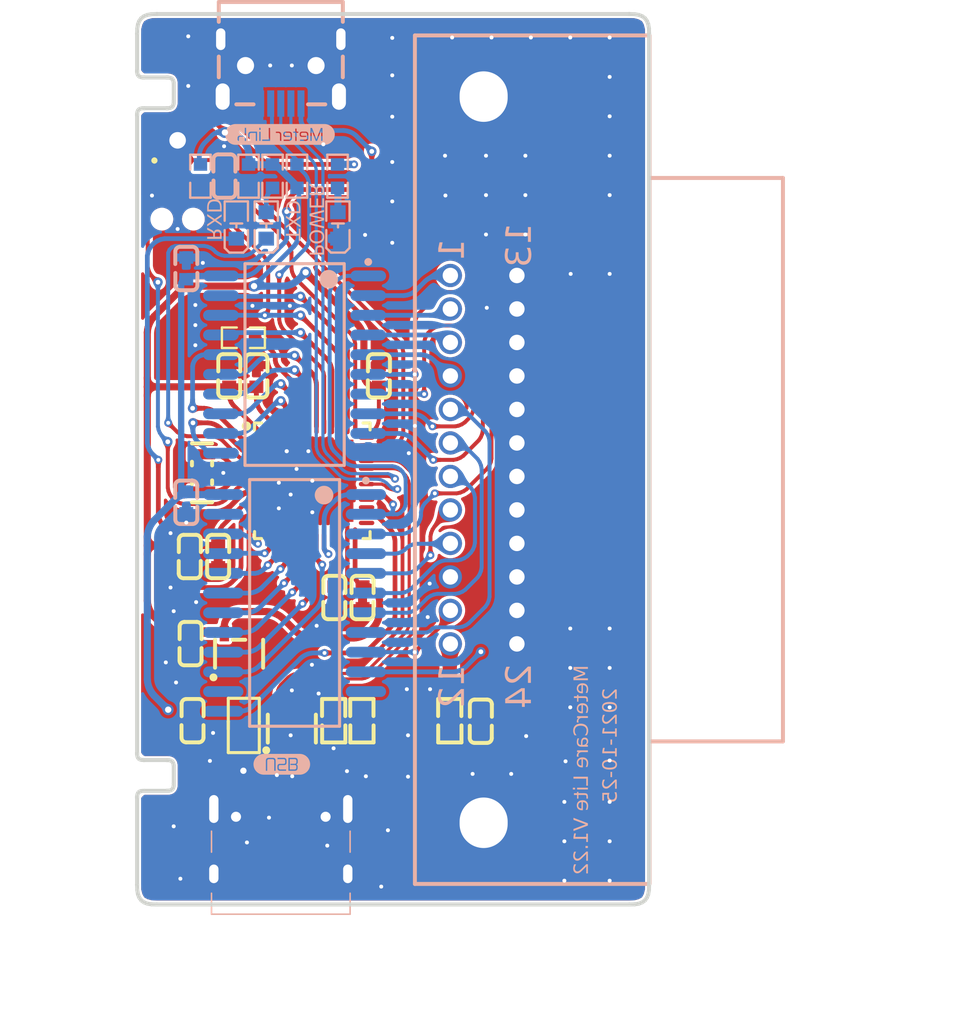
<source format=kicad_pcb>
(kicad_pcb (version 20240108) (generator "pcbnew") (generator_version "8.0")
  (layers (0 "F.Cu" signal "TopLayer") (31 "B.Cu" signal "BottomLayer") (34 "B.Paste" user "BottomPasteMaskLayer") (35 "F.Paste" user "TopPasteMaskLayer") (36 "B.SilkS" user "BottomSilkLayer") (37 "F.SilkS" user "TopSilkLayer") (38 "B.Mask" user "BottomSolderMaskLayer") (39 "F.Mask" user "TopSolderMaskLayer") (44 "Edge.Cuts" user "BoardOutLine"))
  (net 1 "")
  (net 2 "IO_DIO2")
  (net 3 "DAV")
  (net 4 "NRFD")
  (net 5 "IO_NDAC")
  (net 6 "IO_IFC")
  (net 7 "IO_NRFD")
  (net 8 "IO_DAV")
  (net 9 "IO_EOI")
  (net 10 "IO_REN")
  (net 11 "IO_DIO6")
  (net 12 "IO_DIO5")
  (net 13 "IO_DIO7")
  (net 14 "IO_DIO8")
  (net 15 "ATN")
  (net 16 "DIO6")
  (net 17 "SRQ")
  (net 18 "IO_DIO4")
  (net 19 "IO_PE")
  (net 20 "IO_SC")
  (net 21 "NDAC")
  (net 22 "DIO5")
  (net 23 "REN")
  (net 24 "DIO1")
  (net 25 "DIO2")
  (net 26 "DIO3")
  (net 27 "DIO7")
  (net 28 "IO_DIO1")
  (net 29 "IFC")
  (net 30 "IO_DIO3")
  (net 31 "DIO4")
  (net 32 "DIO8")
  (net 33 "EOI")
  (net 34 "LED1")
  (net 35 "LED2")
  (net 36 "NRST")
  (net 37 "IO_DC")
  (net 38 "IO_SRQ")
  (net 39 "IO_TE")
  (net 40 "CC2")
  (net 41 "IO_ATN")
  (net 42 "USB-")
  (net 43 "USB+")
  (net 44 "CC1")
  (net 45 "F1_1")
  (net 46 "DS18B20")
  (net 47 "UART1_RX")
  (net 48 "UART1_TX")
  (net 49 "VDD")
  (net 50 "VCC")
  (net 51 "R6_2")
  (net 52 "D2_1")
  (net 53 "R2_2")
  (net 54 "GND")
  (net 55 "GPIB_12")
  (net 56 "SWDIO")
  (net 57 "U1_44")
  (net 58 "OSC_IN")
  (net 59 "OSC_OUT")
  (net 60 "U1_22")
  (net 61 "SWCLK")
  (footprint "V122:C0603" (layer "F.Cu") (at 135.7912 120.1118 90)
    (property "Reference" "C12" (hide yes))
    (property "Value" "10uF" (hide yes))
  )
  (footprint "V122:QFN-48_L7.0-W7.0-P0.50-BL-EP5.1" (layer "F.Cu") (at 143.6398 109.6216 -90)
    (property "Reference" "U1" (hide yes))
    (property "Value" "STM32F411CEU6TR" (hide yes))
  )
  (footprint "V122:Pad_gge8544" (layer "F.Cu") (at 160.861 91.8741)
    (property "Reference" "Pad_gge8544" (hide yes))
    (property "Value" "Pad_gge8544" (hide yes))
  )
  (footprint "V122:R0603" (layer "F.Cu") (at 145.0222 125.0902 90)
    (property "Reference" "R1" (hide yes))
    (property "Value" "5.1K" (hide yes))
  )
  (footprint "V122:0805_L_JX" (layer "F.Cu") (at 139.2202 125.395 90)
    (property "Reference" "F1" (hide yes))
    (property "Value" "0.5A/6V" (hide yes))
  )
  (footprint "V122:C0603" (layer "F.Cu") (at 146.8808 117.14 90)
    (property "Reference" "C6" (hide yes))
    (property "Value" "100nF" (hide yes))
  )
  (footprint "V122:R0603" (layer "F.Cu") (at 146.8402 125.0902 90)
    (property "Reference" "R10" (hide yes))
    (property "Value" "5.1K" (hide yes))
  )
  (footprint "V122:R0603" (layer "F.Cu") (at 152.5044 125.0902 -90)
    (property "Reference" "R4" (hide yes))
    (property "Value" "1M" (hide yes))
  )
  (footprint "V122:C0603" (layer "F.Cu") (at 140.033 102.8652 -90)
    (property "Reference" "C10" (hide yes))
    (property "Value" "100nF" (hide yes))
  )
  (footprint "V122:SOT-23-6_L2.9-W1.6-P0.95-LS2.8-BL" (layer "F.Cu") (at 142.319 125.5982)
    (property "Reference" "ESD" (hide yes))
    (property "Value" "SRV05-4-P-T7" (hide yes))
  )
  (footprint "V122:C0603" (layer "F.Cu") (at 147.9324 102.8652 -90)
    (property "Reference" "C7" (hide yes))
    (property "Value" "100nF" (hide yes))
  )
  (footprint "V122:C0603" (layer "F.Cu") (at 135.7404 114.4984 90)
    (property "Reference" "C8" (hide yes))
    (property "Value" "100nF" (hide yes))
  )
  (footprint "V122:SOT-23-5_L3.0-W1.7-P0.95-LS2.8-BR" (layer "F.Cu") (at 138.9158 120.7725 -90)
    (property "Reference" "U2" (hide yes))
    (property "Value" "LP5907QMFX-3.3Q1" (hide yes))
  )
  (footprint "V122:C0603" (layer "F.Cu") (at 145.0622 117.14 90)
    (property "Reference" "C3" (hide yes))
    (property "Value" "4.7uF" (hide yes))
  )
  (footprint "V122:R0603" (layer "F.Cu") (at 139.1948 100.4014 180)
    (property "Reference" "R3" (hide yes))
    (property "Value" "10K" (hide yes))
  )
  (footprint "V122:C0603" (layer "F.Cu") (at 135.9182 125.08 90)
    (property "Reference" "C1" (hide yes))
    (property "Value" "10uF" (hide yes))
  )
  (footprint "V122:80616-S" (layer "F.Cu") (at 134.953 87.676 -90)
    (property "Reference" "J1" (hide yes))
    (property "Value" "8.06.16" (hide yes))
  )
  (footprint "V122:OSC-SMD_3P-L3.2-W1.3-P1.2-L" (layer "F.Cu") (at 136.5278 109.1136 90)
    (property "Reference" "X1" (hide yes))
    (property "Value" "8MHz" (hide yes))
  )
  (footprint "V122:C0603" (layer "F.Cu") (at 154.511 125.1156 90)
    (property "Reference" "C5" (hide yes))
    (property "Value" "1nF" (hide yes))
  )
  (footprint "V122:C0603" (layer "F.Cu") (at 137.5692 114.4984 90)
    (property "Reference" "C9" (hide yes))
    (property "Value" "100nF" (hide yes))
  )
  (footprint "V122:C0603" (layer "F.Cu") (at 138.2804 102.8652 -90)
    (property "Reference" "C11" (hide yes))
    (property "Value" "100nF" (hide yes))
  )
  (footprint "V122:R0603" (layer "B.Cu") (at 136.4262 89.9874 90)
    (property "Reference" "R9" (hide yes))
    (property "Value" "10K" (hide yes))
  )
  (footprint "V122:C0603" (layer "B.Cu") (at 135.5118 95.931 90)
    (property "Reference" "C4" (hide yes))
    (property "Value" "100nF" (hide yes))
  )
  (footprint "V122:USB_C_CUSB31-CFM2AX-01-Y" (layer "B.Cu") (at 141.6078 133.7516 180)
    (property "Reference" "USB" (hide yes))
    (property "Value" "USB_C" (hide yes))
  )
  (footprint "V122:R0603" (layer "B.Cu") (at 139.525 89.9874 -90)
    (property "Reference" "R6" (hide yes))
    (property "Value" "470R" (hide yes))
  )
  (footprint "V122:MIRCO-USB-SMD_U-D-M7DS-G-2" (layer "B.Cu") (at 141.6078 83.231)
    (property "Reference" "USB1" (hide yes))
    (property "Value" "U-D-M7DS-G-2" (hide yes))
  )
  (footprint "V122:R0603" (layer "B.Cu") (at 145.2654 89.9874 -90)
    (property "Reference" "R2" (hide yes))
    (property "Value" "470R" (hide yes))
  )
  (footprint "V122:C0603" (layer "B.Cu") (at 135.5118 111.0186 -90)
    (property "Reference" "C2" (hide yes))
    (property "Value" "100nF" (hide yes))
  )
  (footprint "V122:R0603" (layer "B.Cu") (at 141.0744 89.9874 -90)
    (property "Reference" "R5" (hide yes))
    (property "Value" "470R" (hide yes))
  )
  (footprint "V122:SOIC127P1030-20AM" (layer "B.Cu") (at 142.4968 102.1286 180)
    (property "Reference" "U3" (hide yes))
    (property "Value" "SN75160" (hide yes))
  )
  (footprint "V122:C0603" (layer "B.Cu") (at 137.9756 89.9874 -90)
    (property "Reference" "C14" (hide yes))
    (property "Value" "100n" (hide yes))
  )
  (footprint "V122:LED0603-FD" (layer "B.Cu") (at 145.2908 93.1624 -90)
    (property "Reference" "D3" (hide yes))
    (property "Value" "LED" (hide yes))
  )
  (footprint "V122:LED0603-FD" (layer "B.Cu") (at 138.7376 93.1624 -90)
    (property "Reference" "D1" (hide yes))
    (property "Value" "LED" (hide yes))
  )
  (footprint "V122:SOIC127P1030-24AM" (layer "B.Cu") (at 142.4968 117.4956 180)
    (property "Reference" "U5" (hide yes))
    (property "Value" "SN75162" (hide yes))
  )
  (footprint "V122:R0603" (layer "B.Cu") (at 142.6492 89.9874 90)
    (property "Reference" "R7" (hide yes))
    (property "Value" "4.7K" (hide yes))
  )
  (footprint "V122:LED0603-FD" (layer "B.Cu") (at 140.668 93.1624 -90)
    (property "Reference" "D2" (hide yes))
    (property "Value" "LED" (hide yes))
  )
  (footprint "V122:IEEE-488 SOCKET, 24PIN, RIGHT ANGLE, MALE, 112-024-113R001, FUY57109" (layer "B.Cu") (at 162.0548 108.4786)
    (property "Reference" "GPIB" (hide yes))
    (property "Value" "112-024-113R001" (hide yes))
  )
  (gr_arc (start 137.8486 103.6424) (mid 138.153929 103.768871) (end 138.2804 104.0742) (stroke (width 0.3048)) (layer "F.Cu") (net 50))
  (gr_arc (start 132.9972 114.3816) (mid 133.168308 113.968508) (end 133.5814 113.7974) (stroke (width 0.4572)) (layer "F.Cu") (net 50))
  (gr_arc (start 137.5692 113.2894) (mid 137.442729 113.594729) (end 137.1374 113.7212) (stroke (width 0.3048)) (layer "F.Cu") (net 50))
  (gr_arc (start 133.5814 103.5662) (mid 133.168308 103.395092) (end 132.9972 102.982) (stroke (width 0.4572)) (layer "F.Cu") (net 50))
  (gr_arc (start 153.5458 124.4146) (mid 152.809419 124.109581) (end 152.5044 123.3732) (stroke (width 0.9144)) (layer "F.Cu") (net 55))
  (gr_arc (start 132.9972 104.1504) (mid 133.168308 103.737308) (end 133.5814 103.5662) (stroke (width 0.4572)) (layer "F.Cu") (net 50))
  (gr_arc (start 138.2804 104.0742) (mid 138.406871 103.768871) (end 138.7122 103.6424) (stroke (width 0.3048)) (layer "F.Cu") (net 50))
  (gr_arc (start 133.5814 113.7974) (mid 133.168308 113.626292) (end 132.9972 113.2132) (stroke (width 0.4572)) (layer "F.Cu") (net 50))
  (gr_arc (start 136.6548 124.4552) (mid 137.067892 124.626308) (end 137.239 125.0394) (stroke (width 0.4572)) (layer "F.Cu") (net 49))
  (gr_arc (start 147.5677 103.6678) (mid 147.825582 103.774618) (end 147.9324 104.0325) (stroke (width 0.254)) (layer "F.Cu") (net 50))
  (gr_arc (start 138.2822 87.1426) (mid 137.998938 87.086256) (end 137.7588 86.9258) (stroke (width 0.254)) (layer "F.Cu") (net 50))
  (gr_arc (start 139.6012 103.6424) (mid 139.906529 103.768871) (end 140.033 104.0742) (stroke (width 0.3048)) (layer "F.Cu") (net 50))
  (gr_arc (start 152.5425 118.0653) (mid 152.486156 118.348562) (end 152.3257 118.5887) (stroke (width 0.254)) (layer "F.Cu") (net 15))
  (gr_arc (start 137.239 125.0394) (mid 137.410108 124.626308) (end 137.8232 124.4552) (stroke (width 0.4572)) (layer "F.Cu") (net 49))
  (gr_arc (start 152.8836 109.393) (mid 153.166862 109.449344) (end 153.407 109.6098) (stroke (width 0.254)) (layer "B.Cu") (net 4))
  (gr_arc (start 134.8045 110.8115) (mid 135.129333 110.594453) (end 135.5125 110.5182) (stroke (width 0.4572)) (layer "B.Cu") (net 49))
  (gr_arc (start 152.4291 98.7114) (mid 152.160837 98.890647) (end 151.8444 98.9536) (stroke (width 0.3048)) (layer "B.Cu") (net 25))
  (gr_arc (start 140.6041 96.9978) (mid 140.356408 96.832297) (end 140.4145 96.5401) (stroke (width 0.3048)) (layer "B.Cu") (net 50))
  (gr_arc (start 148.8468 111.3996) (mid 148.735208 111.669008) (end 148.4658 111.7806) (stroke (width 0.254)) (layer "B.Cu") (net 39))
  (gr_arc (start 140.8273 89.2508) (mid 141.243315 89.333551) (end 141.596 89.5692) (stroke (width 0.4572)) (layer "B.Cu") (net 50))
  (gr_arc (start 142.8632 89.541) (mid 142.704851 89.303976) (end 142.6492 89.0244) (stroke (width 0.254)) (layer "B.Cu") (net 46))
  (gr_arc (start 151.6666 100.2236) (mid 151.983041 100.286544) (end 152.2513 100.4658) (stroke (width 0.3048)) (layer "B.Cu") (net 26))
  (gr_poly (pts (xy 142.895627 127.231066) (xy 142.962272 127.241237) (xy 143.026596 127.257776) (xy 143.088264 127.280346) (xy 143.146936 127.308609) (xy 143.202277 127.342229) (xy 143.253948 127.380868) (xy 143.301612 127.424188) (xy 143.344932 127.471852) (xy 143.383571 127.523523) (xy 143.417191 127.578864) (xy 143.445454 127.637536) (xy 143.468024 127.699204) (xy 143.484563 127.763528) (xy 143.494734 127.830173) (xy 143.4982 127.8988) (xy 143.494734 127.967428) (xy 143.484563 128.034073) (xy 143.468024 128.098397) (xy 143.445454 128.160065) (xy 143.417191 128.218737) (xy 143.383571 128.274078) (xy 143.344932 128.325749) (xy 143.301612 128.373413) (xy 143.253948 128.416733) (xy 143.202277 128.455372) (xy 143.146936 128.488992) (xy 143.088264 128.517255) (xy 143.026596 128.539825) (xy 142.962272 128.556364) (xy 142.895627 128.566535) (xy 142.827 128.57) (xy 140.5167 128.57) (xy 140.448089 128.566535) (xy 140.381456 128.556364) (xy 140.31714 128.539825) (xy 140.255478 128.517255) (xy 140.196807 128.488992) (xy 140.141466 128.455372) (xy 140.089793 128.416733) (xy 140.042125 128.373413) (xy 139.998799 128.325749) (xy 139.960155 128.274078) (xy 139.926529 128.218737) (xy 139.898259 128.160065) (xy 139.875683 128.098397) (xy 139.85914 128.034073) (xy 139.848966 127.967428) (xy 139.8455 127.8988) (xy 139.848966 127.830173) (xy 139.85914 127.763528) (xy 139.875683 127.699204) (xy 139.885605 127.6721) (xy 140.6449 127.6721) (xy 140.6449 128.3173) (xy 140.7312 128.3173) (xy 140.7312 127.6848) (xy 140.731646 127.670651) (xy 140.732985 127.657416) (xy 140.735218 127.645094) (xy 140.738343 127.633686) (xy 140.742362 127.623192) (xy 140.747273 127.613611) (xy 140.753077 127.604943) (xy 140.759775 127.597188) (xy 140.767365 127.590346) (xy 140.775848 127.584417) (xy 140.785224 127.5794) (xy 140.795493 127.575296) (xy 140.806655 127.572104) (xy 140.81871 127.569824) (xy 140.831658 127.568456) (xy 140.8455 127.568) (xy 141.0691 127.568) (xy 141.083249 127.568456) (xy 141.096484 127.569824) (xy 141.108806 127.572104) (xy 141.120214 127.575296) (xy 141.130708 127.5794) (xy 141.140289 127.584417) (xy 141.148957 127.590346) (xy 141.156712 127.597188) (xy 141.163554 127.604943) (xy 141.169483 127.613611) (xy 141.1745 127.623192) (xy 141.178604 127.633686) (xy 141.181796 127.645094) (xy 141.184076 127.657416) (xy 141.185444 127.670651) (xy 141.1859 127.6848) (xy 141.1859 128.3173) (xy 141.2723 128.3173) (xy 141.2723 128.0379) (xy 141.3891 128.0379) (xy 141.3891 128.1344) (xy 141.389804 128.156543) (xy 141.391917 128.177258) (xy 141.395438 128.196546) (xy 141.400368 128.214405) (xy 141.406707 128.230837) (xy 141.414454 128.245841) (xy 141.42361 128.259416) (xy 141.434175 128.271563) (xy 141.446148 128.282282) (xy 141.459529 128.291571) (xy 141.474319 128.299432) (xy 141.490518 128.305865) (xy 141.508126 128.310868) (xy 141.527142 128.314441) (xy 141.547566 128.316586) (xy 141.5694 128.3173) (xy 141.9479 128.3173) (xy 142.0978 128.3173) (xy 142.5067 128.3173) (xy 142.52915 128.316556) (xy 142.550153 128.314324) (xy 142.569707 128.310603) (xy 142.587812 128.305394) (xy 142.604469 128.298697) (xy 142.619678 128.290511) (xy 142.633438 128.280838) (xy 142.64575 128.269675) (xy 142.656613 128.257025) (xy 142.666028 128.242886) (xy 142.673994 128.227259) (xy 142.680512 128.210144) (xy 142.685582 128.191541) (xy 142.689203 128.171449) (xy 142.691375 128.149869) (xy 142.6921 128.1268) (xy 142.6921 128.048) (xy 142.69202 128.041412) (xy 142.691781 128.03496) (xy 142.691383 128.028645) (xy 142.690826 128.022466) (xy 142.69011 128.016425) (xy 142.689236 128.01052) (xy 142.688203 128.004754) (xy 142.687012 127.999125) (xy 142.685663 127.993635) (xy 142.684155 127.988284) (xy 142.68249 127.983071) (xy 142.680667 127.977997) (xy 142.678686 127.973063) (xy 142.676548 127.968269) (xy 142.674252 127.963615) (xy 142.6718 127.9591) (xy 142.668859 127.954418) (xy 142.665739 127.949894) (xy 142.662438 127.94553) (xy 142.658957 127.941324) (xy 142.655297 127.937277) (xy 142.651456 127.933389) (xy 142.647436 127.929659) (xy 142.643237 127.926088) (xy 142.638858 127.922675) (xy 142.6343 127.91942) (xy 142.629564 127.916323) (xy 142.624648 127.913383) (xy 142.619554 127.910602) (xy 142.614281 127.907977) (xy 142.608829 127.90551) (xy 142.6032 127.9032) (xy 142.614896 127.898749) (xy 142.625836 127.893642) (xy 142.636019 127.887882) (xy 142.645446 127.881468) (xy 142.654118 127.874399) (xy 142.662033 127.866675) (xy 142.669194 127.858296) (xy 142.6756 127.849263) (xy 142.68125 127.839574) (xy 142.686147 127.829231) (xy 142.690289 127.818232) (xy 142.693678 127.806577) (xy 142.696313 127.794267) (xy 142.698194 127.781301) (xy 142.699323 127.767679) (xy 142.6997 127.7534) (xy 142.6997 127.662) (xy 142.698966 127.64015) (xy 142.696765 127.61971) (xy 142.693096 127.60068) (xy 142.68796 127.583061) (xy 142.681357 127.566853) (xy 142.673285 127.552055) (xy 142.663745 127.538666) (xy 142.652737 127.526688) (xy 142.640261 127.516119) (xy 142.626316 127.50696) (xy 142.610902 127.499211) (xy 142.59402 127.492871) (xy 142.575669 127.48794) (xy 142.555848 127.484418) (xy 142.534559 127.482305) (xy 142.5118 127.4816) (xy 142.0978 127.4816) (xy 142.0978 128.3173) (xy 141.9479 128.3173) (xy 141.9479 128.2309) (xy 141.5771 128.2309) (xy 141.564785 128.230484) (xy 141.553268 128.229236) (xy 141.542547 128.227155) (xy 141.532621 128.224241) (xy 141.523492 128.220494) (xy 141.515158 128.215913) (xy 141.507619 128.210499) (xy 141.500875 128.20425) (xy 141.494925 128.197168) (xy 141.489769 128.18925) (xy 141.485408 128.180498) (xy 141.48184 128.17091) (xy 141.479066 128.160487) (xy 141.477084 128.149227) (xy 141.475896 128.137132) (xy 141.4755 128.1242) (xy 141.4755 128.043) (xy 141.475856 128.031612) (xy 141.476925 128.02096) (xy 141.478707 128.011043) (xy 141.481203 128.001861) (xy 141.484412 127.993415) (xy 141.488335 127.985705) (xy 141.492972 127.978729) (xy 141.498325 127.972488) (xy 141.504391 127.966982) (xy 141.511173 127.96221) (xy 141.518671 127.958173) (xy 141.526884 127.954871) (xy 141.535813 127.952302) (xy 141.545458 127.950468) (xy 141.555821 127.949367) (xy 141.5669 127.949) (xy 141.8133 127.949) (xy 141.832988 127.948355) (xy 141.851405 127.946418) (xy 141.868549 127.94319) (xy 141.884421 127.938672) (xy 141.899022 127.932864) (xy 141.912352 127.925766) (xy 141.924411 127.917378) (xy 141.9352 127.9077) (xy 141.944718 127.896734) (xy 141.952966 127.884479) (xy 141.959944 127.870935) (xy 141.965653 127.856104) (xy 141.970092 127.839984) (xy 141.973263 127.822577) (xy 141.975165 127.803882) (xy 141.9758 127.7839) (xy 141.9758 127.6645) (xy 141.975095 127.642358) (xy 141.972982 127.621643) (xy 141.969461 127.602355) (xy 141.964531 127.584496) (xy 141.958192 127.568064) (xy 141.950445 127.55306) (xy 141.941289 127.539485) (xy 141.930725 127.527338) (xy 141.918751 127.516619) (xy 141.90537 127.50733) (xy 141.89058 127.499469) (xy 141.874381 127.493036) (xy 141.856773 127.488033) (xy 141.837757 127.48446) (xy 141.817333 127.482315) (xy 141.7955 127.4816) (xy 141.3942 127.4816) (xy 141.3942 127.568) (xy 141.7879 127.568) (xy 141.800505 127.568417) (xy 141.812298 127.569665) (xy 141.823277 127.571745) (xy 141.833443 127.574658) (xy 141.842796 127.578404) (xy 141.851335 127.582982) (xy 141.859062 127.588394) (xy 141.865975 127.594638) (xy 141.872074 127.601716) (xy 141.87736 127.609626) (xy 141.881833 127.618371) (xy 141.885493 127.627949) (xy 141.88834 127.638361) (xy 141.890373 127.649607) (xy 141.891593 127.661686) (xy 141.892 127.6746) (xy 141.892 127.7762) (xy 141.891633 127.787589) (xy 141.890532 127.798241) (xy 141.888698 127.808158) (xy 141.886129 127.81734) (xy 141.882827 127.825786) (xy 141.87879 127.833496) (xy 141.874018 127.840472) (xy 141.868512 127.846713) (xy 141.862271 127.852219) (xy 141.855295 127.856991) (xy 141.847585 127.861028) (xy 141.839139 127.86433) (xy 141.829957 127.866899) (xy 141.82004 127.868733) (xy 141.809388 127.869834) (xy 141.798 127.8702) (xy 141.5517 127.8702) (xy 141.53201 127.870856) (xy 141.51359 127.872821) (xy 141.496441 127.876096) (xy 141.480562 127.880682) (xy 141.465953 127.886577) (xy 141.452615 127.893783) (xy 141.440547 127.902299) (xy 141.42975 127.912125) (xy 141.420222 127.923262) (xy 141.411965 127.935708) (xy 141.404978 127.949465) (xy 141.399262 127.964532) (xy 141.394816 127.980909) (xy 141.39164 127.998596) (xy 141.389735 128.017593) (xy 141.3891 128.0379) (xy 141.2723 128.0379) (xy 141.2723 127.6721) (xy 141.271575 127.649032) (xy 141.269402 127.627452) (xy 141.265781 127.60736) (xy 141.26071 127.588757) (xy 141.254191 127.571642) (xy 141.246222 127.556015) (xy 141.236804 127.541876) (xy 141.225937 127.529225) (xy 141.21362 127.518063) (xy 141.199853 127.50839) (xy 141.184637 127.500204) (xy 141.16797 127.493507) (xy 141.149853 127.488298) (xy 141.130286 127.484577) (xy 141.109268 127.482345) (xy 141.0868 127.4816) (xy 140.8303 127.4816) (xy 140.807849 127.482345) (xy 140.786846 127.484577) (xy 140.767292 127.488298) (xy 140.749187 127.493507) (xy 140.73253 127.500204) (xy 140.717321 127.50839) (xy 140.703561 127.518063) (xy 140.69125 127.529225) (xy 140.680386 127.541876) (xy 140.670971 127.556015) (xy 140.663005 127.571642) (xy 140.656487 127.588757) (xy 140.651417 127.60736) (xy 140.647796 127.627452) (xy 140.645624 127.649032) (xy 140.6449 127.6721) (xy 139.885605 127.6721) (xy 139.898259 127.637536) (xy 139.926529 127.578864) (xy 139.960155 127.523523) (xy 139.998799 127.471852) (xy 140.042125 127.424188) (xy 140.089793 127.380868) (xy 140.141466 127.342229) (xy 140.196807 127.308609) (xy 140.255478 127.280346) (xy 140.31714 127.257776) (xy 140.381456 127.241237) (xy 140.448089 127.231066) (xy 140.5167 127.2276) (xy 142.827 127.2276)) (fill solid) (layer "B.SilkS"))
  (gr_poly (pts (xy 144.48841 86.627266) (xy 144.555043 86.637437) (xy 144.619359 86.653976) (xy 144.681021 86.676546) (xy 144.739692 86.704809) (xy 144.795033 86.738429) (xy 144.846706 86.777068) (xy 144.894375 86.820388) (xy 144.9377 86.868052) (xy 144.976344 86.919723) (xy 145.00997 86.975064) (xy 145.03824 87.033736) (xy 145.060816 87.095404) (xy 145.077359 87.159728) (xy 145.087533 87.226373) (xy 145.091 87.295) (xy 145.087533 87.363628) (xy 145.077359 87.430273) (xy 145.060816 87.494597) (xy 145.03824 87.556265) (xy 145.00997 87.614937) (xy 144.976344 87.670278) (xy 144.9377 87.721949) (xy 144.894375 87.769613) (xy 144.846706 87.812933) (xy 144.795033 87.851572) (xy 144.739692 87.885192) (xy 144.681021 87.913455) (xy 144.619359 87.936025) (xy 144.555043 87.952564) (xy 144.48841 87.962735) (xy 144.4198 87.9662) (xy 138.6942 87.9662) (xy 138.625572 87.962735) (xy 138.558927 87.952564) (xy 138.494603 87.936025) (xy 138.432935 87.913455) (xy 138.374263 87.885192) (xy 138.318922 87.851572) (xy 138.267251 87.812933) (xy 138.219587 87.769613) (xy 138.176267 87.721949) (xy 138.137628 87.670278) (xy 138.104008 87.614937) (xy 138.075745 87.556265) (xy 138.065876 87.5293) (xy 138.8199 87.5293) (xy 138.8199 87.7122) (xy 138.9038 87.7122) (xy 138.9038 87.5446) (xy 138.904216 87.531669) (xy 138.905464 87.519574) (xy 138.907544 87.508314) (xy 138.910457 87.497891) (xy 138.914203 87.488303) (xy 138.918781 87.479551) (xy 138.924193 87.471633) (xy 138.930437 87.46455) (xy 138.937515 87.458302) (xy 138.945425 87.452888) (xy 138.95417 87.448307) (xy 138.963748 87.44456) (xy 138.97416 87.441646) (xy 138.985406 87.439565) (xy 138.997485 87.438317) (xy 139.0104 87.4379) (xy 139.2848 87.4379) (xy 139.2848 87.7122) (xy 139.3686 87.7122) (xy 139.3686 87.3058) (xy 139.5057 87.3058) (xy 139.5057 87.7122) (xy 139.5896 87.7122) (xy 139.5896 87.321) (xy 139.590066 87.30625) (xy 139.591465 87.292449) (xy 139.593796 87.279598) (xy 139.59706 87.267697) (xy 139.601257 87.256747) (xy 139.606385 87.246747) (xy 139.612445 87.237698) (xy 139.619437 87.2296) (xy 139.627361 87.222454) (xy 139.636216 87.21626) (xy 139.646002 87.211018) (xy 139.65672 87.206729) (xy 139.668369 87.203392) (xy 139.680948 87.201008) (xy 139.694459 87.199577) (xy 139.7089 87.1991) (xy 139.9934 87.1991) (xy 139.9934 87.7122) (xy 140.0772 87.7122) (xy 140.2195 87.7122) (xy 140.3033 87.7122) (xy 140.3033 87.6258) (xy 140.4049 87.6258) (xy 140.4049 87.7122) (xy 140.918 87.7122) (xy 140.918 87.1991) (xy 141.2914 87.1991) (xy 141.4387 87.1991) (xy 141.452849 87.199577) (xy 141.466084 87.201008) (xy 141.478406 87.203392) (xy 141.489814 87.206729) (xy 141.500308 87.211018) (xy 141.509889 87.21626) (xy 141.518557 87.222454) (xy 141.526312 87.2296) (xy 141.533154 87.237698) (xy 141.539083 87.246747) (xy 141.5441 87.256747) (xy 141.548204 87.267697) (xy 141.551396 87.279598) (xy 141.553676 87.292449) (xy 141.555044 87.30625) (xy 141.5555 87.321) (xy 141.5555 87.7122) (xy 141.6393 87.7122) (xy 141.6393 87.3083) (xy 141.638566 87.285232) (xy 141.637298 87.2728) (xy 141.7689 87.2728) (xy 141.7689 87.321) (xy 141.769484 87.337002) (xy 141.771239 87.351971) (xy 141.774163 87.365906) (xy 141.778257 87.378808) (xy 141.783522 87.390677) (xy 141.789956 87.401514) (xy 141.797561 87.411317) (xy 141.806337 87.420088) (xy 141.816283 87.427827) (xy 141.8274 87.434533) (xy 141.839689 87.440207) (xy 141.853148 87.444849) (xy 141.867779 87.448459) (xy 141.883581 87.451038) (xy 141.900554 87.452585) (xy 141.9187 87.4531) (xy 142.1956 87.4531) (xy 142.1956 87.3845) (xy 141.9416 87.3845) (xy 141.930521 87.384193) (xy 141.920158 87.383272) (xy 141.910513 87.381737) (xy 141.901584 87.379586) (xy 141.893371 87.376822) (xy 141.885873 87.373442) (xy 141.879091 87.369448) (xy 141.873025 87.364838) (xy 141.867672 87.359613) (xy 141.863035 87.353773) (xy 141.859112 87.347317) (xy 141.855903 87.340246) (xy 141.853407 87.332559) (xy 141.851625 87.324255) (xy 141.850556 87.315336) (xy 141.8502 87.3058) (xy 141.8502 87.2779) (xy 141.850566 87.26682) (xy 141.851667 87.256455) (xy 141.853501 87.246805) (xy 141.856068 87.237869) (xy 141.859369 87.229649) (xy 141.863404 87.222143) (xy 141.868173 87.215352) (xy 141.873675 87.209275) (xy 141.87991 87.203914) (xy 141.886879 87.199268) (xy 141.894582 87.195336) (xy 141.903018 87.192119) (xy 141.912188 87.189617) (xy 141.922092 87.18783) (xy 141.932729 87.186758) (xy 141.9441 87.1864) (xy 142.1245 87.1864) (xy 142.138649 87.186877) (xy 142.151884 87.188308) (xy 142.164206 87.190692) (xy 142.175614 87.194029) (xy 142.186108 87.198318) (xy 142.195689 87.20356) (xy 142.204357 87.209754) (xy 142.212112 87.2169) (xy 142.218954 87.224998) (xy 142.224883 87.234047) (xy 142.2299 87.244047) (xy 142.234004 87.254997) (xy 142.237196 87.266898) (xy 142.239476 87.279749) (xy 142.240844 87.29355) (xy 142.2413 87.3083) (xy 142.2413 87.5141) (xy 142.240853 87.52825) (xy 142.239514 87.541485) (xy 142.237281 87.553807) (xy 142.234156 87.565215) (xy 142.230137 87.575709) (xy 142.225226 87.58529) (xy 142.219422 87.593958) (xy 142.212725 87.601713) (xy 142.205134 87.608555) (xy 142.196651 87.614484) (xy 142.187275 87.619501) (xy 142.177006 87.623605) (xy 142.165844 87.626797) (xy 142.153789 87.629077) (xy 142.140841 87.630445) (xy 142.127 87.6309) (xy 141.7892 87.6309) (xy 141.7892 87.7122) (xy 142.1372 87.7122) (xy 142.159959 87.711456) (xy 142.181248 87.709224) (xy 142.201069 87.705503) (xy 142.21942 87.700294) (xy 142.236302 87.693597) (xy 142.251716 87.685411) (xy 142.265661 87.675738) (xy 142.278137 87.664575) (xy 142.289145 87.651925) (xy 142.298685 87.637786) (xy 142.306757 87.622159) (xy 142.31336 87.605044) (xy 142.318496 87.586441) (xy 142.322165 87.566349) (xy 142.324366 87.544769) (xy 142.3251 87.5217) (xy 142.3251 87.3058) (xy 142.324366 87.282732) (xy 142.322165 87.261152) (xy 142.318496 87.24106) (xy 142.31336 87.222457) (xy 142.306757 87.205342) (xy 142.298685 87.189715) (xy 142.289145 87.175576) (xy 142.278137 87.162925) (xy 142.265661 87.151763) (xy 142.251716 87.14209) (xy 142.236302 87.133904) (xy 142.21942 87.127207) (xy 142.201069 87.121998) (xy 142.181248 87.118277) (xy 142.159959 87.116045) (xy 142.1372 87.1153) (xy 142.4115 87.1153) (xy 142.4115 87.189) (xy 142.541 87.189) (xy 142.541 87.7122) (xy 142.6249 87.7122) (xy 142.6249 87.2728) (xy 142.8255 87.2728) (xy 142.8255 87.321) (xy 142.826095 87.337002) (xy 142.827881 87.351971) (xy 142.830857 87.365906) (xy 142.835025 87.378808) (xy 142.840382 87.390677) (xy 142.846931 87.401514) (xy 142.85467 87.411317) (xy 142.8636 87.420088) (xy 142.87372 87.427827) (xy 142.885031 87.434533) (xy 142.897532 87.440207) (xy 142.911225 87.444849) (xy 142.926107 87.448459) (xy 142.942181 87.451038) (xy 142.959445 87.452585) (xy 142.9779 87.4531) (xy 143.2548 87.4531) (xy 143.2548 87.3845) (xy 143.0008 87.3845) (xy 142.989411 87.384193) (xy 142.978759 87.383272) (xy 142.968842 87.381737) (xy 142.95966 87.379586) (xy 142.951214 87.376822) (xy 142.943504 87.373442) (xy 142.936528 87.369448) (xy 142.930287 87.364838) (xy 142.924781 87.359613) (xy 142.920009 87.353773) (xy 142.915972 87.347317) (xy 142.91267 87.340246) (xy 142.910101 87.332559) (xy 142.908267 87.324255) (xy 142.907166 87.315336) (xy 142.9068 87.3058) (xy 142.9068 87.2779) (xy 142.907166 87.26682) (xy 142.908267 87.256455) (xy 142.910101 87.246805) (xy 142.91267 87.237869) (xy 142.915972 87.229649) (xy 142.920009 87.222143) (xy 142.924781 87.215352) (xy 142.930287 87.209275) (xy 142.936528 87.203914) (xy 142.943504 87.199268) (xy 142.951214 87.195336) (xy 142.95966 87.192119) (xy 142.968842 87.189617) (xy 142.978759 87.18783) (xy 142.989411 87.186758) (xy 143.0008 87.1864) (xy 143.1811 87.1864) (xy 143.195558 87.186877) (xy 143.209084 87.188308) (xy 143.221677 87.190692) (xy 143.233337 87.194029) (xy 143.244064 87.198318) (xy 143.253859 87.20356) (xy 143.262721 87.209754) (xy 143.27065 87.2169) (xy 143.277646 87.224998) (xy 143.283709 87.234047) (xy 143.288839 87.244047) (xy 143.293037 87.254997) (xy 143.296302 87.266898) (xy 143.298634 87.279749) (xy 143.300033 87.29355) (xy 143.3005 87.3083) (xy 143.3005 87.5141) (xy 143.300053 87.52825) (xy 143.298714 87.541485) (xy 143.296481 87.553807) (xy 143.293356 87.565215) (xy 143.289337 87.575709) (xy 143.284426 87.58529) (xy 143.278622 87.593958) (xy 143.271925 87.601713) (xy 143.264334 87.608555) (xy 143.255851 87.614484) (xy 143.246475 87.619501) (xy 143.236206 87.623605) (xy 143.225044 87.626797) (xy 143.212989 87.629077) (xy 143.200041 87.630445) (xy 143.1862 87.6309) (xy 142.8458 87.6309) (xy 142.8458 87.7122) (xy 143.1964 87.7122) (xy 143.5189 87.7122) (xy 143.5977 87.7122) (xy 143.5977 87.0391) (xy 143.8618 87.7122) (xy 143.9457 87.7122) (xy 144.2124 87.0366) (xy 144.2124 87.7122) (xy 144.2936 87.7122) (xy 144.2936 86.8765) (xy 144.1895 86.8765) (xy 143.9025 87.6182) (xy 143.6205 86.8765) (xy 143.5189 86.8765) (xy 143.5189 87.7122) (xy 143.1964 87.7122) (xy 143.21885 87.711456) (xy 143.239853 87.709224) (xy 143.259407 87.705503) (xy 143.277512 87.700294) (xy 143.294169 87.693597) (xy 143.309378 87.685411) (xy 143.323138 87.675738) (xy 143.33545 87.664575) (xy 143.346313 87.651925) (xy 143.355728 87.637786) (xy 143.363694 87.622159) (xy 143.370212 87.605044) (xy 143.375282 87.586441) (xy 143.378903 87.566349) (xy 143.381075 87.544769) (xy 143.3818 87.5217) (xy 143.3818 87.3058) (xy 143.381075 87.282732) (xy 143.378903 87.261152) (xy 143.375282 87.24106) (xy 143.370212 87.222457) (xy 143.363694 87.205342) (xy 143.355728 87.189715) (xy 143.346313 87.175576) (xy 143.33545 87.162925) (xy 143.323138 87.151763) (xy 143.309378 87.14209) (xy 143.294169 87.133904) (xy 143.277512 87.127207) (xy 143.259407 87.121998) (xy 143.239853 87.118277) (xy 143.21885 87.116045) (xy 143.1964 87.1153) (xy 142.9855 87.1153) (xy 142.966135 87.115916) (xy 142.948019 87.117761) (xy 142.931149 87.120838) (xy 142.915528 87.125144) (xy 142.901154 87.130681) (xy 142.888029 87.137449) (xy 142.876152 87.145447) (xy 142.865525 87.154675) (xy 142.856146 87.165134) (xy 142.848017 87.176824) (xy 142.841138 87.189744) (xy 142.835509 87.203894) (xy 142.83113 87.219275) (xy 142.828002 87.235886) (xy 142.826125 87.253728) (xy 142.8255 87.2728) (xy 142.6249 87.2728) (xy 142.6249 87.189) (xy 142.7366 87.189) (xy 142.7366 87.1153) (xy 142.6249 87.1153) (xy 142.6249 86.9223) (xy 142.541 86.9223) (xy 142.541 87.1153) (xy 142.4115 87.1153) (xy 142.1372 87.1153) (xy 141.9289 87.1153) (xy 141.909519 87.115916) (xy 141.89139 87.117761) (xy 141.874512 87.120838) (xy 141.858885 87.125144) (xy 141.84451 87.130681) (xy 141.831385 87.137449) (xy 141.819511 87.145447) (xy 141.808887 87.154675) (xy 141.799514 87.165134) (xy 141.791391 87.176824) (xy 141.784518 87.189744) (xy 141.778895 87.203894) (xy 141.774522 87.219275) (xy 141.771398 87.235886) (xy 141.769524 87.253728) (xy 141.7689 87.2728) (xy 141.637298 87.2728) (xy 141.636365 87.263652) (xy 141.632696 87.24356) (xy 141.62756 87.224957) (xy 141.620957 87.207842) (xy 141.612885 87.192215) (xy 141.603345 87.178076) (xy 141.592337 87.165425) (xy 141.579861 87.154263) (xy 141.565916 87.14459) (xy 141.550502 87.136404) (xy 141.53362 87.129707) (xy 141.515269 87.124498) (xy 141.495448 87.120777) (xy 141.474159 87.118545) (xy 141.4514 87.1178) (xy 141.2914 87.1178) (xy 141.2914 87.1991) (xy 140.918 87.1991) (xy 140.918 86.8765) (xy 140.8316 86.8765) (xy 140.8316 87.6258) (xy 140.4049 87.6258) (xy 140.3033 87.6258) (xy 140.3033 87.1204) (xy 140.2195 87.1204) (xy 140.2195 87.7122) (xy 140.0772 87.7122) (xy 140.0772 87.1153) (xy 139.6937 87.1153) (xy 139.670939 87.116045) (xy 139.649647 87.118277) (xy 139.629821 87.121998) (xy 139.611464 87.127207) (xy 139.594574 87.133904) (xy 139.579152 87.14209) (xy 139.565198 87.151763) (xy 139.552712 87.162925) (xy 139.541695 87.175576) (xy 139.532146 87.189715) (xy 139.524066 87.205342) (xy 139.517454 87.222457) (xy 139.512312 87.24106) (xy 139.508638 87.261152) (xy 139.506434 87.282732) (xy 139.5057 87.3058) (xy 139.3686 87.3058) (xy 139.3686 87.0035) (xy 140.2195 87.0035) (xy 140.3033 87.0035) (xy 140.3033 86.8689) (xy 140.2195 86.8689) (xy 140.2195 87.0035) (xy 139.3686 87.0035) (xy 139.3686 86.8689) (xy 139.2848 86.8689) (xy 139.2848 87.3896) (xy 139.2797 87.3896) (xy 138.9927 87.1153) (xy 138.8961 87.1153) (xy 139.1755 87.3769) (xy 138.9749 87.3769) (xy 138.956135 87.377496) (xy 138.938581 87.379282) (xy 138.922236 87.382258) (xy 138.907101 87.386425) (xy 138.893176 87.391783) (xy 138.880461 87.398332) (xy 138.868956 87.406071) (xy 138.858662 87.415) (xy 138.849578 87.425121) (xy 138.841705 87.436432) (xy 138.835043 87.448933) (xy 138.829592 87.462625) (xy 138.825352 87.477508) (xy 138.822323 87.493582) (xy 138.820505 87.510846) (xy 138.8199 87.5293) (xy 138.065876 87.5293) (xy 138.053175 87.494597) (xy 138.036636 87.430273) (xy 138.026465 87.363628) (xy 138.023 87.295) (xy 138.026465 87.226373) (xy 138.036636 87.159728) (xy 138.053175 87.095404) (xy 138.075745 87.033736) (xy 138.104008 86.975064) (xy 138.137628 86.919723) (xy 138.176267 86.868052) (xy 138.219587 86.820388) (xy 138.267251 86.777068) (xy 138.318922 86.738429) (xy 138.374263 86.704809) (xy 138.432935 86.676546) (xy 138.494603 86.653976) (xy 138.558927 86.637437) (xy 138.625572 86.627266) (xy 138.6942 86.6238) (xy 144.4198 86.6238)) (fill solid) (layer "B.SilkS"))
  (gr_poly (pts (xy 142.494 128.2309) (xy 142.507841 128.230434) (xy 142.520789 128.229035) (xy 142.532844 128.226703) (xy 142.544006 128.223438) (xy 142.554275 128.21924) (xy 142.563651 128.21411) (xy 142.572134 128.208047) (xy 142.579725 128.20105) (xy 142.586422 128.193122) (xy 142.592226 128.18426) (xy 142.597137 128.174465) (xy 142.601156 128.163738) (xy 142.604281 128.152078) (xy 142.606514 128.139485) (xy 142.607853 128.125959) (xy 142.6083 128.1115) (xy 142.6083 128.0404) (xy 142.607833 128.02872) (xy 142.606434 128.017793) (xy 142.604102 128.007618) (xy 142.600837 127.998196) (xy 142.596639 127.989527) (xy 142.591509 127.98161) (xy 142.585446 127.974448) (xy 142.57845 127.968038) (xy 142.570521 127.962382) (xy 142.561659 127.95748) (xy 142.551864 127.953331) (xy 142.541137 127.949936) (xy 142.529477 127.947296) (xy 142.516884 127.94541) (xy 142.503358 127.944278) (xy 142.4889 127.9439) (xy 142.2324 127.9439) (xy 142.2324 127.8677) (xy 142.4889 127.8677) (xy 142.503976 127.867294) (xy 142.518079 127.866074) (xy 142.53121 127.86404) (xy 142.543368 127.861193) (xy 142.554554 127.857531) (xy 142.564767 127.853056) (xy 142.574007 127.847767) (xy 142.582275 127.841663) (xy 142.589569 127.834745) (xy 142.595892 127.827012) (xy 142.601241 127.818464) (xy 142.605618 127.809102) (xy 142.609023 127.798925) (xy 142.611454 127.787932) (xy 142.612913 127.776124) (xy 142.6134 127.7635) (xy 142.6134 127.6772) (xy 142.612942 127.663977) (xy 142.611572 127.651607) (xy 142.609287 127.64009) (xy 142.606089 127.629425) (xy 142.601977 127.619615) (xy 142.596952 127.610657) (xy 142.591013 127.602552) (xy 142.584162 127.5953) (xy 142.576398 127.588902) (xy 142.567721 127.583357) (xy 142.558131 127.578665) (xy 142.547629 127.574825) (xy 142.536215 127.57184) (xy 142.523888 127.569707) (xy 142.51065 127.568427) (xy 142.4965 127.568) (xy 142.1867 127.568) (xy 142.1867 128.2309)) (fill solid) (layer "B.SilkS"))
  (gr_line (start 134.536 83.6707) (end 134.6031 83.7183) (stroke (width 0.254)) (layer "Edge.Cuts"))
  (gr_line (start 132.3917 127.468) (end 132.4346 127.5262) (stroke (width 0.254)) (layer "Edge.Cuts"))
  (gr_line (start 132.3398 135.663) (end 132.3494 136.0098) (stroke (width 0.254)) (layer "Edge.Cuts"))
  (gr_line (start 132.343 127.2855) (end 132.3581 127.3816) (stroke (width 0.254)) (layer "Edge.Cuts"))
  (gr_line (start 164.4418 79.5449) (end 164.6862 79.5848) (stroke (width 0.254)) (layer "Edge.Cuts"))
  (gr_line (start 133.0006 136.884) (end 132.7884 136.8017) (stroke (width 0.254)) (layer "Edge.Cuts"))
  (gr_line (start 164.6862 79.5848) (end 164.9114 79.6705) (stroke (width 0.254)) (layer "Edge.Cuts"))
  (gr_line (start 132.4759 79.9831) (end 132.6001 79.8108) (stroke (width 0.254)) (layer "Edge.Cuts"))
  (gr_line (start 134.4632 129.5884) (end 134.536 129.5607) (stroke (width 0.254)) (layer "Edge.Cuts"))
  (gr_line (start 134.4585 127.6454) (end 134.536 127.6742) (stroke (width 0.254)) (layer "Edge.Cuts"))
  (gr_line (start 132.343 83.282) (end 132.3581 83.3781) (stroke (width 0.254)) (layer "Edge.Cuts"))
  (gr_line (start 134.2399 127.6271) (end 134.298 127.6268) (stroke (width 0.254)) (layer "Edge.Cuts"))
  (gr_line (start 134.3624 85.6012) (end 134.4585 85.5861) (stroke (width 0.254)) (layer "Edge.Cuts"))
  (gr_line (start 133.6097 136.9372) (end 164.0804 136.9372) (stroke (width 0.254)) (layer "Edge.Cuts"))
  (gr_line (start 165.3599 80.8092) (end 165.3594 80.82) (stroke (width 0.254)) (layer "Edge.Cuts"))
  (gr_line (start 132.503 127.5772) (end 132.4403 127.532) (stroke (width 0.254)) (layer "Edge.Cuts"))
  (gr_line (start 132.3398 83.1595) (end 132.3397 83.2169) (stroke (width 0.254)) (layer "Edge.Cuts"))
  (gr_line (start 165.3594 135.6672) (end 165.3599 135.663) (stroke (width 0.254)) (layer "Edge.Cuts"))
  (gr_line (start 132.4346 85.7051) (end 132.4403 85.6994) (stroke (width 0.254)) (layer "Edge.Cuts"))
  (gr_line (start 132.681 129.6113) (end 132.5849 129.6264) (stroke (width 0.254)) (layer "Edge.Cuts"))
  (gr_line (start 164.6991 136.884) (end 164.9114 136.8017) (stroke (width 0.254)) (layer "Edge.Cuts"))
  (gr_line (start 165.2239 79.9831) (end 165.0996 79.8108) (stroke (width 0.254)) (layer "Edge.Cuts"))
  (gr_line (start 134.6031 129.5131) (end 134.609 129.5073) (stroke (width 0.254)) (layer "Edge.Cuts"))
  (gr_line (start 165.0836 79.7948) (end 165.0996 79.8108) (stroke (width 0.254)) (layer "Edge.Cuts"))
  (gr_line (start 132.4346 129.7087) (end 132.4403 129.7028) (stroke (width 0.254)) (layer "Edge.Cuts"))
  (gr_line (start 134.298 85.6046) (end 134.2399 85.6043) (stroke (width 0.254)) (layer "Edge.Cuts"))
  (gr_line (start 132.3398 127.163) (end 132.343 127.2855) (stroke (width 0.254)) (layer "Edge.Cuts"))
  (gr_line (start 132.8036 129.6081) (end 132.681 129.6113) (stroke (width 0.254)) (layer "Edge.Cuts"))
  (gr_line (start 134.6999 85.2703) (end 134.6854 85.3592) (stroke (width 0.254)) (layer "Edge.Cuts"))
  (gr_line (start 132.3935 80.1953) (end 132.4759 79.9831) (stroke (width 0.254)) (layer "Edge.Cuts"))
  (gr_line (start 134.6725 127.8309) (end 134.7009 127.9741) (stroke (width 0.254)) (layer "Edge.Cuts"))
  (gr_line (start 132.3397 86.0102) (end 132.3398 86.0684) (stroke (width 0.254)) (layer "Edge.Cuts"))
  (gr_line (start 134.606 83.7212) (end 134.6031 83.7183) (stroke (width 0.254)) (layer "Edge.Cuts"))
  (gr_line (start 134.298 129.6081) (end 132.8036 129.6081) (stroke (width 0.254)) (layer "Edge.Cuts"))
  (gr_line (start 132.3397 80.8036) (end 132.3397 83.2169) (stroke (width 0.254)) (layer "Edge.Cuts"))
  (gr_line (start 132.4403 83.5285) (end 132.4346 83.5227) (stroke (width 0.254)) (layer "Edge.Cuts"))
  (gr_line (start 132.343 129.9493) (end 132.3581 129.8532) (stroke (width 0.254)) (layer "Edge.Cuts"))
  (gr_line (start 134.7036 85.1406) (end 134.7036 85.1297) (stroke (width 0.254)) (layer "Edge.Cuts"))
  (gr_line (start 132.3397 86.0102) (end 132.3397 127.2088) (stroke (width 0.254)) (layer "Edge.Cuts"))
  (gr_line (start 165.0996 136.6615) (end 165.0836 136.6775) (stroke (width 0.254)) (layer "Edge.Cuts"))
  (gr_line (start 134.6854 129.3628) (end 134.6542 129.4446) (stroke (width 0.254)) (layer "Edge.Cuts"))
  (gr_line (start 132.503 85.6541) (end 132.4403 85.6994) (stroke (width 0.254)) (layer "Edge.Cuts"))
  (gr_line (start 132.8036 83.6232) (end 132.6738 83.6194) (stroke (width 0.254)) (layer "Edge.Cuts"))
  (gr_line (start 132.5802 85.6241) (end 132.503 85.6541) (stroke (width 0.254)) (layer "Edge.Cuts"))
  (gr_line (start 134.4585 85.5861) (end 134.5404 85.5549) (stroke (width 0.254)) (layer "Edge.Cuts"))
  (gr_line (start 132.3397 130.0138) (end 132.3398 130.0718) (stroke (width 0.254)) (layer "Edge.Cuts"))
  (gr_line (start 165.3599 135.663) (end 165.3504 136.0098) (stroke (width 0.254)) (layer "Edge.Cuts"))
  (gr_line (start 134.298 127.6268) (end 132.7459 127.6268) (stroke (width 0.254)) (layer "Edge.Cuts"))
  (gr_line (start 134.4585 83.6419) (end 134.536 83.6707) (stroke (width 0.254)) (layer "Edge.Cuts"))
  (gr_line (start 132.3581 85.8497) (end 132.3869 85.7722) (stroke (width 0.254)) (layer "Edge.Cuts"))
  (gr_line (start 132.6738 83.6194) (end 132.5849 83.605) (stroke (width 0.254)) (layer "Edge.Cuts"))
  (gr_line (start 132.3398 127.163) (end 132.3397 127.2088) (stroke (width 0.254)) (layer "Edge.Cuts"))
  (gr_line (start 132.7459 127.6268) (end 132.8036 127.6267) (stroke (width 0.254)) (layer "Edge.Cuts"))
  (gr_line (start 134.606 83.7212) (end 134.6725 83.8274) (stroke (width 0.254)) (layer "Edge.Cuts"))
  (gr_line (start 132.7884 79.6705) (end 132.616 79.7948) (stroke (width 0.254)) (layer "Edge.Cuts"))
  (gr_line (start 134.298 83.6234) (end 132.7459 83.6234) (stroke (width 0.254)) (layer "Edge.Cuts"))
  (gr_line (start 132.3398 135.663) (end 132.3397 135.6659) (stroke (width 0.254)) (layer "Edge.Cuts"))
  (gr_line (start 132.3869 83.4556) (end 132.4346 83.5227) (stroke (width 0.254)) (layer "Edge.Cuts"))
  (gr_line (start 132.3935 136.2769) (end 132.4759 136.4891) (stroke (width 0.254)) (layer "Edge.Cuts"))
  (gr_line (start 132.3581 129.8532) (end 132.3893 129.7713) (stroke (width 0.254)) (layer "Edge.Cuts"))
  (gr_line (start 134.2399 85.6043) (end 134.3624 85.6012) (stroke (width 0.254)) (layer "Edge.Cuts"))
  (gr_line (start 132.3397 130.0138) (end 132.3397 135.6659) (stroke (width 0.254)) (layer "Edge.Cuts"))
  (gr_line (start 164.432 136.9282) (end 164.6991 136.884) (stroke (width 0.254)) (layer "Edge.Cuts"))
  (gr_line (start 134.6031 85.5096) (end 134.609 85.5038) (stroke (width 0.254)) (layer "Edge.Cuts"))
  (gr_line (start 165.3063 136.2769) (end 165.2239 136.4891) (stroke (width 0.254)) (layer "Edge.Cuts"))
  (gr_line (start 132.5849 83.605) (end 132.503 83.5738) (stroke (width 0.254)) (layer "Edge.Cuts"))
  (gr_line (start 132.7884 136.8017) (end 132.616 136.6775) (stroke (width 0.254)) (layer "Edge.Cuts"))
  (gr_line (start 132.4403 127.532) (end 132.4346 127.5262) (stroke (width 0.254)) (layer "Edge.Cuts"))
  (gr_line (start 164.9114 79.6705) (end 165.0836 79.7948) (stroke (width 0.254)) (layer "Edge.Cuts"))
  (gr_line (start 164.0894 79.5336) (end 133.6188 79.5336) (stroke (width 0.254)) (layer "Edge.Cuts"))
  (gr_line (start 164.0894 79.5336) (end 164.0852 79.5345) (stroke (width 0.254)) (layer "Edge.Cuts"))
  (gr_line (start 133.6145 79.5345) (end 133.6188 79.5336) (stroke (width 0.254)) (layer "Edge.Cuts"))
  (gr_line (start 134.3624 83.6268) (end 134.4585 83.6419) (stroke (width 0.254)) (layer "Edge.Cuts"))
  (gr_line (start 134.298 129.6081) (end 134.2399 129.6078) (stroke (width 0.254)) (layer "Edge.Cuts"))
  (gr_line (start 132.3398 86.0684) (end 132.343 85.9458) (stroke (width 0.254)) (layer "Edge.Cuts"))
  (gr_line (start 134.7036 85.1406) (end 134.6999 85.2703) (stroke (width 0.254)) (layer "Edge.Cuts"))
  (gr_line (start 133.258 79.5449) (end 133.0135 79.5848) (stroke (width 0.254)) (layer "Edge.Cuts"))
  (gr_line (start 132.343 85.9458) (end 132.3581 85.8497) (stroke (width 0.254)) (layer "Edge.Cuts"))
  (gr_line (start 134.536 129.5607) (end 134.6031 129.5131) (stroke (width 0.254)) (layer "Edge.Cuts"))
  (gr_line (start 132.6738 127.623) (end 132.5849 127.6085) (stroke (width 0.254)) (layer "Edge.Cuts"))
  (gr_line (start 132.3398 83.1595) (end 132.343 83.282) (stroke (width 0.254)) (layer "Edge.Cuts"))
  (gr_line (start 132.3494 136.0098) (end 132.3935 136.2769) (stroke (width 0.254)) (layer "Edge.Cuts"))
  (gr_line (start 132.5849 127.6085) (end 132.503 127.5772) (stroke (width 0.254)) (layer "Edge.Cuts"))
  (gr_line (start 132.503 83.5738) (end 132.4403 83.5285) (stroke (width 0.254)) (layer "Edge.Cuts"))
  (gr_line (start 134.536 127.6742) (end 134.6031 127.7219) (stroke (width 0.254)) (layer "Edge.Cuts"))
  (gr_line (start 134.3696 129.604) (end 134.4632 129.5884) (stroke (width 0.254)) (layer "Edge.Cuts"))
  (gr_line (start 164.0852 136.9377) (end 164.0804 136.9372) (stroke (width 0.254)) (layer "Edge.Cuts"))
  (gr_line (start 165.3504 80.4625) (end 165.3063 80.1953) (stroke (width 0.254)) (layer "Edge.Cuts"))
  (gr_line (start 165.3504 136.0098) (end 165.3063 136.2769) (stroke (width 0.254)) (layer "Edge.Cuts"))
  (gr_line (start 134.2399 127.6271) (end 134.3624 127.6303) (stroke (width 0.254)) (layer "Edge.Cuts"))
  (gr_line (start 132.5849 129.6264) (end 132.503 129.6576) (stroke (width 0.254)) (layer "Edge.Cuts"))
  (gr_line (start 133.2678 136.9282) (end 133.0006 136.884) (stroke (width 0.254)) (layer "Edge.Cuts"))
  (gr_line (start 132.8036 85.6046) (end 132.6738 85.6084) (stroke (width 0.254)) (layer "Edge.Cuts"))
  (gr_line (start 165.3599 80.8092) (end 165.3504 80.4625) (stroke (width 0.254)) (layer "Edge.Cuts"))
  (gr_line (start 132.503 129.6576) (end 132.4403 129.7028) (stroke (width 0.254)) (layer "Edge.Cuts"))
  (gr_line (start 164.0852 136.9377) (end 164.432 136.9282) (stroke (width 0.254)) (layer "Edge.Cuts"))
  (gr_line (start 132.6001 79.8108) (end 132.616 79.7948) (stroke (width 0.254)) (layer "Edge.Cuts"))
  (gr_line (start 132.6738 85.6084) (end 132.5802 85.6241) (stroke (width 0.254)) (layer "Edge.Cuts"))
  (gr_line (start 134.5404 85.5549) (end 134.6031 85.5096) (stroke (width 0.254)) (layer "Edge.Cuts"))
  (gr_line (start 134.7009 127.9741) (end 134.7036 129.1332) (stroke (width 0.254)) (layer "Edge.Cuts"))
  (gr_line (start 133.6097 136.9372) (end 133.6145 136.9377) (stroke (width 0.254)) (layer "Edge.Cuts"))
  (gr_line (start 134.6999 129.2738) (end 134.6854 129.3628) (stroke (width 0.254)) (layer "Edge.Cuts"))
  (gr_line (start 132.7459 83.6234) (end 132.8036 83.6232) (stroke (width 0.254)) (layer "Edge.Cuts"))
  (gr_line (start 134.2399 129.6078) (end 134.3696 129.604) (stroke (width 0.254)) (layer "Edge.Cuts"))
  (gr_line (start 133.0135 79.5848) (end 132.7884 79.6705) (stroke (width 0.254)) (layer "Edge.Cuts"))
  (gr_line (start 164.0852 79.5345) (end 164.4418 79.5449) (stroke (width 0.254)) (layer "Edge.Cuts"))
  (gr_line (start 134.7036 129.1441) (end 134.7036 129.1332) (stroke (width 0.254)) (layer "Edge.Cuts"))
  (gr_line (start 165.2239 136.4891) (end 165.0996 136.6615) (stroke (width 0.254)) (layer "Edge.Cuts"))
  (gr_line (start 164.9114 136.8017) (end 165.0836 136.6775) (stroke (width 0.254)) (layer "Edge.Cuts"))
  (gr_line (start 132.3581 127.3816) (end 132.3917 127.468) (stroke (width 0.254)) (layer "Edge.Cuts"))
  (gr_line (start 134.3624 127.6303) (end 134.4585 127.6454) (stroke (width 0.254)) (layer "Edge.Cuts"))
  (gr_line (start 132.3398 80.8092) (end 132.3494 80.4625) (stroke (width 0.254)) (layer "Edge.Cuts"))
  (gr_line (start 132.3869 85.7722) (end 132.4346 85.7051) (stroke (width 0.254)) (layer "Edge.Cuts"))
  (gr_line (start 133.6145 79.5345) (end 133.258 79.5449) (stroke (width 0.254)) (layer "Edge.Cuts"))
  (gr_line (start 134.606 127.7247) (end 134.6725 127.8309) (stroke (width 0.254)) (layer "Edge.Cuts"))
  (gr_line (start 165.3594 135.6672) (end 165.3594 80.82) (stroke (width 0.254)) (layer "Edge.Cuts"))
  (gr_line (start 132.3398 130.0718) (end 132.343 129.9493) (stroke (width 0.254)) (layer "Edge.Cuts"))
  (gr_line (start 165.3063 80.1953) (end 165.2239 79.9831) (stroke (width 0.254)) (layer "Edge.Cuts"))
  (gr_line (start 134.606 127.7247) (end 134.6031 127.7219) (stroke (width 0.254)) (layer "Edge.Cuts"))
  (gr_line (start 134.6542 129.4446) (end 134.609 129.5073) (stroke (width 0.254)) (layer "Edge.Cuts"))
  (gr_line (start 132.3397 80.8036) (end 132.3398 80.8092) (stroke (width 0.254)) (layer "Edge.Cuts"))
  (gr_line (start 134.7009 83.9705) (end 134.7036 85.1297) (stroke (width 0.254)) (layer "Edge.Cuts"))
  (gr_line (start 134.6725 83.8274) (end 134.7009 83.9705) (stroke (width 0.254)) (layer "Edge.Cuts"))
  (gr_line (start 134.6854 85.3592) (end 134.6542 85.4412) (stroke (width 0.254)) (layer "Edge.Cuts"))
  (gr_line (start 132.3893 129.7713) (end 132.4346 129.7087) (stroke (width 0.254)) (layer "Edge.Cuts"))
  (gr_line (start 134.2399 83.6237) (end 134.3624 83.6268) (stroke (width 0.254)) (layer "Edge.Cuts"))
  (gr_line (start 132.3494 80.4625) (end 132.3935 80.1953) (stroke (width 0.254)) (layer "Edge.Cuts"))
  (gr_line (start 134.298 85.6046) (end 132.8036 85.6046) (stroke (width 0.254)) (layer "Edge.Cuts"))
  (gr_line (start 132.8036 127.6267) (end 132.6738 127.623) (stroke (width 0.254)) (layer "Edge.Cuts"))
  (gr_line (start 134.6542 85.4412) (end 134.609 85.5038) (stroke (width 0.254)) (layer "Edge.Cuts"))
  (gr_line (start 133.6145 136.9377) (end 133.2678 136.9282) (stroke (width 0.254)) (layer "Edge.Cuts"))
  (gr_line (start 132.616 136.6775) (end 132.6001 136.6615) (stroke (width 0.254)) (layer "Edge.Cuts"))
  (gr_line (start 132.3581 83.3781) (end 132.3869 83.4556) (stroke (width 0.254)) (layer "Edge.Cuts"))
  (gr_line (start 134.2399 83.6237) (end 134.298 83.6234) (stroke (width 0.254)) (layer "Edge.Cuts"))
  (gr_line (start 134.7036 129.1441) (end 134.6999 129.2738) (stroke (width 0.254)) (layer "Edge.Cuts"))
  (gr_line (start 132.4759 136.4891) (end 132.6001 136.6615) (stroke (width 0.254)) (layer "Edge.Cuts"))
  (gr_text "open source" (at 159.5148 90.851 90) (layer "F.Cu") (effects (font (size 1.2192 1.2192) (thickness 0.2032)) (justify left top)))
  (gr_text "MeterCare Lite" (at 159.591 116.9114 90) (layer "F.Cu") (effects (font (size 2.8448 2.8448) (thickness 0.1524)) (justify left top)))
  (gr_text "hardware" (at 160.9118 90.851 90) (layer "F.Cu") (effects (font (size 1.2192 1.2192) (thickness 0.2032)) (justify left top)))
  (gr_text "2021-10-25" (at 162.3596 122.982 90) (layer "B.SilkS") (effects (font (size 0.9144 0.9144) (thickness 0.2032)) (justify left top mirror)))
  (gr_text "MeterCare Lite V1.22" (at 160.5 121.5 90) (layer "B.SilkS") (effects (font (size 0.9144 0.9144) (thickness 0.2032)) (justify left top mirror)))
  (gr_text "RXD" (at 137.7724 94.153 270) (layer "B.SilkS") (effects (font (size 0.9144 0.9144) (thickness 0.2032)) (justify left top mirror)))
  (gr_text "TXD" (at 142.8524 94.153 270) (layer "B.SilkS") (effects (font (size 0.9144 0.9144) (thickness 0.2032)) (justify left top mirror)))
  (gr_text "POWER" (at 144.3764 95.169 270) (layer "B.SilkS") (effects (font (size 0.9144 0.9144) (thickness 0.2032)) (justify left top mirror)))
  (segment (start 140.795 98.6435) (end 140.739 98.7843) (width 0.254) (layer "F.Cu") (net 2))
  (segment (start 145.3332 101.5833) (end 145.3703 101.7053) (width 0.3048) (layer "F.Cu") (net 2))
  (segment (start 136.9282 91.6203) (end 137.1214 91.7494) (width 0.254) (layer "F.Cu") (net 2))
  (segment (start 140.5316 95.1596) (end 140.6607 95.3528) (width 0.254) (layer "F.Cu") (net 2))
  (segment (start 135.588 91.486) (end 136.4855 91.486) (width 0.254) (layer "F.Cu") (net 2))
  (segment (start 137.1214 91.7494) (end 140.5316 95.1596) (width 0.254) (layer "F.Cu") (net 2))
  (segment (start 136.7134 91.5313) (end 136.9282 91.6203) (width 0.254) (layer "F.Cu") (net 2))
  (segment (start 140.795 95.7955) (end 140.795 98.6435) (width 0.254) (layer "F.Cu") (net 2))
  (segment (start 145.2845 101.4655) (end 145.3332 101.5833) (width 0.3048) (layer "F.Cu") (net 2))
  (segment (start 140.6607 95.3528) (end 140.7497 95.5676) (width 0.254) (layer "F.Cu") (net 2))
  (segment (start 136.4855 91.486) (end 136.7134 91.5313) (width 0.254) (layer "F.Cu") (net 2))
  (segment (start 140.739 98.7843) (end 140.5791 98.9536) (width 0.254) (layer "F.Cu") (net 2))
  (segment (start 145.2244 101.353) (end 145.2845 101.4655) (width 0.3048) (layer "F.Cu") (net 2))
  (segment (start 145.3703 101.7053) (end 145.3951 101.8303) (width 0.3048) (layer "F.Cu") (net 2))
  (segment (start 145.3951 101.8303) (end 145.4076 101.9572) (width 0.3048) (layer "F.Cu") (net 2))
  (segment (start 140.7497 95.5676) (end 140.795 95.7955) (width 0.254) (layer "F.Cu") (net 2))
  (segment (start 145.4076 101.9572) (end 145.4076 106.1215) (width 0.3048) (layer "F.Cu") (net 2))
  (segment (start 145.0726 101.1484) (end 145.1535 101.247) (width 0.3048) (layer "F.Cu") (net 2))
  (segment (start 142.8778 98.9536) (end 145.0726 101.1484) (width 0.3048) (layer "F.Cu") (net 2))
  (segment (start 145.1535 101.247) (end 145.2244 101.353) (width 0.3048) (layer "F.Cu") (net 2))
  (via (at 142.8778 98.9536) (size 0.6096) (drill 0.3048) (layers "F.Cu" "B.Cu") (net 2))
  (via (at 140.5788 98.9536) (size 0.508) (drill 0.254) (layers "F.Cu" "B.Cu") (net 2))
  (segment (start 140.5789 98.9536) (end 137.747 98.9536) (width 0.3048) (layer "B.Cu") (net 2))
  (segment (start 142.8778 98.9536) (end 140.5789 98.9536) (width 0.3048) (layer "B.Cu") (net 2))
  (segment (start 151.7085 116.9114) (end 151.4806 116.9567) (width 0.254) (layer "B.Cu") (net 3))
  (segment (start 150.3802 117.8672) (end 150.187 117.9963) (width 0.254) (layer "B.Cu") (net 3))
  (segment (start 152.8685 116.9114) (end 151.7085 116.9114) (width 0.254) (layer "B.Cu") (net 3))
  (segment (start 154.5165 108.6232) (end 154.5618 108.8511) (width 0.254) (layer "B.Cu") (net 3))
  (segment (start 153.5044 116.648) (end 153.3112 116.7771) (width 0.254) (layer "B.Cu") (net 3))
  (segment (start 151.0726 117.1748) (end 150.3802 117.8672) (width 0.254) (layer "B.Cu") (net 3))
  (segment (start 151.4806 116.9567) (end 151.2658 117.0457) (width 0.254) (layer "B.Cu") (net 3))
  (segment (start 154.5618 115.2181) (end 154.5165 115.446) (width 0.254) (layer "B.Cu") (net 3))
  (segment (start 153.0964 116.8661) (end 152.8685 116.9114) (width 0.254) (layer "B.Cu") (net 3))
  (segment (start 152.5679 107.2086) (end 153.0159 107.2086) (width 0.254) (layer "B.Cu") (net 3))
  (segment (start 149.7443 118.1306) (end 147.0967 118.1306) (width 0.254) (layer "B.Cu") (net 3))
  (segment (start 153.1847 107.2422) (end 153.3438 107.308) (width 0.254) (layer "B.Cu") (net 3))
  (segment (start 150.187 117.9963) (end 149.9722 118.0853) (width 0.254) (layer "B.Cu") (net 3))
  (segment (start 153.4869 107.4037) (end 154.2984 108.2152) (width 0.254) (layer "B.Cu") (net 3))
  (segment (start 154.2984 115.854) (end 153.5044 116.648) (width 0.254) (layer "B.Cu") (net 3))
  (segment (start 152.5425 107.234) (end 152.5679 107.2086) (width 0.254) (layer "B.Cu") (net 3))
  (segment (start 153.3112 116.7771) (end 153.0964 116.8661) (width 0.254) (layer "B.Cu") (net 3))
  (segment (start 149.9722 118.0853) (end 149.7443 118.1306) (width 0.254) (layer "B.Cu") (net 3))
  (segment (start 154.4275 108.4084) (end 154.5165 108.6232) (width 0.254) (layer "B.Cu") (net 3))
  (segment (start 154.5618 108.8511) (end 154.5618 115.2181) (width 0.254) (layer "B.Cu") (net 3))
  (segment (start 151.2658 117.0457) (end 151.0726 117.1748) (width 0.254) (layer "B.Cu") (net 3))
  (segment (start 154.2984 108.2152) (end 154.4275 108.4084) (width 0.254) (layer "B.Cu") (net 3))
  (segment (start 153.0159 107.2086) (end 153.1847 107.2422) (width 0.254) (layer "B.Cu") (net 3))
  (segment (start 153.3438 107.308) (end 153.4869 107.4037) (width 0.254) (layer "B.Cu") (net 3))
  (segment (start 154.5165 115.446) (end 154.4275 115.6608) (width 0.254) (layer "B.Cu") (net 3))
  (segment (start 154.4275 115.6608) (end 154.2984 115.854) (width 0.254) (layer "B.Cu") (net 3))
  (segment (start 154.0847 110.4774) (end 154.13 110.7053) (width 0.254) (layer "B.Cu") (net 4))
  (segment (start 153.4382 114.6181) (end 153.2234 114.7071) (width 0.254) (layer "B.Cu") (net 4))
  (segment (start 151.5806 115.0158) (end 149.9992 116.5972) (width 0.254) (layer "B.Cu") (net 4))
  (segment (start 153.6314 114.489) (end 153.4382 114.6181) (width 0.254) (layer "B.Cu") (net 4))
  (segment (start 149.806 116.7263) (end 149.5912 116.8153) (width 0.254) (layer "B.Cu") (net 4))
  (segment (start 149.9992 116.5972) (end 149.806 116.7263) (width 0.254) (layer "B.Cu") (net 4))
  (segment (start 149.5912 116.8153) (end 149.3633 116.8606) (width 0.254) (layer "B.Cu") (net 4))
  (segment (start 154.13 113.6179) (end 154.0847 113.8458) (width 0.254) (layer "B.Cu") (net 4))
  (segment (start 153.1902 109.393) (end 153.8666 110.0694) (width 0.254) (layer "B.Cu") (net 4))
  (segment (start 151.7738 114.8867) (end 151.5806 115.0158) (width 0.254) (layer "B.Cu") (net 4))
  (segment (start 153.9957 114.0606) (end 153.8666 114.2538) (width 0.254) (layer "B.Cu") (net 4))
  (segment (start 154.13 110.7053) (end 154.13 113.6179) (width 0.254) (layer "B.Cu") (net 4))
  (segment (start 152.9955 114.7524) (end 152.2165 114.7524) (width 0.254) (layer "B.Cu") (net 4))
  (segment (start 151.9886 114.7977) (end 151.7738 114.8867) (width 0.254) (layer "B.Cu") (net 4))
  (segment (start 153.8666 110.0694) (end 153.9957 110.2626) (width 0.254) (layer "B.Cu") (net 4))
  (segment (start 153.9957 110.2626) (end 154.0847 110.4774) (width 0.254) (layer "B.Cu") (net 4))
  (segment (start 152.5425 109.393) (end 153.1902 109.393) (width 0.254) (layer "B.Cu") (net 4))
  (segment (start 154.0847 113.8458) (end 153.9957 114.0606) (width 0.254) (layer "B.Cu") (net 4))
  (segment (start 152.2165 114.7524) (end 151.9886 114.7977) (width 0.254) (layer "B.Cu") (net 4))
  (segment (start 153.8666 114.2538) (end 153.6314 114.489) (width 0.254) (layer "B.Cu") (net 4))
  (segment (start 153.2234 114.7071) (end 152.9955 114.7524) (width 0.254) (layer "B.Cu") (net 4))
  (segment (start 149.3633 116.8606) (end 147.0967 116.8606) (width 0.254) (layer "B.Cu") (net 4))
  (segment (start 141.2751 114.4935) (end 141.3558 114.2986) (width 0.3048) (layer "F.Cu") (net 5))
  (segment (start 140.7696 115.0572) (end 141.1579 114.6689) (width 0.3048) (layer "F.Cu") (net 5))
  (segment (start 141.3558 114.2986) (end 141.397 114.0917) (width 0.3048) (layer "F.Cu") (net 5))
  (segment (start 141.1579 114.6689) (end 141.2751 114.4935) (width 0.3048) (layer "F.Cu") (net 5))
  (segment (start 141.397 114.0917) (end 141.397 113.1217) (width 0.3048) (layer "F.Cu") (net 5))
  (via (at 140.7696 115.0572) (size 0.508) (drill 0.254) (layers "F.Cu" "B.Cu") (net 5))
  (segment (start 140.1246 115.5556) (end 140.2904 115.487) (width 0.3048) (layer "B.Cu") (net 5))
  (segment (start 139.9487 115.5906) (end 140.1246 115.5556) (width 0.3048) (layer "B.Cu") (net 5))
  (segment (start 137.8969 115.5906) (end 139.9487 115.5906) (width 0.3048) (layer "B.Cu") (net 5))
  (segment (start 140.4395 115.3873) (end 140.7696 115.0572) (width 0.3048) (layer "B.Cu") (net 5))
  (segment (start 140.2904 115.487) (end 140.4395 115.3873) (width 0.3048) (layer "B.Cu") (net 5))
  (segment (start 140.824 114.0884) (end 140.8966 113.9131) (width 0.3048) (layer "F.Cu") (net 6))
  (segment (start 140.5664 114.2952) (end 140.6172 114.2952) (width 0.3048) (layer "F.Cu") (net 6))
  (segment (start 140.8966 113.9131) (end 140.8966 113.1217) (width 0.3048) (layer "F.Cu") (net 6))
  (segment (start 140.6172 114.2952) (end 140.824 114.0884) (width 0.3048) (layer "F.Cu") (net 6))
  (via (at 140.5664 114.2952) (size 0.508) (drill 0.254) (layers "F.Cu" "B.Cu") (net 6))
  (segment (start 137.8969 114.3206) (end 137.9223 114.2952) (width 0.3048) (layer "B.Cu") (net 6))
  (segment (start 137.9223 114.2952) (end 140.5664 114.2952) (width 0.3048) (layer "B.Cu") (net 6))
  (segment (start 141.8974 114.8805) (end 141.8974 113.1217) (width 0.3048) (layer "F.Cu") (net 7))
  (segment (start 141.5824 115.3112) (end 141.8155 115.0781) (width 0.3048) (layer "F.Cu") (net 7))
  (segment (start 141.8155 115.0781) (end 141.8974 114.8805) (width 0.3048) (layer "F.Cu") (net 7))
  (via (at 141.5824 115.3112) (size 0.508) (drill 0.254) (layers "F.Cu" "B.Cu") (net 7))
  (segment (start 139.8112 116.8232) (end 139.9332 116.7862) (width 0.3048) (layer "B.Cu") (net 7))
  (segment (start 139.6861 116.8481) (end 139.8112 116.8232) (width 0.3048) (layer "B.Cu") (net 7))
  (segment (start 139.9332 116.7862) (end 140.051 116.7374) (width 0.3048) (layer "B.Cu") (net 7))
  (segment (start 140.1634 116.6773) (end 140.2694 116.6065) (width 0.3048) (layer "B.Cu") (net 7))
  (segment (start 139.5592 116.8606) (end 139.6861 116.8481) (width 0.3048) (layer "B.Cu") (net 7))
  (segment (start 140.2694 116.6065) (end 140.368 116.5256) (width 0.3048) (layer "B.Cu") (net 7))
  (segment (start 140.368 116.5256) (end 141.5824 115.3112) (width 0.3048) (layer "B.Cu") (net 7))
  (segment (start 137.8969 116.8606) (end 139.5592 116.8606) (width 0.3048) (layer "B.Cu") (net 7))
  (segment (start 140.051 116.7374) (end 140.1634 116.6773) (width 0.3048) (layer "B.Cu") (net 7))
  (segment (start 141.811 116.2256) (end 142.1741 115.8625) (width 0.3048) (layer "F.Cu") (net 8))
  (segment (start 142.1741 115.8625) (end 142.2837 115.6984) (width 0.3048) (layer "F.Cu") (net 8))
  (segment (start 142.3977 115.3226) (end 142.3977 113.1217) (width 0.3048) (layer "F.Cu") (net 8))
  (segment (start 142.2837 115.6984) (end 142.3593 115.5161) (width 0.3048) (layer "F.Cu") (net 8))
  (segment (start 142.3593 115.5161) (end 142.3977 115.3226) (width 0.3048) (layer "F.Cu") (net 8))
  (via (at 141.811 116.2256) (size 0.508) (drill 0.254) (layers "F.Cu" "B.Cu") (net 8))
  (segment (start 139.8062 118.0562) (end 139.924 118.0074) (width 0.3048) (layer "B.Cu") (net 8))
  (segment (start 139.924 118.0074) (end 140.0364 117.9473) (width 0.3048) (layer "B.Cu") (net 8))
  (segment (start 139.6842 118.0932) (end 139.8062 118.0562) (width 0.3048) (layer "B.Cu") (net 8))
  (segment (start 139.4322 118.1306) (end 139.5591 118.1181) (width 0.3048) (layer "B.Cu") (net 8))
  (segment (start 139.5591 118.1181) (end 139.6842 118.0932) (width 0.3048) (layer "B.Cu") (net 8))
  (segment (start 140.0364 117.9473) (end 140.1424 117.8765) (width 0.3048) (layer "B.Cu") (net 8))
  (segment (start 140.241 117.7956) (end 141.811 116.2256) (width 0.3048) (layer "B.Cu") (net 8))
  (segment (start 137.8969 118.1306) (end 139.4322 118.1306) (width 0.3048) (layer "B.Cu") (net 8))
  (segment (start 140.1424 117.8765) (end 140.241 117.7956) (width 0.3048) (layer "B.Cu") (net 8))
  (segment (start 142.3444 116.8098) (end 142.6871 116.4671) (width 0.3048) (layer "F.Cu") (net 9))
  (segment (start 142.6871 116.4671) (end 142.7906 116.3123) (width 0.3048) (layer "F.Cu") (net 9))
  (segment (start 142.8981 115.9576) (end 142.8981 113.1217) (width 0.3048) (layer "F.Cu") (net 9))
  (segment (start 142.7906 116.3123) (end 142.8618 116.1403) (width 0.3048) (layer "F.Cu") (net 9))
  (segment (start 142.8618 116.1403) (end 142.8981 115.9576) (width 0.3048) (layer "F.Cu") (net 9))
  (via (at 142.3444 116.8098) (size 0.508) (drill 0.254) (layers "F.Cu" "B.Cu") (net 9))
  (segment (start 139.5318 119.3632) (end 139.6538 119.3262) (width 0.3048) (layer "B.Cu") (net 9))
  (segment (start 139.2798 119.4006) (end 139.4067 119.3881) (width 0.3048) (layer "B.Cu") (net 9))
  (segment (start 139.4067 119.3881) (end 139.5318 119.3632) (width 0.3048) (layer "B.Cu") (net 9))
  (segment (start 140.0886 119.0656) (end 142.3444 116.8098) (width 0.3048) (layer "B.Cu") (net 9))
  (segment (start 139.99 119.1465) (end 140.0886 119.0656) (width 0.3048) (layer "B.Cu") (net 9))
  (segment (start 137.8969 119.4006) (end 139.2798 119.4006) (width 0.3048) (layer "B.Cu") (net 9))
  (segment (start 139.6538 119.3262) (end 139.7716 119.2774) (width 0.3048) (layer "B.Cu") (net 9))
  (segment (start 139.884 119.2173) (end 139.99 119.1465) (width 0.3048) (layer "B.Cu") (net 9))
  (segment (start 139.7716 119.2774) (end 139.884 119.2173) (width 0.3048) (layer "B.Cu") (net 9))
  (segment (start 140.1397 112.3546) (end 140.1346 113.6856) (width 0.3048) (layer "F.Cu") (net 10))
  (via (at 140.1346 113.6856) (size 0.508) (drill 0.254) (layers "F.Cu" "B.Cu") (net 10))
  (segment (start 139.9568 113.6856) (end 139.5638 113.2926) (width 0.3048) (layer "B.Cu") (net 10))
  (segment (start 139.5638 113.2926) (end 139.3863 113.174) (width 0.3048) (layer "B.Cu") (net 10))
  (segment (start 138.9796 113.0506) (end 137.8969 113.0506) (width 0.3048) (layer "B.Cu") (net 10))
  (segment (start 139.3863 113.174) (end 139.189 113.0923) (width 0.3048) (layer "B.Cu") (net 10))
  (segment (start 140.1346 113.6856) (end 139.9568 113.6856) (width 0.3048) (layer "B.Cu") (net 10))
  (segment (start 139.189 113.0923) (end 138.9796 113.0506) (width 0.3048) (layer "B.Cu") (net 10))
  (segment (start 143.3962 103.7429) (end 143.3713 103.6179) (width 0.3048) (layer "F.Cu") (net 11))
  (segment (start 143.3713 103.6179) (end 143.3343 103.4959) (width 0.3048) (layer "F.Cu") (net 11))
  (segment (start 143.4087 106.1215) (end 143.4087 103.8698) (width 0.3048) (layer "F.Cu") (net 11))
  (segment (start 143.1545 103.1596) (end 143.0737 103.0611) (width 0.3048) (layer "F.Cu") (net 11))
  (segment (start 143.2254 103.2656) (end 143.1545 103.1596) (width 0.3048) (layer "F.Cu") (net 11))
  (segment (start 143.2855 103.3781) (end 143.2254 103.2656) (width 0.3048) (layer "F.Cu") (net 11))
  (segment (start 143.4087 103.8698) (end 143.3962 103.7429) (width 0.3048) (layer "F.Cu") (net 11))
  (segment (start 143.0737 103.0611) (end 142.4968 102.4842) (width 0.3048) (layer "F.Cu") (net 11))
  (segment (start 143.3343 103.4959) (end 143.2855 103.3781) (width 0.3048) (layer "F.Cu") (net 11))
  (via (at 142.4968 102.4842) (size 0.6096) (drill 0.3048) (layers "F.Cu" "B.Cu") (net 11))
  (segment (start 140.7662 102.6675) (end 140.8786 102.6074) (width 0.3048) (layer "B.Cu") (net 11))
  (segment (start 140.9964 102.5586) (end 141.1184 102.5216) (width 0.3048) (layer "B.Cu") (net 11))
  (segment (start 139.6822 103.6986) (end 140.5616 102.8192) (width 0.3048) (layer "B.Cu") (net 11))
  (segment (start 138.8734 104.0336) (end 139.0003 104.0211) (width 0.3048) (layer "B.Cu") (net 11))
  (segment (start 140.8786 102.6074) (end 140.9964 102.5586) (width 0.3048) (layer "B.Cu") (net 11))
  (segment (start 137.747 104.0336) (end 138.8734 104.0336) (width 0.3048) (layer "B.Cu") (net 11))
  (segment (start 141.1184 102.5216) (end 141.2435 102.4967) (width 0.3048) (layer "B.Cu") (net 11))
  (segment (start 139.4776 103.8503) (end 139.5836 103.7795) (width 0.3048) (layer "B.Cu") (net 11))
  (segment (start 139.3652 103.9104) (end 139.4776 103.8503) (width 0.3048) (layer "B.Cu") (net 11))
  (segment (start 139.0003 104.0211) (end 139.1254 103.9962) (width 0.3048) (layer "B.Cu") (net 11))
  (segment (start 139.1254 103.9962) (end 139.2474 103.9592) (width 0.3048) (layer "B.Cu") (net 11))
  (segment (start 141.3704 102.4842) (end 142.4968 102.4842) (width 0.3048) (layer "B.Cu") (net 11))
  (segment (start 140.5616 102.8192) (end 140.6602 102.7383) (width 0.3048) (layer "B.Cu") (net 11))
  (segment (start 140.6602 102.7383) (end 140.7662 102.6675) (width 0.3048) (layer "B.Cu") (net 11))
  (segment (start 141.2435 102.4967) (end 141.3704 102.4842) (width 0.3048) (layer "B.Cu") (net 11))
  (segment (start 139.2474 103.9592) (end 139.3652 103.9104) (width 0.3048) (layer "B.Cu") (net 11))
  (segment (start 139.5836 103.7795) (end 139.6822 103.6986) (width 0.3048) (layer "B.Cu") (net 11))
  (segment (start 143.5715 102.6191) (end 143.6524 102.7177) (width 0.3048) (layer "F.Cu") (net 12))
  (segment (start 143.8691 103.1759) (end 143.894 103.301) (width 0.3048) (layer "F.Cu") (net 12))
  (segment (start 143.7232 102.8237) (end 143.7833 102.9361) (width 0.3048) (layer "F.Cu") (net 12))
  (segment (start 143.9065 103.4279) (end 143.9065 106.1215) (width 0.3048) (layer "F.Cu") (net 12))
  (segment (start 143.6524 102.7177) (end 143.7232 102.8237) (width 0.3048) (layer "F.Cu") (net 12))
  (segment (start 142.4968 101.5444) (end 143.5715 102.6191) (width 0.3048) (layer "F.Cu") (net 12))
  (segment (start 143.8321 103.0539) (end 143.8691 103.1759) (width 0.3048) (layer "F.Cu") (net 12))
  (segment (start 143.7833 102.9361) (end 143.8321 103.0539) (width 0.3048) (layer "F.Cu") (net 12))
  (segment (start 143.894 103.301) (end 143.9065 103.4279) (width 0.3048) (layer "F.Cu") (net 12))
  (via (at 142.4968 101.5444) (size 0.6096) (drill 0.3048) (layers "F.Cu" "B.Cu") (net 12))
  (segment (start 140.4976 101.6676) (end 140.6154 101.6188) (width 0.3048) (layer "B.Cu") (net 12))
  (segment (start 140.6154 101.6188) (end 140.7374 101.5818) (width 0.3048) (layer "B.Cu") (net 12))
  (segment (start 138.8226 102.7636) (end 138.9495 102.7511) (width 0.3048) (layer "B.Cu") (net 12))
  (segment (start 139.3144 102.6404) (end 139.4268 102.5803) (width 0.3048) (layer "B.Cu") (net 12))
  (segment (start 139.5328 102.5095) (end 139.6314 102.4286) (width 0.3048) (layer "B.Cu") (net 12))
  (segment (start 140.8625 101.5569) (end 140.9894 101.5444) (width 0.3048) (layer "B.Cu") (net 12))
  (segment (start 137.747 102.7636) (end 138.8226 102.7636) (width 0.3048) (layer "B.Cu") (net 12))
  (segment (start 139.6314 102.4286) (end 140.1806 101.8794) (width 0.3048) (layer "B.Cu") (net 12))
  (segment (start 140.7374 101.5818) (end 140.8625 101.5569) (width 0.3048) (layer "B.Cu") (net 12))
  (segment (start 140.9894 101.5444) (end 142.4968 101.5444) (width 0.3048) (layer "B.Cu") (net 12))
  (segment (start 139.4268 102.5803) (end 139.5328 102.5095) (width 0.3048) (layer "B.Cu") (net 12))
  (segment (start 140.3852 101.7277) (end 140.4976 101.6676) (width 0.3048) (layer "B.Cu") (net 12))
  (segment (start 140.1806 101.8794) (end 140.2792 101.7985) (width 0.3048) (layer "B.Cu") (net 12))
  (segment (start 138.9495 102.7511) (end 139.0746 102.7262) (width 0.3048) (layer "B.Cu") (net 12))
  (segment (start 139.0746 102.7262) (end 139.1966 102.6892) (width 0.3048) (layer "B.Cu") (net 12))
  (segment (start 139.1966 102.6892) (end 139.3144 102.6404) (width 0.3048) (layer "B.Cu") (net 12))
  (segment (start 140.2792 101.7985) (end 140.3852 101.7277) (width 0.3048) (layer "B.Cu") (net 12))
  (segment (start 142.3954 104.5202) (end 142.4079 104.6471) (width 0.3048) (layer "F.Cu") (net 13))
  (segment (start 142.1538 103.9369) (end 142.2246 104.0429) (width 0.3048) (layer "F.Cu") (net 13))
  (segment (start 142.3335 104.2731) (end 142.3705 104.3951) (width 0.3048) (layer "F.Cu") (net 13))
  (segment (start 142.3705 104.3951) (end 142.3954 104.5202) (width 0.3048) (layer "F.Cu") (net 13))
  (segment (start 142.4079 104.6471) (end 142.4079 106.1215) (width 0.3048) (layer "F.Cu") (net 13))
  (segment (start 142.2246 104.0429) (end 142.2847 104.1553) (width 0.3048) (layer "F.Cu") (net 13))
  (segment (start 141.6078 103.3732) (end 142.0729 103.8383) (width 0.3048) (layer "F.Cu") (net 13))
  (segment (start 142.0729 103.8383) (end 142.1538 103.9369) (width 0.3048) (layer "F.Cu") (net 13))
  (segment (start 142.2847 104.1553) (end 142.3335 104.2731) (width 0.3048) (layer "F.Cu") (net 13))
  (via (at 141.6078 103.3732) (size 0.6096) (drill 0.3048) (layers "F.Cu" "B.Cu") (net 13))
  (segment (start 139.1508 105.2662) (end 139.0257 105.2911) (width 0.3048) (layer "B.Cu") (net 13))
  (segment (start 139.503 105.1203) (end 139.3906 105.1804) (width 0.3048) (layer "B.Cu") (net 13))
  (segment (start 139.0257 105.2911) (end 138.8988 105.3036) (width 0.3048) (layer "B.Cu") (net 13))
  (segment (start 139.3906 105.1804) (end 139.2728 105.2292) (width 0.3048) (layer "B.Cu") (net 13))
  (segment (start 139.7076 104.9686) (end 139.609 105.0495) (width 0.3048) (layer "B.Cu") (net 13))
  (segment (start 139.609 105.0495) (end 139.503 105.1203) (width 0.3048) (layer "B.Cu") (net 13))
  (segment (start 141.303 103.3732) (end 139.7076 104.9686) (width 0.3048) (layer "B.Cu") (net 13))
  (segment (start 138.8988 105.3036) (end 137.747 105.3036) (width 0.3048) (layer "B.Cu") (net 13))
  (segment (start 141.6078 103.3732) (end 141.303 103.3732) (width 0.3048) (layer "B.Cu") (net 13))
  (segment (start 139.2728 105.2292) (end 139.1508 105.2662) (width 0.3048) (layer "B.Cu") (net 13))
  (segment (start 141.8296 104.6872) (end 141.9075 104.8753) (width 0.3048) (layer "F.Cu") (net 14))
  (segment (start 141.6078 104.4654) (end 141.8296 104.6872) (width 0.3048) (layer "F.Cu") (net 14))
  (segment (start 141.9075 104.8753) (end 141.9075 106.1215) (width 0.3048) (layer "F.Cu") (net 14))
  (via (at 141.6078 104.4654) (size 0.6096) (drill 0.3048) (layers "F.Cu" "B.Cu") (net 14))
  (segment (start 141.43 104.4654) (end 139.6568 106.2386) (width 0.3048) (layer "B.Cu") (net 14))
  (segment (start 139.222 106.4992) (end 139.1 106.5362) (width 0.3048) (layer "B.Cu") (net 14))
  (segment (start 138.848 106.5736) (end 137.747 106.5736) (width 0.3048) (layer "B.Cu") (net 14))
  (segment (start 139.5582 106.3195) (end 139.4522 106.3903) (width 0.3048) (layer "B.Cu") (net 14))
  (segment (start 141.6078 104.4654) (end 141.43 104.4654) (width 0.3048) (layer "B.Cu") (net 14))
  (segment (start 139.1 106.5362) (end 138.9749 106.5611) (width 0.3048) (layer "B.Cu") (net 14))
  (segment (start 139.6568 106.2386) (end 139.5582 106.3195) (width 0.3048) (layer "B.Cu") (net 14))
  (segment (start 139.4522 106.3903) (end 139.3398 106.4504) (width 0.3048) (layer "B.Cu") (net 14))
  (segment (start 138.9749 106.5611) (end 138.848 106.5736) (width 0.3048) (layer "B.Cu") (net 14))
  (segment (start 139.3398 106.4504) (end 139.222 106.4992) (width 0.3048) (layer "B.Cu") (net 14))
  (segment (start 152.5425 118.3719) (end 152.5425 118.029) (width 0.254) (layer "F.Cu") (net 15))
  (segment (start 150.2438 120.6705) (end 152.5425 118.3719) (width 0.254) (layer "F.Cu") (net 15))
  (via (at 150.2438 120.6706) (size 0.508) (drill 0.254) (layers "F.Cu" "B.Cu") (net 15))
  (segment (start 147.0967 120.6706) (end 150.2438 120.6706) (width 0.254) (layer "B.Cu") (net 15))
  (segment (start 155.3959 99.614) (end 151.9624 99.614) (width 0.254) (layer "F.Cu") (net 16))
  (segment (start 151.3266 99.8774) (end 151.1168 100.0872) (width 0.254) (layer "F.Cu") (net 16))
  (segment (start 156.8352 98.5471) (end 156.0317 99.3506) (width 0.254) (layer "F.Cu") (net 16))
  (segment (start 151.1168 100.0872) (end 150.9877 100.2804) (width 0.254) (layer "F.Cu") (net 16))
  (segment (start 155.8385 99.4797) (end 155.6238 99.5687) (width 0.254) (layer "F.Cu") (net 16))
  (segment (start 151.5198 99.7483) (end 151.3266 99.8774) (width 0.254) (layer "F.Cu") (net 16))
  (segment (start 150.9877 100.2804) (end 150.8987 100.4951) (width 0.254) (layer "F.Cu") (net 16))
  (segment (start 156.0317 99.3506) (end 155.8385 99.4797) (width 0.254) (layer "F.Cu") (net 16))
  (segment (start 155.6238 99.5687) (end 155.3959 99.614) (width 0.254) (layer "F.Cu") (net 16))
  (segment (start 150.8534 100.723) (end 150.8534 104.0336) (width 0.254) (layer "F.Cu") (net 16))
  (segment (start 151.7345 99.6593) (end 151.5198 99.7483) (width 0.254) (layer "F.Cu") (net 16))
  (segment (start 151.9624 99.614) (end 151.7345 99.6593) (width 0.254) (layer "F.Cu") (net 16))
  (segment (start 150.8987 100.4951) (end 150.8534 100.723) (width 0.254) (layer "F.Cu") (net 16))
  (via (at 150.8534 104.0336) (size 0.508) (drill 0.254) (layers "F.Cu" "B.Cu") (net 16))
  (segment (start 147.2466 104.0336) (end 150.8534 104.0336) (width 0.3048) (layer "B.Cu") (net 16))
  (segment (start 154.2568 116.5733) (end 154.3277 116.6793) (width 0.3048) (layer "F.Cu") (net 17))
  (segment (start 152.5933 115.87) (end 153.1985 115.87) (width 0.3048) (layer "F.Cu") (net 17))
  (segment (start 153.4266 115.9154) (end 153.6414 116.0043) (width 0.3048) (layer "F.Cu") (net 17))
  (segment (start 154.3878 116.7918) (end 154.4366 116.9096) (width 0.3048) (layer "F.Cu") (net 17))
  (segment (start 153.6414 116.0043) (end 153.8348 116.1335) (width 0.3048) (layer "F.Cu") (net 17))
  (segment (start 153.8348 116.1335) (end 154.176 116.4747) (width 0.3048) (layer "F.Cu") (net 17))
  (segment (start 154.176 116.4747) (end 154.2568 116.5733) (width 0.3048) (layer "F.Cu") (net 17))
  (segment (start 154.511 117.2836) (end 154.511 120.6451) (width 0.3048) (layer "F.Cu") (net 17))
  (segment (start 154.4985 117.1567) (end 154.511 117.2836) (width 0.3048) (layer "F.Cu") (net 17))
  (segment (start 153.1985 115.87) (end 153.4266 115.9154) (width 0.3048) (layer "F.Cu") (net 17))
  (segment (start 154.3277 116.6793) (end 154.3878 116.7918) (width 0.3048) (layer "F.Cu") (net 17))
  (segment (start 152.5425 115.8191) (end 152.5933 115.87) (width 0.3048) (layer "F.Cu") (net 17))
  (segment (start 154.4736 117.0316) (end 154.4985 117.1567) (width 0.3048) (layer "F.Cu") (net 17))
  (segment (start 154.4366 116.9096) (end 154.4736 117.0316) (width 0.3048) (layer "F.Cu") (net 17))
  (via (at 154.511 120.6452) (size 0.6096) (drill 0.3048) (layers "F.Cu" "B.Cu") (net 17))
  (segment (start 154.511 120.6452) (end 153.5506 121.6056) (width 0.3048) (layer "B.Cu") (net 17))
  (segment (start 153.2336 121.8174) (end 153.1158 121.8662) (width 0.3048) (layer "B.Cu") (net 17))
  (segment (start 153.5506 121.6056) (end 153.452 121.6865) (width 0.3048) (layer "B.Cu") (net 17))
  (segment (start 152.9938 121.9032) (end 152.8687 121.9281) (width 0.3048) (layer "B.Cu") (net 17))
  (segment (start 152.7418 121.9406) (end 147.0967 121.9406) (width 0.3048) (layer "B.Cu") (net 17))
  (segment (start 153.346 121.7573) (end 153.2336 121.8174) (width 0.3048) (layer "B.Cu") (net 17))
  (segment (start 153.1158 121.8662) (end 152.9938 121.9032) (width 0.3048) (layer "B.Cu") (net 17))
  (segment (start 152.8687 121.9281) (end 152.7418 121.9406) (width 0.3048) (layer "B.Cu") (net 17))
  (segment (start 153.452 121.6865) (end 153.346 121.7573) (width 0.3048) (layer "B.Cu") (net 17))
  (segment (start 136.7905 104.9605) (end 136.9156 104.9854) (width 0.3048) (layer "F.Cu") (net 18))
  (segment (start 137.1554 105.0712) (end 137.2678 105.1313) (width 0.3048) (layer "F.Cu") (net 18))
  (segment (start 137.4724 105.283) (end 139.3819 107.1925) (width 0.3048) (layer "F.Cu") (net 18))
  (segment (start 137.3738 105.2021) (end 137.4724 105.283) (width 0.3048) (layer "F.Cu") (net 18))
  (segment (start 137.2678 105.1313) (end 137.3738 105.2021) (width 0.3048) (layer "F.Cu") (net 18))
  (segment (start 136.6636 104.948) (end 136.7905 104.9605) (width 0.3048) (layer "F.Cu") (net 18))
  (segment (start 135.9182 104.948) (end 136.6636 104.948) (width 0.3048) (layer "F.Cu") (net 18))
  (segment (start 137.0376 105.0224) (end 137.1554 105.0712) (width 0.3048) (layer "F.Cu") (net 18))
  (segment (start 139.7703 107.3534) (end 140.1397 107.3534) (width 0.3048) (layer "F.Cu") (net 18))
  (segment (start 139.4999 107.2714) (end 139.6311 107.3257) (width 0.3048) (layer "F.Cu") (net 18))
  (segment (start 136.9156 104.9854) (end 137.0376 105.0224) (width 0.3048) (layer "F.Cu") (net 18))
  (segment (start 139.3819 107.1925) (end 139.4999 107.2714) (width 0.3048) (layer "F.Cu") (net 18))
  (segment (start 139.6311 107.3257) (end 139.7703 107.3534) (width 0.3048) (layer "F.Cu") (net 18))
  (via (at 135.9182 104.948) (size 0.6096) (drill 0.3048) (layers "F.Cu" "B.Cu") (net 18))
  (segment (start 135.9182 102.2363) (end 135.9182 104.948) (width 0.3048) (layer "B.Cu") (net 18))
  (segment (start 136.012 101.9272) (end 135.9498 102.0771) (width 0.3048) (layer "B.Cu") (net 18))
  (segment (start 136.5017 101.5252) (end 136.3518 101.5874) (width 0.3048) (layer "B.Cu") (net 18))
  (segment (start 136.1021 101.7923) (end 136.012 101.9272) (width 0.3048) (layer "B.Cu") (net 18))
  (segment (start 137.747 101.4936) (end 136.6609 101.4936) (width 0.3048) (layer "B.Cu") (net 18))
  (segment (start 136.3518 101.5874) (end 136.2169 101.6775) (width 0.3048) (layer "B.Cu") (net 18))
  (segment (start 136.6609 101.4936) (end 136.5017 101.5252) (width 0.3048) (layer "B.Cu") (net 18))
  (segment (start 136.2169 101.6775) (end 136.1021 101.7923) (width 0.3048) (layer "B.Cu") (net 18))
  (segment (start 135.9498 102.0771) (end 135.9182 102.2363) (width 0.3048) (layer "B.Cu") (net 18))
  (segment (start 137.2662 105.9622) (end 137.384 106.011) (width 0.3048) (layer "F.Cu") (net 19))
  (segment (start 137.701 106.2228) (end 139.1143 107.6361) (width 0.3048) (layer "F.Cu") (net 19))
  (segment (start 139.1143 107.6361) (end 139.274 107.7428) (width 0.3048) (layer "F.Cu") (net 19))
  (segment (start 139.4514 107.8163) (end 139.6398 107.8538) (width 0.3048) (layer "F.Cu") (net 19))
  (segment (start 137.384 106.011) (end 137.4964 106.0711) (width 0.3048) (layer "F.Cu") (net 19))
  (segment (start 137.4964 106.0711) (end 137.6024 106.1419) (width 0.3048) (layer "F.Cu") (net 19))
  (segment (start 136.8922 105.8878) (end 137.0191 105.9003) (width 0.3048) (layer "F.Cu") (net 19))
  (segment (start 139.6398 107.8538) (end 140.1397 107.8538) (width 0.3048) (layer "F.Cu") (net 19))
  (segment (start 135.9436 105.8878) (end 136.8922 105.8878) (width 0.3048) (layer "F.Cu") (net 19))
  (segment (start 137.1442 105.9252) (end 137.2662 105.9622) (width 0.3048) (layer "F.Cu") (net 19))
  (segment (start 139.274 107.7428) (end 139.4514 107.8163) (width 0.3048) (layer "F.Cu") (net 19))
  (segment (start 137.0191 105.9003) (end 137.1442 105.9252) (width 0.3048) (layer "F.Cu") (net 19))
  (segment (start 137.6024 106.1419) (end 137.701 106.2228) (width 0.3048) (layer "F.Cu") (net 19))
  (via (at 135.9436 105.8878) (size 0.6096) (drill 0.3048) (layers "F.Cu" "B.Cu") (net 19))
  (segment (start 136.19 107.0486) (end 136.7796 107.6382) (width 0.3048) (layer "B.Cu") (net 19))
  (segment (start 135.9436 106.4537) (end 135.986 106.667) (width 0.3048) (layer "B.Cu") (net 19))
  (segment (start 137.0977 107.8082) (end 137.2754 107.8436) (width 0.3048) (layer "B.Cu") (net 19))
  (segment (start 136.0692 106.8678) (end 136.19 107.0486) (width 0.3048) (layer "B.Cu") (net 19))
  (segment (start 135.9436 105.8878) (end 135.9436 106.4537) (width 0.3048) (layer "B.Cu") (net 19))
  (segment (start 137.2754 107.8436) (end 137.747 107.8436) (width 0.3048) (layer "B.Cu") (net 19))
  (segment (start 135.986 106.667) (end 136.0692 106.8678) (width 0.3048) (layer "B.Cu") (net 19))
  (segment (start 136.9303 107.7389) (end 137.0977 107.8082) (width 0.3048) (layer "B.Cu") (net 19))
  (segment (start 136.7796 107.6382) (end 136.9303 107.7389) (width 0.3048) (layer "B.Cu") (net 19))
  (segment (start 144.4707 114.1355) (end 144.3967 113.957) (width 0.3048) (layer "F.Cu") (net 20))
  (segment (start 144.6812 114.346) (end 144.4707 114.1355) (width 0.3048) (layer "F.Cu") (net 20))
  (segment (start 144.3967 113.957) (end 144.3967 113.1217) (width 0.3048) (layer "F.Cu") (net 20))
  (via (at 144.6812 114.346) (size 0.508) (drill 0.254) (layers "F.Cu" "B.Cu") (net 20))
  (segment (start 145.9678 110.5106) (end 145.8409 110.5231) (width 0.3048) (layer "B.Cu") (net 20))
  (segment (start 145.3636 110.6939) (end 145.2576 110.7647) (width 0.3048) (layer "B.Cu") (net 20))
  (segment (start 144.4143 111.9497) (end 144.4018 112.0766) (width 0.3048) (layer "B.Cu") (net 20))
  (segment (start 147.0967 110.5106) (end 145.9678 110.5106) (width 0.3048) (layer "B.Cu") (net 20))
  (segment (start 145.7158 110.548) (end 145.5938 110.585) (width 0.3048) (layer "B.Cu") (net 20))
  (segment (start 144.4018 112.0766) (end 144.4018 113.9639) (width 0.3048) (layer "B.Cu") (net 20))
  (segment (start 144.4762 111.7026) (end 144.4392 111.8246) (width 0.3048) (layer "B.Cu") (net 20))
  (segment (start 145.5938 110.585) (end 145.476 110.6338) (width 0.3048) (layer "B.Cu") (net 20))
  (segment (start 145.476 110.6338) (end 145.3636 110.6939) (width 0.3048) (layer "B.Cu") (net 20))
  (segment (start 144.6559 111.3664) (end 144.5851 111.4724) (width 0.3048) (layer "B.Cu") (net 20))
  (segment (start 145.2576 110.7647) (end 145.159 110.8456) (width 0.3048) (layer "B.Cu") (net 20))
  (segment (start 144.4018 113.9639) (end 144.4744 114.1392) (width 0.3048) (layer "B.Cu") (net 20))
  (segment (start 144.525 111.5848) (end 144.4762 111.7026) (width 0.3048) (layer "B.Cu") (net 20))
  (segment (start 144.5851 111.4724) (end 144.525 111.5848) (width 0.3048) (layer "B.Cu") (net 20))
  (segment (start 144.7368 111.2678) (end 144.6559 111.3664) (width 0.3048) (layer "B.Cu") (net 20))
  (segment (start 144.4392 111.8246) (end 144.4143 111.9497) (width 0.3048) (layer "B.Cu") (net 20))
  (segment (start 145.8409 110.5231) (end 145.7158 110.548) (width 0.3048) (layer "B.Cu") (net 20))
  (segment (start 145.159 110.8456) (end 144.7368 111.2678) (width 0.3048) (layer "B.Cu") (net 20))
  (segment (start 144.4744 114.1392) (end 144.6812 114.346) (width 0.3048) (layer "B.Cu") (net 20))
  (segment (start 152.5425 111.552) (end 151.5232 112.5713) (width 0.254) (layer "F.Cu") (net 21))
  (segment (start 151.3941 112.7645) (end 151.3052 112.9792) (width 0.254) (layer "F.Cu") (net 21))
  (segment (start 151.3052 112.9792) (end 151.2598 113.2071) (width 0.254) (layer "F.Cu") (net 21))
  (segment (start 151.2598 113.2071) (end 151.2598 114.4221) (width 0.254) (layer "F.Cu") (net 21))
  (segment (start 151.5232 112.5713) (end 151.3941 112.7645) (width 0.254) (layer "F.Cu") (net 21))
  (via (at 151.2598 114.4222) (size 0.508) (drill 0.254) (layers "F.Cu" "B.Cu") (net 21))
  (segment (start 151.2598 114.4222) (end 150.3548 115.3272) (width 0.254) (layer "B.Cu") (net 21))
  (segment (start 150.1616 115.4563) (end 149.9468 115.5453) (width 0.254) (layer "B.Cu") (net 21))
  (segment (start 149.9468 115.5453) (end 149.7189 115.5906) (width 0.254) (layer "B.Cu") (net 21))
  (segment (start 150.3548 115.3272) (end 150.1616 115.4563) (width 0.254) (layer "B.Cu") (net 21))
  (segment (start 149.7189 115.5906) (end 147.0967 115.5906) (width 0.254) (layer "B.Cu") (net 21))
  (segment (start 155.8385 97.3207) (end 155.6238 97.4097) (width 0.254) (layer "F.Cu") (net 22))
  (segment (start 150.2438 99.4785) (end 150.2438 102.7636) (width 0.254) (layer "F.Cu") (net 22))
  (segment (start 151.6315 97.7184) (end 150.5072 98.8426) (width 0.254) (layer "F.Cu") (net 22))
  (segment (start 152.0394 97.5003) (end 151.8247 97.5893) (width 0.254) (layer "F.Cu") (net 22))
  (segment (start 156.0317 97.1916) (end 155.8385 97.3207) (width 0.254) (layer "F.Cu") (net 22))
  (segment (start 151.8247 97.5893) (end 151.6315 97.7184) (width 0.254) (layer "F.Cu") (net 22))
  (segment (start 150.5072 98.8426) (end 150.3781 99.0358) (width 0.254) (layer "F.Cu") (net 22))
  (segment (start 155.3959 97.455) (end 152.2673 97.455) (width 0.254) (layer "F.Cu") (net 22))
  (segment (start 152.2673 97.455) (end 152.0394 97.5003) (width 0.254) (layer "F.Cu") (net 22))
  (segment (start 150.3781 99.0358) (end 150.2892 99.2506) (width 0.254) (layer "F.Cu") (net 22))
  (segment (start 150.2892 99.2506) (end 150.2438 99.4785) (width 0.254) (layer "F.Cu") (net 22))
  (segment (start 155.6238 97.4097) (end 155.3959 97.455) (width 0.254) (layer "F.Cu") (net 22))
  (segment (start 156.8352 96.3881) (end 156.0317 97.1916) (width 0.254) (layer "F.Cu") (net 22))
  (via (at 150.2438 102.7636) (size 0.508) (drill 0.254) (layers "F.Cu" "B.Cu") (net 22))
  (segment (start 147.2466 102.7636) (end 150.2438 102.7636) (width 0.3048) (layer "B.Cu") (net 22))
  (segment (start 153.5806 110.171) (end 153.3874 110.3001) (width 0.254) (layer "F.Cu") (net 23))
  (segment (start 155.1968 108.1823) (end 155.1515 108.4102) (width 0.254) (layer "F.Cu") (net 23))
  (segment (start 156.0958 105.075) (end 155.9031 105.1133) (width 0.254) (layer "F.Cu") (net 23))
  (segment (start 156.8352 105.075) (end 156.0958 105.075) (width 0.254) (layer "F.Cu") (net 23))
  (segment (start 153.3874 110.3001) (end 153.1727 110.389) (width 0.254) (layer "F.Cu") (net 23))
  (segment (start 154.9335 108.8181) (end 153.5806 110.171) (width 0.254) (layer "F.Cu") (net 23))
  (segment (start 155.4195 105.4365) (end 155.3103 105.5998) (width 0.254) (layer "F.Cu") (net 23))
  (segment (start 155.2352 105.7813) (end 155.1968 105.974) (width 0.254) (layer "F.Cu") (net 23))
  (segment (start 155.1515 108.4102) (end 155.0626 108.6249) (width 0.254) (layer "F.Cu") (net 23))
  (segment (start 155.3103 105.5998) (end 155.2352 105.7813) (width 0.254) (layer "F.Cu") (net 23))
  (segment (start 155.7217 105.1885) (end 155.5583 105.2976) (width 0.254) (layer "F.Cu") (net 23))
  (segment (start 153.1727 110.389) (end 152.9448 110.4344) (width 0.254) (layer "F.Cu") (net 23))
  (segment (start 155.1968 105.974) (end 155.1968 108.1823) (width 0.254) (layer "F.Cu") (net 23))
  (segment (start 155.0626 108.6249) (end 154.9335 108.8181) (width 0.254) (layer "F.Cu") (net 23))
  (segment (start 152.9448 110.4344) (end 151.5392 110.4344) (width 0.254) (layer "F.Cu") (net 23))
  (segment (start 155.9031 105.1133) (end 155.7217 105.1885) (width 0.254) (layer "F.Cu") (net 23))
  (segment (start 155.5583 105.2976) (end 155.4195 105.4365) (width 0.254) (layer "F.Cu") (net 23))
  (via (at 151.5392 110.4344) (size 0.508) (drill 0.254) (layers "F.Cu" "B.Cu") (net 23))
  (segment (start 150.5281 112.2762) (end 150.609 112.0809) (width 0.254) (layer "B.Cu") (net 23))
  (segment (start 150.609 112.0809) (end 150.6502 111.8736) (width 0.254) (layer "B.Cu") (net 23))
  (segment (start 150.6502 111.8736) (end 150.6502 111.6622) (width 0.254) (layer "B.Cu") (net 23))
  (segment (start 150.6914 111.4549) (end 150.7723 111.2596) (width 0.254) (layer "B.Cu") (net 23))
  (segment (start 150.6502 111.6622) (end 150.6914 111.4549) (width 0.254) (layer "B.Cu") (net 23))
  (segment (start 150.4106 112.452) (end 150.5281 112.2762) (width 0.254) (layer "B.Cu") (net 23))
  (segment (start 149.8822 112.9163) (end 150.0754 112.7872) (width 0.254) (layer "B.Cu") (net 23))
  (segment (start 150.7723 111.2596) (end 150.8898 111.0838) (width 0.254) (layer "B.Cu") (net 23))
  (segment (start 150.8898 111.0838) (end 151.5392 110.4344) (width 0.254) (layer "B.Cu") (net 23))
  (segment (start 150.0754 112.7872) (end 150.4106 112.452) (width 0.254) (layer "B.Cu") (net 23))
  (segment (start 149.4395 113.0506) (end 149.6674 113.0053) (width 0.254) (layer "B.Cu") (net 23))
  (segment (start 147.0967 113.0506) (end 149.4395 113.0506) (width 0.254) (layer "B.Cu") (net 23))
  (segment (start 149.6674 113.0053) (end 149.8822 112.9163) (width 0.254) (layer "B.Cu") (net 23))
  (segment (start 151.0234 96.6677) (end 150.9248 96.7486) (width 0.3048) (layer "B.Cu") (net 24))
  (segment (start 150.1202 97.5003) (end 150.0078 97.5604) (width 0.3048) (layer "B.Cu") (net 24))
  (segment (start 151.3596 96.488) (end 151.2418 96.5368) (width 0.3048) (layer "B.Cu") (net 24))
  (segment (start 152.5171 96.4136) (end 151.7336 96.4136) (width 0.3048) (layer "B.Cu") (net 24))
  (segment (start 151.6067 96.4261) (end 151.4816 96.451) (width 0.3048) (layer "B.Cu") (net 24))
  (segment (start 151.4816 96.451) (end 151.3596 96.488) (width 0.3048) (layer "B.Cu") (net 24))
  (segment (start 150.0078 97.5604) (end 149.89 97.6092) (width 0.3048) (layer "B.Cu") (net 24))
  (segment (start 151.2418 96.5368) (end 151.1294 96.5969) (width 0.3048) (layer "B.Cu") (net 24))
  (segment (start 152.5425 96.439) (end 152.5171 96.4136) (width 0.3048) (layer "B.Cu") (net 24))
  (segment (start 149.768 97.6462) (end 149.6429 97.6711) (width 0.3048) (layer "B.Cu") (net 24))
  (segment (start 150.3248 97.3486) (end 150.2262 97.4295) (width 0.3048) (layer "B.Cu") (net 24))
  (segment (start 151.1294 96.5969) (end 151.0234 96.6677) (width 0.3048) (layer "B.Cu") (net 24))
  (segment (start 150.2262 97.4295) (end 150.1202 97.5003) (width 0.3048) (layer "B.Cu") (net 24))
  (segment (start 151.7336 96.4136) (end 151.6067 96.4261) (width 0.3048) (layer "B.Cu") (net 24))
  (segment (start 149.6429 97.6711) (end 149.516 97.6836) (width 0.3048) (layer "B.Cu") (net 24))
  (segment (start 149.89 97.6092) (end 149.768 97.6462) (width 0.3048) (layer "B.Cu") (net 24))
  (segment (start 149.516 97.6836) (end 147.2466 97.6836) (width 0.3048) (layer "B.Cu") (net 24))
  (segment (start 150.9248 96.7486) (end 150.3248 97.3486) (width 0.3048) (layer "B.Cu") (net 24))
  (segment (start 147.2466 98.9536) (end 152.1869 98.9536) (width 0.3048) (layer "B.Cu") (net 25))
  (segment (start 152.1869 98.9536) (end 152.5425 98.598) (width 0.3048) (layer "B.Cu") (net 25))
  (segment (start 152.0091 100.2236) (end 152.5425 100.757) (width 0.3048) (layer "B.Cu") (net 26))
  (segment (start 147.2466 100.2236) (end 152.0091 100.2236) (width 0.3048) (layer "B.Cu") (net 26))
  (segment (start 154.0538 102.8058) (end 154.0538 104.9057) (width 0.254) (layer "F.Cu") (net 27))
  (segment (start 154.0992 102.5779) (end 154.0538 102.8058) (width 0.254) (layer "F.Cu") (net 27))
  (segment (start 154.0085 105.1336) (end 153.9196 105.3483) (width 0.254) (layer "F.Cu") (net 27))
  (segment (start 153.479 105.853) (end 153.2858 105.9821) (width 0.254) (layer "F.Cu") (net 27))
  (segment (start 154.3172 102.17) (end 154.1881 102.3632) (width 0.254) (layer "F.Cu") (net 27))
  (segment (start 156.8097 100.7316) (end 156.1281 100.7316) (width 0.254) (layer "F.Cu") (net 27))
  (segment (start 153.9196 105.3483) (end 153.7905 105.5415) (width 0.254) (layer "F.Cu") (net 27))
  (segment (start 156.8352 100.757) (end 156.8097 100.7316) (width 0.254) (layer "F.Cu") (net 27))
  (segment (start 155.6855 100.8658) (end 155.4923 100.9949) (width 0.254) (layer "F.Cu") (net 27))
  (segment (start 154.0538 104.9057) (end 154.0085 105.1336) (width 0.254) (layer "F.Cu") (net 27))
  (segment (start 155.4923 100.9949) (end 154.3172 102.17) (width 0.254) (layer "F.Cu") (net 27))
  (segment (start 156.1281 100.7316) (end 155.9002 100.7769) (width 0.254) (layer "F.Cu") (net 27))
  (segment (start 153.0711 106.071) (end 152.8432 106.1164) (width 0.254) (layer "F.Cu") (net 27))
  (segment (start 152.8432 106.1164) (end 151.3868 106.1164) (width 0.254) (layer "F.Cu") (net 27))
  (segment (start 154.1881 102.3632) (end 154.0992 102.5779) (width 0.254) (layer "F.Cu") (net 27))
  (segment (start 155.9002 100.7769) (end 155.6855 100.8658) (width 0.254) (layer "F.Cu") (net 27))
  (segment (start 153.2858 105.9821) (end 153.0711 106.071) (width 0.254) (layer "F.Cu") (net 27))
  (segment (start 153.7905 105.5415) (end 153.479 105.853) (width 0.254) (layer "F.Cu") (net 27))
  (via (at 151.3868 106.1164) (size 0.508) (drill 0.254) (layers "F.Cu" "B.Cu") (net 27))
  (segment (start 150.7044 105.4869) (end 150.592 105.4268) (width 0.3048) (layer "B.Cu") (net 27))
  (segment (start 150.8104 105.5577) (end 150.7044 105.4869) (width 0.3048) (layer "B.Cu") (net 27))
  (segment (start 150.592 105.4268) (end 150.4742 105.378) (width 0.3048) (layer "B.Cu") (net 27))
  (segment (start 150.909 105.6386) (end 150.8104 105.5577) (width 0.3048) (layer "B.Cu") (net 27))
  (segment (start 150.4742 105.378) (end 150.3522 105.341) (width 0.3048) (layer "B.Cu") (net 27))
  (segment (start 150.3522 105.341) (end 150.2271 105.3161) (width 0.3048) (layer "B.Cu") (net 27))
  (segment (start 150.1002 105.3036) (end 147.2466 105.3036) (width 0.3048) (layer "B.Cu") (net 27))
  (segment (start 150.2271 105.3161) (end 150.1002 105.3036) (width 0.3048) (layer "B.Cu") (net 27))
  (segment (start 151.3868 106.1164) (end 150.909 105.6386) (width 0.3048) (layer "B.Cu") (net 27))
  (segment (start 145.8336 100.8644) (end 145.8707 100.9865) (width 0.3048) (layer "F.Cu") (net 28))
  (segment (start 145.8955 101.1115) (end 145.908 101.2384) (width 0.3048) (layer "F.Cu") (net 28))
  (segment (start 145.7848 100.7466) (end 145.8336 100.8644) (width 0.3048) (layer "F.Cu") (net 28))
  (segment (start 145.8707 100.9865) (end 145.8955 101.1115) (width 0.3048) (layer "F.Cu") (net 28))
  (segment (start 145.6539 100.5282) (end 145.7247 100.6342) (width 0.3048) (layer "F.Cu") (net 28))
  (segment (start 142.8778 97.7344) (end 145.573 100.4296) (width 0.3048) (layer "F.Cu") (net 28))
  (segment (start 145.7247 100.6342) (end 145.7848 100.7466) (width 0.3048) (layer "F.Cu") (net 28))
  (segment (start 145.908 101.2384) (end 145.908 106.1215) (width 0.3048) (layer "F.Cu") (net 28))
  (segment (start 145.573 100.4296) (end 145.6539 100.5282) (width 0.3048) (layer "F.Cu") (net 28))
  (via (at 142.8778 97.7344) (size 0.6096) (drill 0.3048) (layers "F.Cu" "B.Cu") (net 28))
  (segment (start 137.7978 97.7344) (end 142.8778 97.7344) (width 0.3048) (layer "B.Cu") (net 28))
  (segment (start 137.747 97.6836) (end 137.7978 97.7344) (width 0.3048) (layer "B.Cu") (net 28))
  (segment (start 149.222 114.2789) (end 149.0126 114.3206) (width 0.254) (layer "B.Cu") (net 29))
  (segment (start 149.9253 113.809) (end 149.7478 113.9276) (width 0.254) (layer "B.Cu") (net 29))
  (segment (start 152.5425 113.711) (end 152.5171 113.6856) (width 0.254) (layer "B.Cu") (net 29))
  (segment (start 152.5171 113.6856) (end 150.332 113.6856) (width 0.254) (layer "B.Cu") (net 29))
  (segment (start 149.5968 114.0786) (end 149.4193 114.1972) (width 0.254) (layer "B.Cu") (net 29))
  (segment (start 149.4193 114.1972) (end 149.222 114.2789) (width 0.254) (layer "B.Cu") (net 29))
  (segment (start 149.0126 114.3206) (end 147.0967 114.3206) (width 0.254) (layer "B.Cu") (net 29))
  (segment (start 149.7478 113.9276) (end 149.5968 114.0786) (width 0.254) (layer "B.Cu") (net 29))
  (segment (start 150.1226 113.7273) (end 149.9253 113.809) (width 0.254) (layer "B.Cu") (net 29))
  (segment (start 150.332 113.6856) (end 150.1226 113.7273) (width 0.254) (layer "B.Cu") (net 29))
  (segment (start 144.9073 102.5744) (end 144.9073 106.1215) (width 0.3048) (layer "F.Cu") (net 30))
  (segment (start 142.8778 100.0712) (end 144.5723 101.7657) (width 0.3048) (layer "F.Cu") (net 30))
  (segment (start 144.8948 102.4475) (end 144.9073 102.5744) (width 0.3048) (layer "F.Cu") (net 30))
  (segment (start 144.7841 102.0827) (end 144.8329 102.2005) (width 0.3048) (layer "F.Cu") (net 30))
  (segment (start 144.5723 101.7657) (end 144.6531 101.8642) (width 0.3048) (layer "F.Cu") (net 30))
  (segment (start 144.8329 102.2005) (end 144.8699 102.3225) (width 0.3048) (layer "F.Cu") (net 30))
  (segment (start 144.8699 102.3225) (end 144.8948 102.4475) (width 0.3048) (layer "F.Cu") (net 30))
  (segment (start 144.6531 101.8642) (end 144.724 101.9702) (width 0.3048) (layer "F.Cu") (net 30))
  (segment (start 144.724 101.9702) (end 144.7841 102.0827) (width 0.3048) (layer "F.Cu") (net 30))
  (via (at 142.8778 100.0712) (size 0.6096) (drill 0.3048) (layers "F.Cu" "B.Cu") (net 30))
  (segment (start 137.747 100.2236) (end 137.8994 100.0712) (width 0.3048) (layer "B.Cu") (net 30))
  (segment (start 137.8994 100.0712) (end 142.8778 100.0712) (width 0.3048) (layer "B.Cu") (net 30))
  (segment (start 152.5425 102.916) (end 151.4551 101.8286) (width 0.3048) (layer "B.Cu") (net 31))
  (segment (start 151.0203 101.568) (end 150.8983 101.531) (width 0.3048) (layer "B.Cu") (net 31))
  (segment (start 150.7732 101.5061) (end 150.6463 101.4936) (width 0.3048) (layer "B.Cu") (net 31))
  (segment (start 151.2505 101.6769) (end 151.1381 101.6168) (width 0.3048) (layer "B.Cu") (net 31))
  (segment (start 151.3565 101.7477) (end 151.2505 101.6769) (width 0.3048) (layer "B.Cu") (net 31))
  (segment (start 151.4551 101.8286) (end 151.3565 101.7477) (width 0.3048) (layer "B.Cu") (net 31))
  (segment (start 150.6463 101.4936) (end 147.2466 101.4936) (width 0.3048) (layer "B.Cu") (net 31))
  (segment (start 151.1381 101.6168) (end 151.0203 101.568) (width 0.3048) (layer "B.Cu") (net 31))
  (segment (start 150.8983 101.531) (end 150.7732 101.5061) (width 0.3048) (layer "B.Cu") (net 31))
  (segment (start 155.7362 103.0503) (end 155.543 103.1794) (width 0.254) (layer "F.Cu") (net 32))
  (segment (start 152.7415 108.2754) (end 151.4375 108.2754) (width 0.254) (layer "F.Cu") (net 32))
  (segment (start 154.638 104.4568) (end 154.638 106.3789) (width 0.254) (layer "F.Cu") (net 32))
  (segment (start 153.1841 108.1411) (end 152.9694 108.23) (width 0.254) (layer "F.Cu") (net 32))
  (segment (start 154.6833 104.2289) (end 154.638 104.4568) (width 0.254) (layer "F.Cu") (net 32))
  (segment (start 154.3746 107.0147) (end 153.3773 108.012) (width 0.254) (layer "F.Cu") (net 32))
  (segment (start 152.9694 108.23) (end 152.7415 108.2754) (width 0.254) (layer "F.Cu") (net 32))
  (segment (start 153.3773 108.012) (end 153.1841 108.1411) (width 0.254) (layer "F.Cu") (net 32))
  (segment (start 155.951 102.9613) (end 155.7362 103.0503) (width 0.254) (layer "F.Cu") (net 32))
  (segment (start 154.7722 104.0142) (end 154.6833 104.2289) (width 0.254) (layer "F.Cu") (net 32))
  (segment (start 154.638 106.3789) (end 154.5926 106.6068) (width 0.254) (layer "F.Cu") (net 32))
  (segment (start 154.9013 103.821) (end 154.7722 104.0142) (width 0.254) (layer "F.Cu") (net 32))
  (segment (start 154.5037 106.8215) (end 154.3746 107.0147) (width 0.254) (layer "F.Cu") (net 32))
  (segment (start 156.1789 102.916) (end 155.951 102.9613) (width 0.254) (layer "F.Cu") (net 32))
  (segment (start 155.543 103.1794) (end 154.9013 103.821) (width 0.254) (layer "F.Cu") (net 32))
  (segment (start 154.5926 106.6068) (end 154.5037 106.8215) (width 0.254) (layer "F.Cu") (net 32))
  (segment (start 156.8352 102.916) (end 156.1789 102.916) (width 0.254) (layer "F.Cu") (net 32))
  (via (at 151.4376 108.2754) (size 0.508) (drill 0.254) (layers "F.Cu" "B.Cu") (net 32))
  (segment (start 151.4376 108.2754) (end 150.0708 106.9086) (width 0.3048) (layer "B.Cu") (net 32))
  (segment (start 149.7538 106.6968) (end 149.636 106.648) (width 0.3048) (layer "B.Cu") (net 32))
  (segment (start 149.636 106.648) (end 149.514 106.611) (width 0.3048) (layer "B.Cu") (net 32))
  (segment (start 150.0708 106.9086) (end 149.9722 106.8277) (width 0.3048) (layer "B.Cu") (net 32))
  (segment (start 149.262 106.5736) (end 147.2466 106.5736) (width 0.3048) (layer "B.Cu") (net 32))
  (segment (start 149.3889 106.5861) (end 149.262 106.5736) (width 0.3048) (layer "B.Cu") (net 32))
  (segment (start 149.514 106.611) (end 149.3889 106.5861) (width 0.3048) (layer "B.Cu") (net 32))
  (segment (start 149.8662 106.7569) (end 149.7538 106.6968) (width 0.3048) (layer "B.Cu") (net 32))
  (segment (start 149.9722 106.8277) (end 149.8662 106.7569) (width 0.3048) (layer "B.Cu") (net 32))
  (segment (start 155.0698 107.0731) (end 155.0698 117.0977) (width 0.254) (layer "B.Cu") (net 33))
  (segment (start 153.325 119.0251) (end 153.0971 119.0704) (width 0.254) (layer "B.Cu") (net 33))
  (segment (start 153.2929 105.0891) (end 153.4799 105.1665) (width 0.254) (layer "B.Cu") (net 33))
  (segment (start 154.8064 106.4372) (end 154.9355 106.6304) (width 0.254) (layer "B.Cu") (net 33))
  (segment (start 153.0945 105.0496) (end 153.2929 105.0891) (width 0.254) (layer "B.Cu") (net 33))
  (segment (start 151.2186 119.3148) (end 151.0114 119.4006) (width 0.254) (layer "B.Cu") (net 33))
  (segment (start 151.5844 119.0704) (end 151.3772 119.1562) (width 0.254) (layer "B.Cu") (net 33))
  (segment (start 147.0967 119.4006) (end 147.0967 119.1466) (width 0.2032) (layer "B.Cu") (net 33))
  (segment (start 152.5679 105.0496) (end 153.0945 105.0496) (width 0.254) (layer "B.Cu") (net 33))
  (segment (start 153.5398 118.9361) (end 153.325 119.0251) (width 0.254) (layer "B.Cu") (net 33))
  (segment (start 152.5425 105.075) (end 152.5679 105.0496) (width 0.2032) (layer "B.Cu") (net 33))
  (segment (start 153.0971 119.0704) (end 151.5844 119.0704) (width 0.254) (layer "B.Cu") (net 33))
  (segment (start 155.0698 117.0977) (end 155.0245 117.3256) (width 0.254) (layer "B.Cu") (net 33))
  (segment (start 154.8064 117.7336) (end 153.733 118.807) (width 0.254) (layer "B.Cu") (net 33))
  (segment (start 155.0245 117.3256) (end 154.9355 117.5404) (width 0.254) (layer "B.Cu") (net 33))
  (segment (start 153.6481 105.2789) (end 154.8064 106.4372) (width 0.254) (layer "B.Cu") (net 33))
  (segment (start 151.0114 119.4006) (end 147.0967 119.4006) (width 0.254) (layer "B.Cu") (net 33))
  (segment (start 154.9355 117.5404) (end 154.8064 117.7336) (width 0.254) (layer "B.Cu") (net 33))
  (segment (start 153.4799 105.1665) (end 153.6481 105.2789) (width 0.254) (layer "B.Cu") (net 33))
  (segment (start 152.5425 105.0242) (end 152.5679 105.0496) (width 0.254) (layer "B.Cu") (net 33))
  (segment (start 155.0245 106.8452) (end 155.0698 107.0731) (width 0.254) (layer "B.Cu") (net 33))
  (segment (start 154.9355 106.6304) (end 155.0245 106.8452) (width 0.254) (layer "B.Cu") (net 33))
  (segment (start 151.3772 119.1562) (end 151.2186 119.3148) (width 0.254) (layer "B.Cu") (net 33))
  (segment (start 153.733 118.807) (end 153.5398 118.9361) (width 0.254) (layer "B.Cu") (net 33))
  (segment (start 138.339 116.2509) (end 138.4376 116.17) (width 0.3048) (layer "F.Cu") (net 34))
  (segment (start 138.1206 116.3818) (end 138.233 116.3217) (width 0.3048) (layer "F.Cu") (net 34))
  (segment (start 133.8917 112.3428) (end 133.9625 112.4488) (width 0.3048) (layer "F.Cu") (net 34))
  (segment (start 138.4376 116.17) (end 138.7074 115.9002) (width 0.3048) (layer "F.Cu") (net 34))
  (segment (start 134.0434 112.5474) (end 134.4958 112.9998) (width 0.3048) (layer "F.Cu") (net 34))
  (segment (start 139.1355 112.1193) (end 139.3075 111.9473) (width 0.3048) (layer "F.Cu") (net 34))
  (segment (start 137.6288 116.505) (end 137.7557 116.4925) (width 0.3048) (layer "F.Cu") (net 34))
  (segment (start 133.9625 112.4488) (end 134.0434 112.5474) (width 0.3048) (layer "F.Cu") (net 34))
  (segment (start 139.5322 111.8543) (end 140.1397 111.8543) (width 0.3048) (layer "F.Cu") (net 34))
  (segment (start 138.233 116.3217) (end 138.339 116.2509) (width 0.3048) (layer "F.Cu") (net 34))
  (segment (start 138.0028 116.4306) (end 138.1206 116.3818) (width 0.3048) (layer "F.Cu") (net 34))
  (segment (start 139.0424 115.0914) (end 139.0424 112.344) (width 0.3048) (layer "F.Cu") (net 34))
  (segment (start 137.8808 116.4676) (end 138.0028 116.4306) (width 0.3048) (layer "F.Cu") (net 34))
  (segment (start 139.3075 111.9473) (end 139.5322 111.8543) (width 0.3048) (layer "F.Cu") (net 34))
  (segment (start 133.7209 111.8655) (end 133.7458 111.9905) (width 0.3048) (layer "F.Cu") (net 34))
  (segment (start 139.005 115.3434) (end 139.0299 115.2183) (width 0.3048) (layer "F.Cu") (net 34))
  (segment (start 133.7828 112.1126) (end 133.8316 112.2304) (width 0.3048) (layer "F.Cu") (net 34))
  (segment (start 138.8591 115.6956) (end 138.9192 115.5832) (width 0.3048) (layer "F.Cu") (net 34))
  (segment (start 138.968 115.4654) (end 139.005 115.3434) (width 0.3048) (layer "F.Cu") (net 34))
  (segment (start 138.7074 115.9002) (end 138.7883 115.8016) (width 0.3048) (layer "F.Cu") (net 34))
  (segment (start 134.4958 116.505) (end 137.6288 116.505) (width 0.3048) (layer "F.Cu") (net 34))
  (segment (start 139.0424 112.344) (end 139.1355 112.1193) (width 0.3048) (layer "F.Cu") (net 34))
  (segment (start 133.8316 112.2304) (end 133.8917 112.3428) (width 0.3048) (layer "F.Cu") (net 34))
  (segment (start 139.0299 115.2183) (end 139.0424 115.0914) (width 0.3048) (layer "F.Cu") (net 34))
  (segment (start 137.7557 116.4925) (end 137.8808 116.4676) (width 0.3048) (layer "F.Cu") (net 34))
  (segment (start 138.7883 115.8016) (end 138.8591 115.6956) (width 0.3048) (layer "F.Cu") (net 34))
  (segment (start 133.7084 108.2754) (end 133.7084 111.7386) (width 0.3048) (layer "F.Cu") (net 34))
  (segment (start 138.9192 115.5832) (end 138.968 115.4654) (width 0.3048) (layer "F.Cu") (net 34))
  (segment (start 133.7084 111.7386) (end 133.7209 111.8655) (width 0.3048) (layer "F.Cu") (net 34))
  (segment (start 133.7458 111.9905) (end 133.7828 112.1126) (width 0.3048) (layer "F.Cu") (net 34))
  (via (at 134.4958 116.505) (size 0.508) (drill 0.254) (layers "F.Cu" "B.Cu") (net 34))
  (via (at 133.7084 108.2754) (size 0.508) (drill 0.254) (layers "F.Cu" "B.Cu") (net 34))
  (via (at 134.4958 112.9998) (size 0.508) (drill 0.254) (layers "F.Cu" "B.Cu") (net 34))
  (segment (start 133.1354 107.6364) (end 133.2682 107.8352) (width 0.3048) (layer "B.Cu") (net 34))
  (segment (start 138.7376 94.0133) (end 134.1113 94.0133) (width 0.3048) (layer "B.Cu") (net 34))
  (segment (start 133.4452 94.2892) (end 133.2731 94.4613) (width 0.3048) (layer "B.Cu") (net 34))
  (segment (start 133.2682 107.8352) (end 133.7084 108.2754) (width 0.3048) (layer "B.Cu") (net 34))
  (segment (start 132.9972 107.1809) (end 133.0439 107.4154) (width 0.3048) (layer "B.Cu") (net 34))
  (segment (start 134.4958 116.505) (end 134.4958 112.9998) (width 0.3048) (layer "B.Cu") (net 34))
  (segment (start 133.0447 94.8886) (end 132.9972 95.1274) (width 0.3048) (layer "B.Cu") (net 34))
  (segment (start 133.6476 94.1539) (end 133.4452 94.2892) (width 0.3048) (layer "B.Cu") (net 34))
  (segment (start 134.1113 94.0133) (end 133.8725 94.0608) (width 0.3048) (layer "B.Cu") (net 34))
  (segment (start 133.0439 107.4154) (end 133.1354 107.6364) (width 0.3048) (layer "B.Cu") (net 34))
  (segment (start 133.2731 94.4613) (end 133.1378 94.6637) (width 0.3048) (layer "B.Cu") (net 34))
  (segment (start 133.1378 94.6637) (end 133.0447 94.8886) (width 0.3048) (layer "B.Cu") (net 34))
  (segment (start 132.9972 95.1274) (end 132.9972 107.1809) (width 0.3048) (layer "B.Cu") (net 34))
  (segment (start 133.8725 94.0608) (end 133.6476 94.1539) (width 0.3048) (layer "B.Cu") (net 34))
  (segment (start 134.3434 105.8878) (end 134.9436 106.488) (width 0.254) (layer "F.Cu") (net 35))
  (segment (start 139.5407 108.3541) (end 140.1397 108.3541) (width 0.254) (layer "F.Cu") (net 35))
  (segment (start 135.5795 106.7514) (end 137.1967 106.7514) (width 0.254) (layer "F.Cu") (net 35))
  (segment (start 139.1025 108.2212) (end 139.3151 108.3093) (width 0.254) (layer "F.Cu") (net 35))
  (segment (start 137.4246 106.7967) (end 137.6394 106.8857) (width 0.254) (layer "F.Cu") (net 35))
  (segment (start 137.1967 106.7514) (end 137.4246 106.7967) (width 0.254) (layer "F.Cu") (net 35))
  (segment (start 135.3516 106.7061) (end 135.5795 106.7514) (width 0.254) (layer "F.Cu") (net 35))
  (segment (start 137.8326 107.0148) (end 138.9112 108.0934) (width 0.254) (layer "F.Cu") (net 35))
  (segment (start 137.6394 106.8857) (end 137.8326 107.0148) (width 0.254) (layer "F.Cu") (net 35))
  (segment (start 139.3151 108.3093) (end 139.5407 108.3541) (width 0.254) (layer "F.Cu") (net 35))
  (segment (start 135.1368 106.6171) (end 135.3516 106.7061) (width 0.254) (layer "F.Cu") (net 35))
  (segment (start 134.9436 106.488) (end 135.1368 106.6171) (width 0.254) (layer "F.Cu") (net 35))
  (segment (start 138.9112 108.0934) (end 139.1025 108.2212) (width 0.254) (layer "F.Cu") (net 35))
  (via (at 134.3434 105.8878) (size 0.508) (drill 0.254) (layers "F.Cu" "B.Cu") (net 35))
  (segment (start 139.6333 94.9839) (end 139.4185 95.0729) (width 0.254) (layer "B.Cu") (net 35))
  (segment (start 137.0749 94.6066) (end 136.8776 94.5249) (width 0.254) (layer "B.Cu") (net 35))
  (segment (start 139.1906 95.1182) (end 137.9876 95.1182) (width 0.254) (layer "B.Cu") (net 35))
  (segment (start 134.3434 94.9348) (end 134.3434 105.8878) (width 0.254) (layer "B.Cu") (net 35))
  (segment (start 137.4034 94.8762) (end 137.2524 94.7252) (width 0.254) (layer "B.Cu") (net 35))
  (segment (start 134.5878 94.569) (end 134.4292 94.7276) (width 0.254) (layer "B.Cu") (net 35))
  (segment (start 137.2524 94.7252) (end 137.0749 94.6066) (width 0.254) (layer "B.Cu") (net 35))
  (segment (start 140.668 94.0133) (end 139.8265 94.8548) (width 0.254) (layer "B.Cu") (net 35))
  (segment (start 134.795 94.4832) (end 134.5878 94.569) (width 0.254) (layer "B.Cu") (net 35))
  (segment (start 139.4185 95.0729) (end 139.1906 95.1182) (width 0.254) (layer "B.Cu") (net 35))
  (segment (start 134.4292 94.7276) (end 134.3434 94.9348) (width 0.254) (layer "B.Cu") (net 35))
  (segment (start 137.7782 95.0765) (end 137.5809 94.9948) (width 0.254) (layer "B.Cu") (net 35))
  (segment (start 136.8776 94.5249) (end 136.6682 94.4832) (width 0.254) (layer "B.Cu") (net 35))
  (segment (start 137.9876 95.1182) (end 137.7782 95.0765) (width 0.254) (layer "B.Cu") (net 35))
  (segment (start 137.5809 94.9948) (end 137.4034 94.8762) (width 0.254) (layer "B.Cu") (net 35))
  (segment (start 136.6682 94.4832) (end 134.795 94.4832) (width 0.254) (layer "B.Cu") (net 35))
  (segment (start 139.8265 94.8548) (end 139.6333 94.9839) (width 0.254) (layer "B.Cu") (net 35))
  (segment (start 133.2983 91.2357) (end 133.0943 91.4397) (width 0.254) (layer "F.Cu") (net 36))
  (segment (start 139.1844 109.8981) (end 139.4123 109.8527) (width 0.254) (layer "F.Cu") (net 36))
  (segment (start 134.4512 110.504) (end 134.5794 110.6958) (width 0.254) (layer "F.Cu") (net 36))
  (segment (start 137.6278 111.0749) (end 137.8426 110.9859) (width 0.254) (layer "F.Cu") (net 36))
  (segment (start 137.3999 111.1202) (end 137.6278 111.0749) (width 0.254) (layer "F.Cu") (net 36))
  (segment (start 139.4123 109.8527) (end 140.1397 109.8527) (width 0.254) (layer "F.Cu") (net 36))
  (segment (start 133.0226 91.6127) (end 133.0226 95.8037) (width 0.254) (layer "F.Cu") (net 36))
  (segment (start 138.0358 110.8568) (end 138.7765 110.1161) (width 0.254) (layer "F.Cu") (net 36))
  (segment (start 134.318 110.0648) (end 134.363 110.291) (width 0.254) (layer "F.Cu") (net 36))
  (segment (start 133.1509 96.2266) (end 133.2743 96.4113) (width 0.254) (layer "F.Cu") (net 36))
  (segment (start 133.0659 96.0215) (end 133.1509 96.2266) (width 0.254) (layer "F.Cu") (net 36))
  (segment (start 134.9342 110.987) (end 135.1472 111.0752) (width 0.254) (layer "F.Cu") (net 36))
  (segment (start 134.363 110.291) (end 134.4512 110.504) (width 0.254) (layer "F.Cu") (net 36))
  (segment (start 134.7424 110.8588) (end 134.9342 110.987) (width 0.254) (layer "F.Cu") (net 36))
  (segment (start 135.3734 111.1202) (end 137.3999 111.1202) (width 0.254) (layer "F.Cu") (net 36))
  (segment (start 137.8426 110.9859) (end 138.0358 110.8568) (width 0.254) (layer "F.Cu") (net 36))
  (segment (start 135.1472 111.0752) (end 135.3734 111.1202) (width 0.254) (layer "F.Cu") (net 36))
  (segment (start 134.5794 110.6958) (end 134.7424 110.8588) (width 0.254) (layer "F.Cu") (net 36))
  (segment (start 138.9697 109.987) (end 139.1844 109.8981) (width 0.254) (layer "F.Cu") (net 36))
  (segment (start 133.0943 91.4397) (end 133.0226 91.6127) (width 0.254) (layer "F.Cu") (net 36))
  (segment (start 138.7765 110.1161) (end 138.9697 109.987) (width 0.254) (layer "F.Cu") (net 36))
  (segment (start 134.318 107.107) (end 134.318 110.0648) (width 0.254) (layer "F.Cu") (net 36))
  (segment (start 133.2743 96.4113) (end 133.683 96.82) (width 0.254) (layer "F.Cu") (net 36))
  (segment (start 133.0226 95.8037) (end 133.0659 96.0215) (width 0.254) (layer "F.Cu") (net 36))
  (segment (start 133.2983 91.2357) (end 134.318 90.216) (width 0.254) (layer "F.Cu") (net 36))
  (via (at 133.2984 91.2356) (size 0.508) (drill 0.254) (layers "F.Cu" "B.Cu") (net 36))
  (via (at 133.683 96.82) (size 0.6096) (drill 0.3048) (layers "F.Cu" "B.Cu") (net 36))
  (via (at 134.318 107.107) (size 0.6096) (drill 0.3048) (layers "F.Cu" "B.Cu") (net 36))
  (segment (start 136.3246 90.7392) (end 134.1002 90.7392) (width 0.254) (layer "B.Cu") (net 36))
  (segment (start 133.6251 90.9278) (end 133.2995 91.2345) (width 0.254) (layer "B.Cu") (net 36))
  (segment (start 133.683 96.82) (end 133.683 106.1298) (width 0.254) (layer "B.Cu") (net 36))
  (segment (start 133.7247 106.3392) (end 133.8064 106.5365) (width 0.254) (layer "B.Cu") (net 36))
  (segment (start 133.9308 90.7716) (end 133.7706 90.8352) (width 0.254) (layer "B.Cu") (net 36))
  (segment (start 133.8064 106.5365) (end 133.925 106.714) (width 0.254) (layer "B.Cu") (net 36))
  (segment (start 133.925 106.714) (end 134.318 107.107) (width 0.254) (layer "B.Cu") (net 36))
  (segment (start 136.3841 90.7407) (end 136.35 90.7748) (width 0.3048) (layer "B.Cu") (net 36))
  (segment (start 133.683 106.1298) (end 133.7247 106.3392) (width 0.254) (layer "B.Cu") (net 36))
  (segment (start 136.35 90.7748) (end 137.9502 90.7748) (width 0.3048) (layer "B.Cu") (net 36))
  (segment (start 134.1002 90.7392) (end 133.9308 90.7716) (width 0.254) (layer "B.Cu") (net 36))
  (segment (start 133.7706 90.8352) (end 133.6251 90.9278) (width 0.254) (layer "B.Cu") (net 36))
  (segment (start 136.4262 90.7407) (end 136.3841 90.7407) (width 0.3048) (layer "B.Cu") (net 36))
  (segment (start 146.9436 120.647) (end 147.0614 120.5982) (width 0.3048) (layer "F.Cu") (net 37))
  (segment (start 147.9299 112.0067) (end 147.8069 111.9245) (width 0.3048) (layer "F.Cu") (net 37))
  (segment (start 147.2798 120.4673) (end 147.3784 120.3864) (width 0.3048) (layer "F.Cu") (net 37))
  (segment (start 146.8216 120.684) (end 146.9436 120.647) (width 0.3048) (layer "F.Cu") (net 37))
  (segment (start 148.8506 113.0326) (end 148.7905 112.9202) (width 0.3048) (layer "F.Cu") (net 37))
  (segment (start 148.7197 112.8142) (end 148.6388 112.7156) (width 0.3048) (layer "F.Cu") (net 37))
  (segment (start 146.6965 120.7089) (end 146.8216 120.684) (width 0.3048) (layer "F.Cu") (net 37))
  (segment (start 148.9613 118.4441) (end 148.9738 118.3172) (width 0.3048) (layer "F.Cu") (net 37))
  (segment (start 148.7197 119.0274) (end 148.7905 118.9214) (width 0.3048) (layer "F.Cu") (net 37))
  (segment (start 148.8994 113.1504) (end 148.8506 113.0326) (width 0.3048) (layer "F.Cu") (net 37))
  (segment (start 148.6388 119.126) (end 148.7197 119.0274) (width 0.3048) (layer "F.Cu") (net 37))
  (segment (start 148.9364 118.5692) (end 148.9613 118.4441) (width 0.3048) (layer "F.Cu") (net 37))
  (segment (start 147.8069 111.9245) (end 147.6702 111.8679) (width 0.3048) (layer "F.Cu") (net 37))
  (segment (start 147.0614 120.5982) (end 147.1738 120.5381) (width 0.3048) (layer "F.Cu") (net 37))
  (segment (start 146.5696 120.7214) (end 146.6965 120.7089) (width 0.3048) (layer "F.Cu") (net 37))
  (segment (start 147.3784 120.3864) (end 148.6388 119.126) (width 0.3048) (layer "F.Cu") (net 37))
  (segment (start 147.1738 120.5381) (end 147.2798 120.4673) (width 0.3048) (layer "F.Cu") (net 37))
  (segment (start 148.7905 118.9214) (end 148.8506 118.809) (width 0.3048) (layer "F.Cu") (net 37))
  (segment (start 148.6388 112.7156) (end 147.9299 112.0067) (width 0.3048) (layer "F.Cu") (net 37))
  (segment (start 147.5251 111.839) (end 147.1399 111.839) (width 0.3048) (layer "F.Cu") (net 37))
  (segment (start 148.8506 118.809) (end 148.8994 118.6912) (width 0.3048) (layer "F.Cu") (net 37))
  (segment (start 144.4272 120.7214) (end 146.5696 120.7214) (width 0.3048) (layer "F.Cu") (net 37))
  (segment (start 148.8994 118.6912) (end 148.9364 118.5692) (width 0.3048) (layer "F.Cu") (net 37))
  (segment (start 148.9738 113.5244) (end 148.9613 113.3975) (width 0.3048) (layer "F.Cu") (net 37))
  (segment (start 147.6702 111.8679) (end 147.5251 111.839) (width 0.3048) (layer "F.Cu") (net 37))
  (segment (start 148.7905 112.9202) (end 148.7197 112.8142) (width 0.3048) (layer "F.Cu") (net 37))
  (segment (start 148.9738 118.3172) (end 148.9738 113.5244) (width 0.3048) (layer "F.Cu") (net 37))
  (segment (start 148.9613 113.3975) (end 148.9364 113.2724) (width 0.3048) (layer "F.Cu") (net 37))
  (segment (start 148.9364 113.2724) (end 148.8994 113.1504) (width 0.3048) (layer "F.Cu") (net 37))
  (via (at 144.4272 120.7214) (size 0.508) (drill 0.254) (layers "F.Cu" "B.Cu") (net 37))
  (segment (start 143.3332 120.7958) (end 143.4552 120.7588) (width 0.3048) (layer "B.Cu") (net 37))
  (segment (start 143.7072 120.7214) (end 144.4272 120.7214) (width 0.3048) (layer "B.Cu") (net 37))
  (segment (start 139.3744 124.4062) (end 139.4922 124.3574) (width 0.3048) (layer "B.Cu") (net 37))
  (segment (start 139.1273 124.4681) (end 139.2524 124.4432) (width 0.3048) (layer "B.Cu") (net 37))
  (segment (start 137.8969 124.4806) (end 139.0004 124.4806) (width 0.3048) (layer "B.Cu") (net 37))
  (segment (start 143.2154 120.8446) (end 143.3332 120.7958) (width 0.3048) (layer "B.Cu") (net 37))
  (segment (start 139.7106 124.2265) (end 139.8092 124.1456) (width 0.3048) (layer "B.Cu") (net 37))
  (segment (start 139.8092 124.1456) (end 142.8984 121.0564) (width 0.3048) (layer "B.Cu") (net 37))
  (segment (start 139.6046 124.2973) (end 139.7106 124.2265) (width 0.3048) (layer "B.Cu") (net 37))
  (segment (start 139.2524 124.4432) (end 139.3744 124.4062) (width 0.3048) (layer "B.Cu") (net 37))
  (segment (start 142.997 120.9755) (end 143.103 120.9047) (width 0.3048) (layer "B.Cu") (net 37))
  (segment (start 143.5803 120.7339) (end 143.7072 120.7214) (width 0.3048) (layer "B.Cu") (net 37))
  (segment (start 142.8984 121.0564) (end 142.997 120.9755) (width 0.3048) (layer "B.Cu") (net 37))
  (segment (start 143.4552 120.7588) (end 143.5803 120.7339) (width 0.3048) (layer "B.Cu") (net 37))
  (segment (start 143.103 120.9047) (end 143.2154 120.8446) (width 0.3048) (layer "B.Cu") (net 37))
  (segment (start 139.4922 124.3574) (end 139.6046 124.2973) (width 0.3048) (layer "B.Cu") (net 37))
  (segment (start 139.0004 124.4806) (end 139.1273 124.4681) (width 0.3048) (layer "B.Cu") (net 37))
  (segment (start 144.2748 115.0318) (end 144.0406 114.7976) (width 0.3048) (layer "F.Cu") (net 38))
  (segment (start 144.0406 114.7976) (end 143.9699 114.6918) (width 0.3048) (layer "F.Cu") (net 38))
  (segment (start 143.9699 114.6918) (end 143.9212 114.5742) (width 0.3048) (layer "F.Cu") (net 38))
  (segment (start 143.9212 114.5742) (end 143.8963 114.4494) (width 0.3048) (layer "F.Cu") (net 38))
  (segment (start 143.8963 114.4494) (end 143.8963 113.1217) (width 0.3048) (layer "F.Cu") (net 38))
  (via (at 144.2748 115.0318) (size 0.508) (drill 0.254) (layers "F.Cu" "B.Cu") (net 38))
  (segment (start 139.4829 121.9281) (end 139.608 121.9032) (width 0.3048) (layer "B.Cu") (net 38))
  (segment (start 140.0662 121.6865) (end 140.1648 121.6056) (width 0.3048) (layer "B.Cu") (net 38))
  (segment (start 144.1516 117.5136) (end 144.2004 117.3958) (width 0.3048) (layer "B.Cu") (net 38))
  (segment (start 144.2623 117.1487) (end 144.2748 117.0218) (width 0.3048) (layer "B.Cu") (net 38))
  (segment (start 144.2374 117.2738) (end 144.2623 117.1487) (width 0.3048) (layer "B.Cu") (net 38))
  (segment (start 144.2748 117.0218) (end 144.2748 115.0318) (width 0.3048) (layer "B.Cu") (net 38))
  (segment (start 139.356 121.9406) (end 139.4829 121.9281) (width 0.3048) (layer "B.Cu") (net 38))
  (segment (start 139.9602 121.7573) (end 140.0662 121.6865) (width 0.3048) (layer "B.Cu") (net 38))
  (segment (start 140.1648 121.6056) (end 143.9398 117.8306) (width 0.3048) (layer "B.Cu") (net 38))
  (segment (start 139.8478 121.8174) (end 139.9602 121.7573) (width 0.3048) (layer "B.Cu") (net 38))
  (segment (start 139.608 121.9032) (end 139.73 121.8662) (width 0.3048) (layer "B.Cu") (net 38))
  (segment (start 143.9398 117.8306) (end 144.0207 117.732) (width 0.3048) (layer "B.Cu") (net 38))
  (segment (start 137.8969 121.9406) (end 139.356 121.9406) (width 0.3048) (layer "B.Cu") (net 38))
  (segment (start 139.73 121.8662) (end 139.8478 121.8174) (width 0.3048) (layer "B.Cu") (net 38))
  (segment (start 144.2004 117.3958) (end 144.2374 117.2738) (width 0.3048) (layer "B.Cu") (net 38))
  (segment (start 144.0207 117.732) (end 144.0915 117.626) (width 0.3048) (layer "B.Cu") (net 38))
  (segment (start 144.0915 117.626) (end 144.1516 117.5136) (width 0.3048) (layer "B.Cu") (net 38))
  (segment (start 148.8468 111.1456) (end 148.2814 110.5802) (width 0.3048) (layer "F.Cu") (net 39))
  (segment (start 148.2814 110.5802) (end 148.1036 110.4614) (width 0.3048) (layer "F.Cu") (net 39))
  (segment (start 147.9061 110.3796) (end 147.6964 110.3379) (width 0.3048) (layer "F.Cu") (net 39))
  (segment (start 148.1036 110.4614) (end 147.9061 110.3796) (width 0.3048) (layer "F.Cu") (net 39))
  (segment (start 147.6964 110.3379) (end 147.1399 110.3379) (width 0.3048) (layer "F.Cu") (net 39))
  (via (at 148.8468 111.1456) (size 0.508) (drill 0.254) (layers "F.Cu" "B.Cu") (net 39))
  (segment (start 145.9318 108.5475) (end 145.7386 108.4184) (width 0.254) (layer "B.Cu") (net 39))
  (segment (start 145.8919 96.4136) (end 147.2466 96.4136) (width 0.254) (layer "B.Cu") (net 39))
  (segment (start 148.7996 108.6818) (end 146.3745 108.6818) (width 0.254) (layer "B.Cu") (net 39))
  (segment (start 149.495 111.5134) (end 149.5757 111.3926) (width 0.254) (layer "B.Cu") (net 39))
  (segment (start 144.8027 97.3202) (end 144.8917 97.1054) (width 0.254) (layer "B.Cu") (net 39))
  (segment (start 149.2978 111.7106) (end 149.495 111.5134) (width 0.254) (layer "B.Cu") (net 39))
  (segment (start 147.0967 111.7806) (end 148.8468 111.7806) (width 0.254) (layer "B.Cu") (net 39))
  (segment (start 149.3138 108.8948) (end 149.1575 108.7904) (width 0.254) (layer "B.Cu") (net 39))
  (segment (start 145.0208 96.9122) (end 145.256 96.677) (width 0.254) (layer "B.Cu") (net 39))
  (segment (start 149.1288 111.7806) (end 149.2978 111.7106) (width 0.254) (layer "B.Cu") (net 39))
  (segment (start 144.7574 107.0647) (end 144.7574 97.5481) (width 0.254) (layer "B.Cu") (net 39))
  (segment (start 144.8917 97.1054) (end 145.0208 96.9122) (width 0.254) (layer "B.Cu") (net 39))
  (segment (start 149.6596 109.5418) (end 149.6229 109.3575) (width 0.254) (layer "B.Cu") (net 39))
  (segment (start 149.6229 109.3575) (end 149.551 109.1839) (width 0.254) (layer "B.Cu") (net 39))
  (segment (start 145.0208 107.7006) (end 144.8917 107.5074) (width 0.254) (layer "B.Cu") (net 39))
  (segment (start 148.8468 111.1456) (end 148.8468 111.7806) (width 0.254) (layer "B.Cu") (net 39))
  (segment (start 144.8027 107.2926) (end 144.7574 107.0647) (width 0.254) (layer "B.Cu") (net 39))
  (segment (start 149.551 109.1839) (end 149.4466 109.0276) (width 0.254) (layer "B.Cu") (net 39))
  (segment (start 148.8468 111.7806) (end 149.1288 111.7806) (width 0.254) (layer "B.Cu") (net 39))
  (segment (start 146.3745 108.6818) (end 146.1466 108.6365) (width 0.254) (layer "B.Cu") (net 39))
  (segment (start 145.664 96.4589) (end 145.8919 96.4136) (width 0.254) (layer "B.Cu") (net 39))
  (segment (start 149.1575 108.7904) (end 148.9839 108.7185) (width 0.254) (layer "B.Cu") (net 39))
  (segment (start 149.6313 111.2585) (end 149.6596 111.1161) (width 0.254) (layer "B.Cu") (net 39))
  (segment (start 145.4492 96.5479) (end 145.664 96.4589) (width 0.254) (layer "B.Cu") (net 39))
  (segment (start 146.1466 108.6365) (end 145.9318 108.5475) (width 0.254) (layer "B.Cu") (net 39))
  (segment (start 145.256 96.677) (end 145.4492 96.5479) (width 0.254) (layer "B.Cu") (net 39))
  (segment (start 149.6596 111.1161) (end 149.6596 109.5418) (width 0.254) (layer "B.Cu") (net 39))
  (segment (start 148.9839 108.7185) (end 148.7996 108.6818) (width 0.254) (layer "B.Cu") (net 39))
  (segment (start 145.7386 108.4184) (end 145.0208 107.7006) (width 0.254) (layer "B.Cu") (net 39))
  (segment (start 144.7574 97.5481) (end 144.8027 97.3202) (width 0.254) (layer "B.Cu") (net 39))
  (segment (start 149.4466 109.0276) (end 149.3138 108.8948) (width 0.254) (layer "B.Cu") (net 39))
  (segment (start 149.5757 111.3926) (end 149.6313 111.2585) (width 0.254) (layer "B.Cu") (net 39))
  (segment (start 144.8917 107.5074) (end 144.8027 107.2926) (width 0.254) (layer "B.Cu") (net 39))
  (segment (start 145.0216 126.858) (end 145.0216 125.7912) (width 0.3048) (layer "F.Cu") (net 40))
  (segment (start 145.0216 126.858) (end 145.0216 126.858) (width 0.3048) (layer "F.Cu") (net 40))
  (via (at 145.0114 126.8682) (size 0.508) (drill 0.254) (layers "F.Cu" "B.Cu") (net 40))
  (segment (start 141.1218 127.8897) (end 141.0158 127.9605) (width 0.3048) (layer "B.Cu") (net 40))
  (segment (start 144.5082 127.3714) (end 144.4096 127.4523) (width 0.3048) (layer "B.Cu") (net 40))
  (segment (start 139.8577 129.5746) (end 139.8577 130.2058) (width 0.3048) (layer "B.Cu") (net 40))
  (segment (start 141.2342 127.8296) (end 141.1218 127.8897) (width 0.3048) (layer "B.Cu") (net 40))
  (segment (start 143.8263 127.6939) (end 143.6994 127.7064) (width 0.3048) (layer "B.Cu") (net 40))
  (segment (start 140.1927 128.7659) (end 140.1119 128.8644) (width 0.3048) (layer "B.Cu") (net 40))
  (segment (start 144.4096 127.4523) (end 144.3036 127.5231) (width 0.3048) (layer "B.Cu") (net 40))
  (segment (start 141.352 127.7808) (end 141.2342 127.8296) (width 0.3048) (layer "B.Cu") (net 40))
  (segment (start 140.1119 128.8644) (end 140.041 128.9704) (width 0.3048) (layer "B.Cu") (net 40))
  (segment (start 144.0734 127.632) (end 143.9514 127.669) (width 0.3048) (layer "B.Cu") (net 40))
  (segment (start 139.9809 129.0829) (end 139.9321 129.2007) (width 0.3048) (layer "B.Cu") (net 40))
  (segment (start 141.726 127.7064) (end 141.5991 127.7189) (width 0.3048) (layer "B.Cu") (net 40))
  (segment (start 140.9172 128.0414) (end 140.1927 128.7659) (width 0.3048) (layer "B.Cu") (net 40))
  (segment (start 143.9514 127.669) (end 143.8263 127.6939) (width 0.3048) (layer "B.Cu") (net 40))
  (segment (start 143.6994 127.7064) (end 141.726 127.7064) (width 0.3048) (layer "B.Cu") (net 40))
  (segment (start 140.041 128.9704) (end 139.9809 129.0829) (width 0.3048) (layer "B.Cu") (net 40))
  (segment (start 139.8702 129.4477) (end 139.8577 129.5746) (width 0.3048) (layer "B.Cu") (net 40))
  (segment (start 141.5991 127.7189) (end 141.474 127.7438) (width 0.3048) (layer "B.Cu") (net 40))
  (segment (start 139.9321 129.2007) (end 139.8951 129.3227) (width 0.3048) (layer "B.Cu") (net 40))
  (segment (start 141.474 127.7438) (end 141.352 127.7808) (width 0.3048) (layer "B.Cu") (net 40))
  (segment (start 145.0114 126.8682) (end 144.5082 127.3714) (width 0.3048) (layer "B.Cu") (net 40))
  (segment (start 139.8951 129.3227) (end 139.8702 129.4477) (width 0.3048) (layer "B.Cu") (net 40))
  (segment (start 141.0158 127.9605) (end 140.9172 128.0414) (width 0.3048) (layer "B.Cu") (net 40))
  (segment (start 144.3036 127.5231) (end 144.1912 127.5832) (width 0.3048) (layer "B.Cu") (net 40))
  (segment (start 144.1912 127.5832) (end 144.0734 127.632) (width 0.3048) (layer "B.Cu") (net 40))
  (segment (start 143.3985 116.9405) (end 143.3985 113.1217) (width 0.3048) (layer "F.Cu") (net 41))
  (segment (start 143.322 117.1927) (end 143.3727 117.0704) (width 0.3048) (layer "F.Cu") (net 41))
  (segment (start 143.0048 117.5464) (end 143.2485 117.3027) (width 0.3048) (layer "F.Cu") (net 41))
  (segment (start 143.2485 117.3027) (end 143.322 117.1927) (width 0.3048) (layer "F.Cu") (net 41))
  (segment (start 143.3727 117.0704) (end 143.3985 116.9405) (width 0.3048) (layer "F.Cu") (net 41))
  (via (at 143.0048 117.5464) (size 0.508) (drill 0.254) (layers "F.Cu" "B.Cu") (net 41))
  (segment (start 140.2156 120.3356) (end 143.0048 117.5464) (width 0.3048) (layer "B.Cu") (net 41))
  (segment (start 139.4068 120.6706) (end 139.5337 120.6581) (width 0.3048) (layer "B.Cu") (net 41))
  (segment (start 140.117 120.4165) (end 140.2156 120.3356) (width 0.3048) (layer "B.Cu") (net 41))
  (segment (start 139.5337 120.6581) (end 139.6588 120.6332) (width 0.3048) (layer "B.Cu") (net 41))
  (segment (start 139.7808 120.5962) (end 139.8986 120.5474) (width 0.3048) (layer "B.Cu") (net 41))
  (segment (start 139.6588 120.6332) (end 139.7808 120.5962) (width 0.3048) (layer "B.Cu") (net 41))
  (segment (start 140.011 120.4873) (end 140.117 120.4165) (width 0.3048) (layer "B.Cu") (net 41))
  (segment (start 137.8969 120.6706) (end 139.4068 120.6706) (width 0.3048) (layer "B.Cu") (net 41))
  (segment (start 139.8986 120.5474) (end 140.011 120.4873) (width 0.3048) (layer "B.Cu") (net 41))
  (segment (start 141.369 128.5802) (end 141.369 126.9977) (width 0.254) (layer "F.Cu") (net 42))
  (segment (start 142.4491 122.083) (end 142.2559 122.1631) (width 0.2032) (layer "F.Cu") (net 42))
  (segment (start 146.6828 122.0422) (end 142.6542 122.0422) (width 0.2032) (layer "F.Cu") (net 42))
  (segment (start 147.255 121.8052) (end 147.0811 121.9213) (width 0.2032) (layer "F.Cu") (net 42))
  (segment (start 142.6542 122.0422) (end 142.4491 122.083) (width 0.2032) (layer "F.Cu") (net 42))
  (segment (start 141.6061 122.7551) (end 141.4899 122.929) (width 0.2032) (layer "F.Cu") (net 42))
  (segment (start 142.082 122.2792) (end 141.6061 122.7551) (width 0.2032) (layer "F.Cu") (net 42))
  (segment (start 141.369 123.3274) (end 141.369 124.0717) (width 0.2032) (layer "F.Cu") (net 42))
  (segment (start 141.369 128.5802) (end 141.369 128.5802) (width 0.254) (layer "F.Cu") (net 42))
  (segment (start 141.4098 123.1223) (end 141.369 123.3274) (width 0.2032) (layer "F.Cu") (net 42))
  (segment (start 141.369 126.9139) (end 141.369 124.1987) (width 0.4572) (layer "F.Cu") (net 42))
  (segment (start 149.296 108.9601) (end 149.4699 109.0763) (width 0.2032) (layer "F.Cu") (net 42))
  (segment (start 148.8977 108.8393) (end 149.1028 108.8801) (width 0.2032) (layer "F.Cu") (net 42))
  (segment (start 147.0811 121.9213) (end 146.8879 122.0014) (width 0.2032) (layer "F.Cu") (net 42))
  (segment (start 149.1028 108.8801) (end 149.296 108.9601) (width 0.2032) (layer "F.Cu") (net 42))
  (segment (start 146.8879 122.0014) (end 146.6828 122.0422) (width 0.2032) (layer "F.Cu") (net 42))
  (segment (start 149.8474 109.6247) (end 149.8882 109.8298) (width 0.2032) (layer "F.Cu") (net 42))
  (segment (start 149.4699 109.0763) (end 149.6512 109.2576) (width 0.2032) (layer "F.Cu") (net 42))
  (segment (start 149.6512 119.409) (end 147.255 121.8052) (width 0.2032) (layer "F.Cu") (net 42))
  (segment (start 141.2928 126.9901) (end 141.369 126.9139) (width 0.4572) (layer "F.Cu") (net 42))
  (segment (start 149.7673 109.4315) (end 149.8474 109.6247) (width 0.2032) (layer "F.Cu") (net 42))
  (segment (start 149.7673 119.2351) (end 149.6512 119.409) (width 0.2032) (layer "F.Cu") (net 42))
  (segment (start 147.1399 108.8393) (end 148.8977 108.8393) (width 0.2032) (layer "F.Cu") (net 42))
  (segment (start 149.8474 119.0419) (end 149.7673 119.2351) (width 0.2032) (layer "F.Cu") (net 42))
  (segment (start 149.6512 109.2576) (end 149.7673 109.4315) (width 0.2032) (layer "F.Cu") (net 42))
  (segment (start 149.8882 109.8298) (end 149.8882 118.8368) (width 0.2032) (layer "F.Cu") (net 42))
  (segment (start 141.4899 122.929) (end 141.4098 123.1223) (width 0.2032) (layer "F.Cu") (net 42))
  (segment (start 142.2559 122.1631) (end 142.082 122.2792) (width 0.2032) (layer "F.Cu") (net 42))
  (segment (start 149.8882 118.8368) (end 149.8474 119.0419) (width 0.2032) (layer "F.Cu") (net 42))
  (via (at 141.3538 128.5954) (size 0.508) (drill 0.254) (layers "F.Cu" "B.Cu") (net 42))
  (segment (start 141.417 131.1732) (end 141.3589 131.0329) (width 0.254) (layer "B.Cu") (net 42))
  (segment (start 142.3571 131.0086) (end 142.2944 131.16) (width 0.254) (layer "B.Cu") (net 42))
  (segment (start 142.2944 131.16) (end 142.1785 131.2759) (width 0.254) (layer "B.Cu") (net 42))
  (segment (start 142.3571 130.2058) (end 142.3571 131.0086) (width 0.254) (layer "B.Cu") (net 42))
  (segment (start 142.0271 131.3386) (end 141.6645 131.3386) (width 0.254) (layer "B.Cu") (net 42))
  (segment (start 141.3589 128.6005) (end 141.3538 128.5954) (width 0.254) (layer "B.Cu") (net 42))
  (segment (start 141.5243 131.2805) (end 141.417 131.1732) (width 0.254) (layer "B.Cu") (net 42))
  (segment (start 142.1785 131.2759) (end 142.0271 131.3386) (width 0.254) (layer "B.Cu") (net 42))
  (segment (start 141.3589 130.2058) (end 141.3589 128.6005) (width 0.254) (layer "B.Cu") (net 42))
  (segment (start 141.6645 131.3386) (end 141.5243 131.2805) (width 0.254) (layer "B.Cu") (net 42))
  (segment (start 141.3589 131.0329) (end 141.3589 130.2058) (width 0.254) (layer "B.Cu") (net 42))
  (segment (start 150.1229 109.2537) (end 150.0068 109.0798) (width 0.2032) (layer "F.Cu") (net 43))
  (segment (start 150.203 109.4469) (end 150.1229 109.2537) (width 0.2032) (layer "F.Cu") (net 43))
  (segment (start 143.067 127.949) (end 142.3444 128.6716) (width 0.254) (layer "F.Cu") (net 43))
  (segment (start 143.9569 122.3978) (end 146.8352 122.3978) (width 0.2032) (layer "F.Cu") (net 43))
  (segment (start 143.5456 122.5682) (end 143.6706 122.4846) (width 0.2032) (layer "F.Cu") (net 43))
  (segment (start 143.4393 122.6745) (end 143.5456 122.5682) (width 0.2032) (layer "F.Cu") (net 43))
  (segment (start 150.0068 109.0798) (end 149.5029 108.5759) (width 0.2032) (layer "F.Cu") (net 43))
  (segment (start 143.269 124.0717) (end 143.269 123.0858) (width 0.2032) (layer "F.Cu") (net 43))
  (segment (start 143.2983 122.9383) (end 143.3558 122.7995) (width 0.2032) (layer "F.Cu") (net 43))
  (segment (start 143.6706 122.4846) (end 143.8095 122.4271) (width 0.2032) (layer "F.Cu") (net 43))
  (segment (start 146.8352 122.3978) (end 147.0403 122.357) (width 0.2032) (layer "F.Cu") (net 43))
  (segment (start 143.8095 122.4271) (end 143.9569 122.3978) (width 0.2032) (layer "F.Cu") (net 43))
  (segment (start 143.166 127.8008) (end 143.067 127.949) (width 0.254) (layer "F.Cu") (net 43))
  (segment (start 140.8458 130.5426) (end 140.8912 130.3147) (width 0.254) (layer "F.Cu") (net 43))
  (segment (start 143.1928 126.9901) (end 143.269 126.9139) (width 0.4572) (layer "F.Cu") (net 43))
  (segment (start 141.1092 129.9068) (end 142.3444 128.6716) (width 0.254) (layer "F.Cu") (net 43))
  (segment (start 143.269 126.9139) (end 143.269 124.1987) (width 0.4572) (layer "F.Cu") (net 43))
  (segment (start 150.2438 109.652) (end 150.203 109.4469) (width 0.2032) (layer "F.Cu") (net 43))
  (segment (start 147.0403 122.357) (end 147.2335 122.2769) (width 0.2032) (layer "F.Cu") (net 43))
  (segment (start 149.329 108.4598) (end 149.1358 108.3797) (width 0.2032) (layer "F.Cu") (net 43))
  (segment (start 140.8458 131.3386) (end 140.8458 130.5426) (width 0.254) (layer "F.Cu") (net 43))
  (segment (start 150.1229 119.3875) (end 150.203 119.1943) (width 0.2032) (layer "F.Cu") (net 43))
  (segment (start 147.2335 122.2769) (end 147.4074 122.1608) (width 0.2032) (layer "F.Cu") (net 43))
  (segment (start 143.269 126.9977) (end 143.269 127.4615) (width 0.254) (layer "F.Cu") (net 43))
  (segment (start 150.0068 119.5614) (end 150.1229 119.3875) (width 0.2032) (layer "F.Cu") (net 43))
  (segment (start 143.3558 122.7995) (end 143.4393 122.6745) (width 0.2032) (layer "F.Cu") (net 43))
  (segment (start 140.8912 130.3147) (end 140.9801 130.1) (width 0.254) (layer "F.Cu") (net 43))
  (segment (start 150.203 119.1943) (end 150.2438 118.9892) (width 0.2032) (layer "F.Cu") (net 43))
  (segment (start 143.2342 127.6362) (end 143.166 127.8008) (width 0.254) (layer "F.Cu") (net 43))
  (segment (start 143.269 127.4615) (end 143.2342 127.6362) (width 0.254) (layer "F.Cu") (net 43))
  (segment (start 140.9801 130.1) (end 141.1092 129.9068) (width 0.254) (layer "F.Cu") (net 43))
  (segment (start 147.4074 122.1608) (end 150.0068 119.5614) (width 0.2032) (layer "F.Cu") (net 43))
  (segment (start 149.1358 108.3797) (end 148.9307 108.3389) (width 0.2032) (layer "F.Cu") (net 43))
  (segment (start 150.2438 118.9892) (end 150.2438 109.652) (width 0.2032) (layer "F.Cu") (net 43))
  (segment (start 148.9307 108.3389) (end 147.1399 108.3389) (width 0.2032) (layer "F.Cu") (net 43))
  (segment (start 149.5029 108.5759) (end 149.329 108.4598) (width 0.2032) (layer "F.Cu") (net 43))
  (segment (start 143.269 123.0858) (end 143.2983 122.9383) (width 0.2032) (layer "F.Cu") (net 43))
  (via (at 140.8458 131.3386) (size 0.508) (drill 0.254) (layers "F.Cu" "B.Cu") (net 43))
  (via (at 142.3444 128.6716) (size 0.508) (drill 0.254) (layers "F.Cu" "B.Cu") (net 43))
  (segment (start 140.8585 131.3259) (end 140.8585 131.3259) (width 0.254) (layer "B.Cu") (net 43))
  (segment (start 140.8585 131.3259) (end 140.8585 130.2058) (width 0.254) (layer "B.Cu") (net 43))
  (segment (start 142.3444 128.6716) (end 142.0426 128.9734) (width 0.254) (layer "B.Cu") (net 43))
  (segment (start 141.8887 129.2613) (end 141.8567 129.4221) (width 0.254) (layer "B.Cu") (net 43))
  (segment (start 141.9515 129.1098) (end 141.8887 129.2613) (width 0.254) (layer "B.Cu") (net 43))
  (segment (start 142.0426 128.9734) (end 141.9515 129.1098) (width 0.254) (layer "B.Cu") (net 43))
  (segment (start 141.8567 129.4221) (end 141.8567 130.2058) (width 0.254) (layer "B.Cu") (net 43))
  (segment (start 146.7658 127.2764) (end 146.717 127.3942) (width 0.3048) (layer "F.Cu") (net 44))
  (segment (start 146.5052 127.7112) (end 145.875 128.3414) (width 0.3048) (layer "F.Cu") (net 44))
  (segment (start 146.8028 127.1544) (end 146.7658 127.2764) (width 0.3048) (layer "F.Cu") (net 44))
  (segment (start 146.6569 127.5066) (end 146.5861 127.6126) (width 0.3048) (layer "F.Cu") (net 44))
  (segment (start 146.5861 127.6126) (end 146.5052 127.7112) (width 0.3048) (layer "F.Cu") (net 44))
  (segment (start 146.717 127.3942) (end 146.6569 127.5066) (width 0.3048) (layer "F.Cu") (net 44))
  (segment (start 146.8277 127.0293) (end 146.8028 127.1544) (width 0.3048) (layer "F.Cu") (net 44))
  (segment (start 146.8402 126.9024) (end 146.8277 127.0293) (width 0.3048) (layer "F.Cu") (net 44))
  (segment (start 146.8402 125.7912) (end 146.8402 126.9024) (width 0.3048) (layer "F.Cu") (net 44))
  (via (at 145.875 128.3414) (size 0.508) (drill 0.254) (layers "F.Cu" "B.Cu") (net 44))
  (segment (start 143.8504 128.4646) (end 143.738 128.5247) (width 0.3048) (layer "B.Cu") (net 44))
  (segment (start 142.8971 129.4785) (end 142.8575 129.6776) (width 0.3048) (layer "B.Cu") (net 44))
  (segment (start 145.875 128.3414) (end 144.3422 128.3414) (width 0.3048) (layer "B.Cu") (net 44))
  (segment (start 144.0902 128.3788) (end 143.9682 128.4158) (width 0.3048) (layer "B.Cu") (net 44))
  (segment (start 144.3422 128.3414) (end 144.2153 128.3539) (width 0.3048) (layer "B.Cu") (net 44))
  (segment (start 143.0875 129.1223) (end 142.9747 129.2911) (width 0.3048) (layer "B.Cu") (net 44))
  (segment (start 142.9747 129.2911) (end 142.8971 129.4785) (width 0.3048) (layer "B.Cu") (net 44))
  (segment (start 144.2153 128.3539) (end 144.0902 128.3788) (width 0.3048) (layer "B.Cu") (net 44))
  (segment (start 143.9682 128.4158) (end 143.8504 128.4646) (width 0.3048) (layer "B.Cu") (net 44))
  (segment (start 143.5334 128.6764) (end 143.0875 129.1223) (width 0.3048) (layer "B.Cu") (net 44))
  (segment (start 142.8575 129.6776) (end 142.8575 130.2058) (width 0.3048) (layer "B.Cu") (net 44))
  (segment (start 143.632 128.5955) (end 143.5334 128.6764) (width 0.3048) (layer "B.Cu") (net 44))
  (segment (start 143.738 128.5247) (end 143.632 128.5955) (width 0.3048) (layer "B.Cu") (net 44))
  (segment (start 139.2202 128.2906) (end 139.2202 126.284) (width 0.4572) (layer "F.Cu") (net 45))
  (segment (start 139.1948 128.316) (end 139.2202 128.2906) (width 0.4572) (layer "F.Cu") (net 45))
  (via (at 139.1948 128.316) (size 0.6096) (drill 0.4064) (layers "F.Cu" "B.Cu") (net 45))
  (segment (start 142.621 132.0849) (end 142.7776 132.0538) (width 0.4572) (layer "B.Cu") (net 45))
  (segment (start 140.4931 132.053) (end 140.6523 132.0847) (width 0.4572) (layer "B.Cu") (net 45))
  (segment (start 139.4478 131.3376) (end 139.7844 131.6742) (width 0.4572) (layer "B.Cu") (net 45))
  (segment (start 139.2489 130.9654) (end 139.33 131.1613) (width 0.4572) (layer "B.Cu") (net 45))
  (segment (start 144.0081 130.789) (end 144.0081 130.2058) (width 0.4572) (layer "B.Cu") (net 45))
  (segment (start 140.0448 131.8673) (end 140.1879 131.9438) (width 0.4572) (layer "B.Cu") (net 45))
  (segment (start 143.9644 131.0087) (end 144.0081 130.789) (width 0.4572) (layer "B.Cu") (net 45))
  (segment (start 139.2075 128.3287) (end 139.1948 128.316) (width 0.4572) (layer "B.Cu") (net 45))
  (segment (start 139.2075 130.2058) (end 139.2075 130.7575) (width 0.4572) (layer "B.Cu") (net 45))
  (segment (start 140.1879 131.9438) (end 140.3379 132.0059) (width 0.4572) (layer "B.Cu") (net 45))
  (segment (start 142.462 132.1006) (end 142.621 132.0849) (width 0.4572) (layer "B.Cu") (net 45))
  (segment (start 143.8786 131.2157) (end 143.9644 131.0087) (width 0.4572) (layer "B.Cu") (net 45))
  (segment (start 140.3379 132.0059) (end 140.4931 132.053) (width 0.4572) (layer "B.Cu") (net 45))
  (segment (start 139.2075 130.2058) (end 139.2075 128.3287) (width 0.4572) (layer "B.Cu") (net 45))
  (segment (start 142.9305 132.0074) (end 143.0781 131.9463) (width 0.4572) (layer "B.Cu") (net 45))
  (segment (start 142.7776 132.0538) (end 142.9305 132.0074) (width 0.4572) (layer "B.Cu") (net 45))
  (segment (start 139.2075 130.7575) (end 139.2489 130.9654) (width 0.4572) (layer "B.Cu") (net 45))
  (segment (start 139.9099 131.7772) (end 140.0448 131.8673) (width 0.4572) (layer "B.Cu") (net 45))
  (segment (start 140.8138 132.1006) (end 142.462 132.1006) (width 0.4572) (layer "B.Cu") (net 45))
  (segment (start 140.6523 132.0847) (end 140.8138 132.1006) (width 0.4572) (layer "B.Cu") (net 45))
  (segment (start 143.219 131.871) (end 143.3519 131.7822) (width 0.4572) (layer "B.Cu") (net 45))
  (segment (start 139.7844 131.6742) (end 139.9099 131.7772) (width 0.4572) (layer "B.Cu") (net 45))
  (segment (start 143.7542 131.402) (end 143.8786 131.2157) (width 0.4572) (layer "B.Cu") (net 45))
  (segment (start 143.4754 131.6808) (end 143.7542 131.402) (width 0.4572) (layer "B.Cu") (net 45))
  (segment (start 143.3519 131.7822) (end 143.4754 131.6808) (width 0.4572) (layer "B.Cu") (net 45))
  (segment (start 139.33 131.1613) (end 139.4478 131.3376) (width 0.4572) (layer "B.Cu") (net 45))
  (segment (start 143.0781 131.9463) (end 143.219 131.871) (width 0.4572) (layer "B.Cu") (net 45))
  (segment (start 141.7696 99.8774) (end 144.1435 102.2513) (width 0.254) (layer "F.Cu") (net 46))
  (segment (start 141.5062 96.3374) (end 141.5062 99.2415) (width 0.254) (layer "F.Cu") (net 46))
  (segment (start 141.5062 99.2415) (end 141.5515 99.4694) (width 0.254) (layer "F.Cu") (net 46))
  (segment (start 144.3615 102.6592) (end 144.4069 102.8871) (width 0.254) (layer "F.Cu") (net 46))
  (segment (start 144.1435 102.2513) (end 144.2726 102.4445) (width 0.254) (layer "F.Cu") (net 46))
  (segment (start 144.2726 102.4445) (end 144.3615 102.6592) (width 0.254) (layer "F.Cu") (net 46))
  (segment (start 144.4069 102.8871) (end 144.4069 106.1215) (width 0.254) (layer "F.Cu") (net 46))
  (segment (start 141.6405 99.6842) (end 141.7696 99.8774) (width 0.254) (layer "F.Cu") (net 46))
  (segment (start 141.5515 99.4694) (end 141.6405 99.6842) (width 0.254) (layer "F.Cu") (net 46))
  (via (at 141.5062 96.3374) (size 0.508) (drill 0.254) (layers "F.Cu" "B.Cu") (net 46))
  (segment (start 142.6492 89.327) (end 143.1732 89.851) (width 0.254) (layer "B.Cu") (net 46))
  (segment (start 143.3913 94.2624) (end 143.3023 94.4772) (width 0.254) (layer "B.Cu") (net 46))
  (segment (start 143.3023 90.0442) (end 143.3913 90.259) (width 0.254) (layer "B.Cu") (net 46))
  (segment (start 142.6492 89.233) (end 142.6492 89.327) (width 0.254) (layer "B.Cu") (net 46))
  (segment (start 143.1732 89.851) (end 143.3023 90.0442) (width 0.254) (layer "B.Cu") (net 46))
  (segment (start 141.0791 87.1911) (end 141.168 87.4058) (width 0.254) (layer "B.Cu") (net 46))
  (segment (start 141.0338 86.9632) (end 141.0791 87.1911) (width 0.254) (layer "B.Cu") (net 46))
  (segment (start 141.0338 85.3062) (end 141.0338 86.9632) (width 0.254) (layer "B.Cu") (net 46))
  (segment (start 142.6492 89.0244) (end 142.6492 89.233) (width 0.254) (layer "B.Cu") (net 46))
  (segment (start 143.3023 94.4772) (end 143.1732 94.6704) (width 0.254) (layer "B.Cu") (net 46))
  (segment (start 141.168 87.4058) (end 141.2971 87.599) (width 0.254) (layer "B.Cu") (net 46))
  (segment (start 143.4366 94.0345) (end 143.3913 94.2624) (width 0.254) (layer "B.Cu") (net 46))
  (segment (start 143.4366 90.4869) (end 143.4366 94.0345) (width 0.254) (layer "B.Cu") (net 46))
  (segment (start 143.3913 90.259) (end 143.4366 90.4869) (width 0.254) (layer "B.Cu") (net 46))
  (segment (start 142.5974 88.8993) (end 142.6492 89.0244) (width 0.254) (layer "B.Cu") (net 46))
  (segment (start 141.2971 87.599) (end 142.5974 88.8993) (width 0.254) (layer "B.Cu") (net 46))
  (segment (start 143.1732 94.6704) (end 141.5062 96.3374) (width 0.254) (layer "B.Cu") (net 46))
  (segment (start 147.1399 109.3397) (end 148.8189 109.3397) (width 0.2032) (layer "F.Cu") (net 47))
  (segment (start 148.8189 109.3397) (end 148.9738 109.4946) (width 0.2032) (layer "F.Cu") (net 47))
  (via (at 148.9738 109.4946) (size 0.508) (drill 0.254) (layers "F.Cu" "B.Cu") (net 47))
  (segment (start 144.2047 88.9845) (end 144.0886 88.8106) (width 0.2032) (layer "B.Cu") (net 47))
  (segment (start 148.7294 109.2502) (end 148.5222 109.1644) (width 0.2032) (layer "B.Cu") (net 47))
  (segment (start 144.3664 107.5103) (end 144.3256 107.3052) (width 0.2032) (layer "B.Cu") (net 47))
  (segment (start 144.4465 107.7035) (end 144.3664 107.5103) (width 0.2032) (layer "B.Cu") (net 47))
  (segment (start 144.3256 107.3052) (end 144.3256 89.3828) (width 0.2032) (layer "B.Cu") (net 47))
  (segment (start 144.5626 107.8774) (end 144.4465 107.7035) (width 0.2032) (layer "B.Cu") (net 47))
  (segment (start 142.2988 86.8499) (end 142.258 86.6448) (width 0.2032) (layer "B.Cu") (net 47))
  (segment (start 142.258 86.6448) (end 142.258 85.3062) (width 0.2032) (layer "B.Cu") (net 47))
  (segment (start 146.1848 109.1644) (end 145.9797 109.1236) (width 0.2032) (layer "B.Cu") (net 47))
  (segment (start 145.9797 109.1236) (end 145.7865 109.0435) (width 0.2032) (layer "B.Cu") (net 47))
  (segment (start 148.9738 109.4946) (end 148.7294 109.2502) (width 0.2032) (layer "B.Cu") (net 47))
  (segment (start 145.7865 109.0435) (end 145.6126 108.9274) (width 0.2032) (layer "B.Cu") (net 47))
  (segment (start 145.6126 108.9274) (end 144.5626 107.8774) (width 0.2032) (layer "B.Cu") (net 47))
  (segment (start 142.4951 87.2171) (end 142.3789 87.0432) (width 0.2032) (layer "B.Cu") (net 47))
  (segment (start 144.0886 88.8106) (end 142.4951 87.2171) (width 0.2032) (layer "B.Cu") (net 47))
  (segment (start 144.2848 89.1777) (end 144.2047 88.9845) (width 0.2032) (layer "B.Cu") (net 47))
  (segment (start 142.3789 87.0432) (end 142.2988 86.8499) (width 0.2032) (layer "B.Cu") (net 47))
  (segment (start 144.3256 89.3828) (end 144.2848 89.1777) (width 0.2032) (layer "B.Cu") (net 47))
  (segment (start 148.5222 109.1644) (end 146.1848 109.1644) (width 0.2032) (layer "B.Cu") (net 47))
  (segment (start 148.1078 109.8375) (end 147.1399 109.8375) (width 0.2032) (layer "F.Cu") (net 48))
  (segment (start 149.1262 110.155) (end 148.6587 110.155) (width 0.2032) (layer "F.Cu") (net 48))
  (segment (start 148.307 109.92) (end 148.1078 109.8375) (width 0.2032) (layer "F.Cu") (net 48))
  (segment (start 148.4595 110.0725) (end 148.307 109.92) (width 0.2032) (layer "F.Cu") (net 48))
  (segment (start 148.6587 110.155) (end 148.4595 110.0725) (width 0.2032) (layer "F.Cu") (net 48))
  (via (at 149.1262 110.155) (size 0.508) (drill 0.254) (layers "F.Cu" "B.Cu") (net 48))
  (segment (start 141.6486 86.8347) (end 141.6078 86.6296) (width 0.2032) (layer "B.Cu") (net 48))
  (segment (start 148.9006 110.155) (end 148.7654 110.099) (width 0.2032) (layer "B.Cu") (net 48))
  (segment (start 145.7765 109.4792) (end 145.5833 109.3991) (width 0.2032) (layer "B.Cu") (net 48))
  (segment (start 144.0147 107.8305) (end 143.9346 107.6373) (width 0.2032) (layer "B.Cu") (net 48))
  (segment (start 141.8448 87.2018) (end 141.7287 87.0279) (width 0.2032) (layer "B.Cu") (net 48))
  (segment (start 143.7729 89.1877) (end 143.6568 89.0138) (width 0.2032) (layer "B.Cu") (net 48))
  (segment (start 148.7654 110.099) (end 148.4234 109.757) (width 0.2032) (layer "B.Cu") (net 48))
  (segment (start 141.7287 87.0279) (end 141.6486 86.8347) (width 0.2032) (layer "B.Cu") (net 48))
  (segment (start 145.5833 109.3991) (end 145.4094 109.283) (width 0.2032) (layer "B.Cu") (net 48))
  (segment (start 145.9816 109.52) (end 145.7765 109.4792) (width 0.2032) (layer "B.Cu") (net 48))
  (segment (start 143.6568 89.0138) (end 141.8448 87.2018) (width 0.2032) (layer "B.Cu") (net 48))
  (segment (start 149.1262 110.155) (end 148.9006 110.155) (width 0.2032) (layer "B.Cu") (net 48))
  (segment (start 145.4094 109.283) (end 144.1308 108.0044) (width 0.2032) (layer "B.Cu") (net 48))
  (segment (start 143.9346 107.6373) (end 143.8938 107.4322) (width 0.2032) (layer "B.Cu") (net 48))
  (segment (start 144.1308 108.0044) (end 144.0147 107.8305) (width 0.2032) (layer "B.Cu") (net 48))
  (segment (start 148.0563 109.5608) (end 147.8512 109.52) (width 0.2032) (layer "B.Cu") (net 48))
  (segment (start 143.8938 107.4322) (end 143.8938 89.586) (width 0.2032) (layer "B.Cu") (net 48))
  (segment (start 147.8512 109.52) (end 145.9816 109.52) (width 0.2032) (layer "B.Cu") (net 48))
  (segment (start 148.2495 109.6409) (end 148.0563 109.5608) (width 0.2032) (layer "B.Cu") (net 48))
  (segment (start 143.8938 89.586) (end 143.853 89.3809) (width 0.2032) (layer "B.Cu") (net 48))
  (segment (start 141.6078 86.6296) (end 141.6078 85.3062) (width 0.2032) (layer "B.Cu") (net 48))
  (segment (start 143.853 89.3809) (end 143.7729 89.1877) (width 0.2032) (layer "B.Cu") (net 48))
  (segment (start 148.4234 109.757) (end 148.2495 109.6409) (width 0.2032) (layer "B.Cu") (net 48))
  (segment (start 143.0833 90.851) (end 142.8488 90.8977) (width 0.3048) (layer "F.Cu") (net 49))
  (segment (start 146.1106 90.851) (end 143.0833 90.851) (width 0.3048) (layer "F.Cu") (net 49))
  (segment (start 146.9194 90.516) (end 146.8208 90.5969) (width 0.3048) (layer "F.Cu") (net 49))
  (segment (start 147.1402 90.2952) (end 147.2211 90.1966) (width 0.3048) (layer "F.Cu") (net 49))
  (segment (start 146.6024 90.7278) (end 146.4845 90.7766) (width 0.3048) (layer "F.Cu") (net 49))
  (segment (start 139.0932 124.379) (end 135.9182 124.379) (width 0.6096) (layer "F.Cu") (net 49))
  (segment (start 147.1402 90.2952) (end 146.9194 90.516) (width 0.3048) (layer "F.Cu") (net 49))
  (segment (start 142.6278 90.9892) (end 142.429 91.122) (width 0.3048) (layer "F.Cu") (net 49))
  (segment (start 142.1805 91.3705) (end 142.0865 91.5111) (width 0.3048) (layer "F.Cu") (net 49))
  (segment (start 146.2375 90.8385) (end 146.1106 90.851) (width 0.3048) (layer "F.Cu") (net 49))
  (segment (start 142.8488 90.8977) (end 142.6278 90.9892) (width 0.3048) (layer "F.Cu") (net 49))
  (segment (start 147.4627 89.6133) (end 147.4752 89.4864) (width 0.3048) (layer "F.Cu") (net 49))
  (segment (start 147.352 89.9782) (end 147.4008 89.8604) (width 0.3048) (layer "F.Cu") (net 49))
  (segment (start 139.2202 124.506) (end 139.0932 124.379) (width 0.6096) (layer "F.Cu") (net 49))
  (segment (start 146.8208 90.5969) (end 146.7148 90.6677) (width 0.3048) (layer "F.Cu") (net 49))
  (segment (start 142.319 124.1987) (end 142.319 123.1344) (width 0.4064) (layer "F.Cu") (net 49))
  (segment (start 147.2919 90.0906) (end 147.352 89.9782) (width 0.3048) (layer "F.Cu") (net 49))
  (segment (start 142.0865 91.5111) (end 142.0218 91.6673) (width 0.3048) (layer "F.Cu") (net 49))
  (segment (start 147.4379 89.7384) (end 147.4627 89.6133) (width 0.3048) (layer "F.Cu") (net 49))
  (segment (start 135.9182 124.379) (end 134.3434 124.379) (width 0.6096) (layer "F.Cu") (net 49))
  (segment (start 147.4752 89.4864) (end 147.4752 88.3871) (width 0.3048) (layer "F.Cu") (net 49))
  (segment (start 146.7148 90.6677) (end 146.6024 90.7278) (width 0.3048) (layer "F.Cu") (net 49))
  (segment (start 146.4845 90.7766) (end 146.3625 90.8136) (width 0.3048) (layer "F.Cu") (net 49))
  (segment (start 142.429 91.122) (end 142.1805 91.3705) (width 0.3048) (layer "F.Cu") (net 49))
  (segment (start 147.2211 90.1966) (end 147.2919 90.0906) (width 0.3048) (layer "F.Cu") (net 49))
  (segment (start 147.4008 89.8604) (end 147.4379 89.7384) (width 0.3048) (layer "F.Cu") (net 49))
  (segment (start 141.9888 91.8332) (end 141.9888 92.2734) (width 0.3048) (layer "F.Cu") (net 49))
  (segment (start 137.239 125.8776) (end 137.239 124.3791) (width 0.4572) (layer "F.Cu") (net 49))
  (segment (start 142.0218 91.6673) (end 141.9888 91.8332) (width 0.3048) (layer "F.Cu") (net 49))
  (segment (start 146.3625 90.8136) (end 146.2375 90.8385) (width 0.3048) (layer "F.Cu") (net 49))
  (via (at 142.319 123.1344) (size 0.508) (drill 0.254) (layers "F.Cu" "B.Cu") (net 49))
  (via (at 141.9888 92.2734) (size 0.6096) (drill 0.3048) (layers "F.Cu" "B.Cu") (net 49))
  (via (at 134.3434 124.379) (size 0.7112) (drill 0.4064) (layers "F.Cu" "B.Cu") (net 49))
  (via (at 147.4752 88.3872) (size 0.6096) (drill 0.3048) (layers "F.Cu" "B.Cu") (net 49))
  (via (at 137.239 125.8776) (size 0.508) (drill 0.254) (layers "F.Cu" "B.Cu") (net 49))
  (segment (start 133.2305 123.1988) (end 133.3206 123.3337) (width 0.4572) (layer "B.Cu") (net 49))
  (segment (start 133.2305 112.4528) (end 133.154 112.5959) (width 0.4572) (layer "B.Cu") (net 49))
  (segment (start 141.8964 94.22) (end 141.6332 94.4832) (width 0.3048) (layer "B.Cu") (net 49))
  (segment (start 143.2917 86.9581) (end 143.1724 86.8784) (width 0.3048) (layer "B.Cu") (net 49))
  (segment (start 141.6332 94.4832) (end 140.0378 96.0786) (width 0.3048) (layer "B.Cu") (net 49))
  (segment (start 146.0292 87.1154) (end 145.9072 87.0784) (width 0.3048) (layer "B.Cu") (net 49))
  (segment (start 133.0448 112.9011) (end 133.0131 113.0603) (width 0.4572) (layer "B.Cu") (net 49))
  (segment (start 145.6552 87.041) (end 143.565 87.041) (width 0.3048) (layer "B.Cu") (net 49))
  (segment (start 147.4752 88.3872) (end 146.464 87.376) (width 0.3048) (layer "B.Cu") (net 49))
  (segment (start 135.6335 96.4283) (end 135.426 96.5155) (width 0.4064) (layer "B.Cu") (net 49))
  (segment (start 132.9972 113.2218) (end 132.9972 122.4298) (width 0.4572) (layer "B.Cu") (net 49))
  (segment (start 133.0919 122.9057) (end 133.154 123.0557) (width 0.4572) (layer "B.Cu") (net 49))
  (segment (start 139.1659 125.8628) (end 139.0159 125.8776) (width 0.4064) (layer "B.Cu") (net 49))
  (segment (start 143.4243 87.013) (end 143.2917 86.9581) (width 0.3048) (layer "B.Cu") (net 49))
  (segment (start 135.0978 110.5182) (end 133.4236 112.1924) (width 0.4572) (layer "B.Cu") (net 49))
  (segment (start 139.0159 125.8776) (end 137.239 125.8776) (width 0.4064) (layer "B.Cu") (net 49))
  (segment (start 142.319 123.1344) (end 139.9718 125.4816) (width 0.4064) (layer "B.Cu") (net 49))
  (segment (start 139.5971 125.732) (end 139.4579 125.7897) (width 0.4064) (layer "B.Cu") (net 49))
  (segment (start 135.426 96.5155) (end 135.2674 96.6752) (width 0.4064) (layer "B.Cu") (net 49))
  (segment (start 139.8553 125.5772) (end 139.73 125.661) (width 0.4064) (layer "B.Cu") (net 49))
  (segment (start 143.565 87.041) (end 143.4243 87.013) (width 0.3048) (layer "B.Cu") (net 49))
  (segment (start 133.4236 112.1924) (end 133.3206 112.3179) (width 0.4572) (layer "B.Cu") (net 49))
  (segment (start 142.9363 86.525) (end 142.9083 86.3843) (width 0.3048) (layer "B.Cu") (net 49))
  (segment (start 135.5118 110.5182) (end 135.0978 110.5182) (width 0.4572) (layer "B.Cu") (net 49))
  (segment (start 133.0131 113.0603) (end 132.9972 113.2218) (width 0.4572) (layer "B.Cu") (net 49))
  (segment (start 146.464 87.376) (end 146.3654 87.2951) (width 0.3048) (layer "B.Cu") (net 49))
  (segment (start 142.9912 86.6576) (end 142.9363 86.525) (width 0.3048) (layer "B.Cu") (net 49))
  (segment (start 143.1724 86.8784) (end 143.0709 86.7769) (width 0.3048) (layer "B.Cu") (net 49))
  (segment (start 133.4236 123.4592) (end 134.3434 124.379) (width 0.4572) (layer "B.Cu") (net 49))
  (segment (start 133.0131 122.5913) (end 133.0448 122.7505) (width 0.4572) (layer "B.Cu") (net 49))
  (segment (start 139.73 125.661) (end 139.5971 125.732) (width 0.4064) (layer "B.Cu") (net 49))
  (segment (start 139.4579 125.7897) (end 139.3137 125.8334) (width 0.4064) (layer "B.Cu") (net 49))
  (segment (start 133.154 112.5959) (end 133.0919 112.7459) (width 0.4572) (layer "B.Cu") (net 49))
  (segment (start 139.8332 96.2303) (end 139.7208 96.2904) (width 0.3048) (layer "B.Cu") (net 49))
  (segment (start 139.481 96.3762) (end 139.3559 96.4011) (width 0.3048) (layer "B.Cu") (net 49))
  (segment (start 146.2594 87.2243) (end 146.147 87.1642) (width 0.3048) (layer "B.Cu") (net 49))
  (segment (start 132.9972 122.4298) (end 133.0131 122.5913) (width 0.4572) (layer "B.Cu") (net 49))
  (segment (start 135.2674 96.6752) (end 135.1816 96.8833) (width 0.4064) (layer "B.Cu") (net 49))
  (segment (start 139.603 96.3392) (end 139.481 96.3762) (width 0.3048) (layer "B.Cu") (net 49))
  (segment (start 133.0919 112.7459) (end 133.0448 112.9011) (width 0.4572) (layer "B.Cu") (net 49))
  (segment (start 135.1816 96.8833) (end 135.1816 110.5182) (width 0.4064) (layer "B.Cu") (net 49))
  (segment (start 141.9888 92.2734) (end 141.9888 92.4004) (width 0.3048) (layer "B.Cu") (net 49))
  (segment (start 133.0448 122.7505) (end 133.0919 122.9057) (width 0.4572) (layer "B.Cu") (net 49))
  (segment (start 139.229 96.4136) (end 137.747 96.4136) (width 0.3048) (layer "B.Cu") (net 49))
  (segment (start 133.3206 112.3179) (end 133.2305 112.4528) (width 0.4572) (layer "B.Cu") (net 49))
  (segment (start 135.5118 110.5182) (end 137.8969 110.5106) (width 0.4572) (layer "B.Cu") (net 49))
  (segment (start 139.7208 96.2904) (end 139.603 96.3392) (width 0.3048) (layer "B.Cu") (net 49))
  (segment (start 145.7821 87.0535) (end 145.6552 87.041) (width 0.3048) (layer "B.Cu") (net 49))
  (segment (start 139.9392 96.1595) (end 139.8332 96.2303) (width 0.3048) (layer "B.Cu") (net 49))
  (segment (start 135.6335 96.4283) (end 137.747 96.4136) (width 0.4064) (layer "B.Cu") (net 49))
  (segment (start 141.9888 92.4004) (end 141.9888 93.9969) (width 0.3048) (layer "B.Cu") (net 49))
  (segment (start 139.9718 125.4816) (end 139.8553 125.5772) (width 0.4064) (layer "B.Cu") (net 49))
  (segment (start 146.147 87.1642) (end 146.0292 87.1154) (width 0.3048) (layer "B.Cu") (net 49))
  (segment (start 146.3654 87.2951) (end 146.2594 87.2243) (width 0.3048) (layer "B.Cu") (net 49))
  (segment (start 145.9072 87.0784) (end 145.7821 87.0535) (width 0.3048) (layer "B.Cu") (net 49))
  (segment (start 133.154 123.0557) (end 133.2305 123.1988) (width 0.4572) (layer "B.Cu") (net 49))
  (segment (start 140.0378 96.0786) (end 139.9392 96.1595) (width 0.3048) (layer "B.Cu") (net 49))
  (segment (start 141.9888 93.9969) (end 141.8964 94.22) (width 0.3048) (layer "B.Cu") (net 49))
  (segment (start 133.3206 123.3337) (end 133.4236 123.4592) (width 0.4572) (layer "B.Cu") (net 49))
  (segment (start 143.0709 86.7769) (end 142.9912 86.6576) (width 0.3048) (layer "B.Cu") (net 49))
  (segment (start 139.3137 125.8334) (end 139.1659 125.8628) (width 0.4064) (layer "B.Cu") (net 49))
  (segment (start 139.3559 96.4011) (end 139.229 96.4136) (width 0.3048) (layer "B.Cu") (net 49))
  (segment (start 142.9083 86.3843) (end 142.9083 85.3062) (width 0.3048) (layer "B.Cu") (net 49))
  (segment (start 138.8801 118.0544) (end 138.6841 118.0934) (width 0.4572) (layer "F.Cu") (net 50))
  (segment (start 135.2188 97.3073) (end 135.0839 97.3974) (width 0.4572) (layer "F.Cu") (net 50))
  (segment (start 147.9356 118.4071) (end 147.8885 118.5623) (width 0.4572) (layer "F.Cu") (net 50))
  (segment (start 147.669 106.3087) (end 147.1399 106.8378) (width 0.254) (layer "F.Cu") (net 50))
  (segment (start 142.9819 119.5994) (end 142.8388 119.5229) (width 0.4572) (layer "F.Cu") (net 50))
  (segment (start 133.0131 117.5113) (end 133.0448 117.6705) (width 0.4572) (layer "F.Cu") (net 50))
  (segment (start 133.6547 86.8624) (end 133.7496 86.7204) (width 0.254) (layer "F.Cu") (net 50))
  (segment (start 146.8808 116.439) (end 147.2531 116.439) (width 0.4572) (layer "F.Cu") (net 50))
  (segment (start 138.5421 87.1975) (end 138.394 87.168) (width 0.3048) (layer "F.Cu") (net 50))
  (segment (start 147.4762 116.5314) (end 147.7548 116.81) (width 0.4572) (layer "F.Cu") (net 50))
  (segment (start 142.8388 119.5229) (end 142.7039 119.4328) (width 0.4572) (layer "F.Cu") (net 50))
  (segment (start 141.0403 89.2129) (end 140.9152 89.188) (width 0.3048) (layer "F.Cu") (net 50))
  (segment (start 133.8704 86.5996) (end 134.0124 86.5047) (width 0.254) (layer "F.Cu") (net 50))
  (segment (start 134.0124 86.5047) (end 134.1702 86.4393) (width 0.254) (layer "F.Cu") (net 50))
  (segment (start 140.0455 104.4995) (end 140.033 104.3726) (width 0.3048) (layer "F.Cu") (net 50))
  (segment (start 143.2871 119.7086) (end 143.1319 119.6615) (width 0.4572) (layer "F.Cu") (net 50))
  (segment (start 132.9972 113.7974) (end 132.9972 117.3498) (width 0.4572) (layer "F.Cu") (net 50))
  (segment (start 141.0207 118.102) (end 140.8615 118.0703) (width 0.4572) (layer "F.Cu") (net 50))
  (segment (start 140.2871 105.0828) (end 140.2163 104.9768) (width 0.3048) (layer "F.Cu") (net 50))
  (segment (start 146.9672 102.8392) (end 146.9672 100.5472) (width 0.4572) (layer "F.Cu") (net 50))
  (segment (start 135.0839 97.3974) (end 134.9584 97.5004) (width 0.4572) (layer "F.Cu") (net 50))
  (segment (start 140.457 88.9713) (end 140.3584 88.8904) (width 0.3048) (layer "F.Cu") (net 50))
  (segment (start 141.7294 118.4808) (end 141.6039 118.3778) (width 0.4572) (layer "F.Cu") (net 50))
  (segment (start 140.563 89.0421) (end 140.457 88.9713) (width 0.3048) (layer "F.Cu") (net 50))
  (segment (start 134.0388 118.9944) (end 134.1613 119.0949) (width 0.4572) (layer "F.Cu") (net 50))
  (segment (start 146.9513 100.3857) (end 146.9196 100.2265) (width 0.4572) (layer "F.Cu") (net 50))
  (segment (start 147.7981 106.1154) (end 147.669 106.3087) (width 0.254) (layer "F.Cu") (net 50))
  (segment (start 140.6754 89.1022) (end 140.563 89.0421) (width 0.3048) (layer "F.Cu") (net 50))
  (segment (start 139.4673 110.9397) (end 139.6051 110.8826) (width 0.3048) (layer "F.Cu") (net 50))
  (segment (start 141.3259 118.2112) (end 141.1759 118.1491) (width 0.4572) (layer "F.Cu") (net 50))
  (segment (start 147.9832 117.3615) (end 147.9832 118.0864) (width 0.4572) (layer "F.Cu") (net 50))
  (segment (start 134.5792 119.3183) (end 134.7309 119.3643) (width 0.4572) (layer "F.Cu") (net 50))
  (segment (start 147.8667 116.9775) (end 147.9439 117.1638) (width 0.4572) (layer "F.Cu") (net 50))
  (segment (start 147.8885 118.5623) (end 147.8264 118.7123) (width 0.4572) (layer "F.Cu") (net 50))
  (segment (start 140.2163 104.9768) (end 140.1562 104.8644) (width 0.3048) (layer "F.Cu") (net 50))
  (segment (start 141.1759 118.1491) (end 141.0207 118.102) (width 0.4572) (layer "F.Cu") (net 50))
  (segment (start 147.3491 103.4757) (end 147.1473 103.2739) (width 0.4572) (layer "F.Cu") (net 50))
  (segment (start 140.1397 106.4808) (end 140.1397 106.853) (width 0.3048) (layer "F.Cu") (net 50))
  (segment (start 137.8389 112.5269) (end 139.3432 111.0226) (width 0.3048) (layer "F.Cu") (net 50))
  (segment (start 137.9654 118.9247) (end 137.9654 119.3727) (width 0.4572) (layer "F.Cu") (net 50))
  (segment (start 138.4995 118.1699) (end 138.3333 118.2809) (width 0.4572) (layer "F.Cu") (net 50))
  (segment (start 134.1613 119.0949) (end 134.2931 119.183) (width 0.4572) (layer "F.Cu") (net 50))
  (segment (start 137.5024 86.6694) (end 138.001 87.168) (width 0.254) (layer "F.Cu") (net 50))
  (segment (start 137.6156 112.9446) (end 137.7067 112.7248) (width 0.3048) (layer "F.Cu") (net 50))
  (segment (start 147.9832 118.0864) (end 147.9673 118.2479) (width 0.4572) (layer "F.Cu") (net 50))
  (segment (start 134.9584 97.5004) (end 133.4236 99.0352) (width 0.4572) (layer "F.Cu") (net 50))
  (segment (start 137.999 118.7558) (end 137.9654 118.9247) (width 0.4572) (layer "F.Cu") (net 50))
  (segment (start 136.8665 86.406) (end 137.0944 86.4513) (width 0.254) (layer "F.Cu") (net 50))
  (segment (start 133.4236 118.3792) (end 134.0388 118.9944) (width 0.4572) (layer "F.Cu") (net 50))
  (segment (start 133.3206 118.2537) (end 133.4236 118.3792) (width 0.4572) (layer "F.Cu") (net 50))
  (segment (start 133.556 87.8115) (end 133.556 87.1878) (width 0.254) (layer "F.Cu") (net 50))
  (segment (start 135.7404 113.998) (end 135.7404 113.7974) (width 0.4572) (layer "F.Cu") (net 50))
  (segment (start 141.469 118.2877) (end 141.3259 118.2112) (width 0.4572) (layer "F.Cu") (net 50))
  (segment (start 146.9196 100.2265) (end 146.8725 100.0713) (width 0.4572) (layer "F.Cu") (net 50))
  (segment (start 135.044 119.4108) (end 135.7912 119.4108) (width 0.4572) (layer "F.Cu") (net 50))
  (segment (start 142.7039 119.4328) (end 142.5784 119.3298) (width 0.4572) (layer "F.Cu") (net 50))
  (segment (start 134.4328 119.2577) (end 134.5792 119.3183) (width 0.4572) (layer "F.Cu") (net 50))
  (segment (start 140.8615 118.0703) (end 140.7 118.0544) (width 0.4572) (layer "F.Cu") (net 50))
  (segment (start 146.3322 89.2254) (end 141.1672 89.2254) (width 0.3048) (layer "F.Cu") (net 50))
  (segment (start 146.9393 119.5994) (end 146.7893 119.6615) (width 0.4572) (layer "F.Cu") (net 50))
  (segment (start 133.8194 88.4474) (end 133.6903 88.2542) (width 0.254) (layer "F.Cu") (net 50))
  (segment (start 133.6903 88.2542) (end 133.6013 88.0394) (width 0.254) (layer "F.Cu") (net 50))
  (segment (start 143.1319 119.6615) (end 142.9819 119.5994) (width 0.4572) (layer "F.Cu") (net 50))
  (segment (start 143.4463 119.7403) (end 143.2871 119.7086) (width 0.4572) (layer "F.Cu") (net 50))
  (segment (start 146.4841 116.0419) (end 146.4272 115.9046) (width 0.3048) (layer "F.Cu") (net 50))
  (segment (start 134.2931 119.183) (end 134.4328 119.2577) (width 0.4572) (layer "F.Cu") (net 50))
  (segment (start 133.0131 99.9031) (end 132.9972 100.0646) (width 0.4572) (layer "F.Cu") (net 50))
  (segment (start 147.3428 119.3298) (end 147.2173 119.4328) (width 0.4572) (layer "F.Cu") (net 50))
  (segment (start 147.9324 103.5662) (end 147.5677 103.5662) (width 0.4572) (layer "F.Cu") (net 50))
  (segment (start 147.9324 103.5662) (end 147.9324 105.6728) (width 0.254) (layer "F.Cu") (net 50))
  (segment (start 133.2305 99.2956) (end 133.154 99.4387) (width 0.4572) (layer "F.Cu") (net 50))
  (segment (start 138.5295 104.7399) (end 140.0472 106.2576) (width 0.3048) (layer "F.Cu") (net 50))
  (segment (start 138.6841 118.0934) (end 138.4995 118.1699) (width 0.4572) (layer "F.Cu") (net 50))
  (segment (start 138.394 87.168) (end 138.001 87.168) (width 0.3048) (layer "F.Cu") (net 50))
  (segment (start 146.8402 116.439) (end 146.5667 116.1654) (width 0.3048) (layer "F.Cu") (net 50))
  (segment (start 138.8071 87.3391) (end 138.6816 87.2552) (width 0.3048) (layer "F.Cu") (net 50))
  (segment (start 146.6341 119.7086) (end 146.4749 119.7403) (width 0.4572) (layer "F.Cu") (net 50))
  (segment (start 147.9324 105.6728) (end 147.8871 105.9007) (width 0.254) (layer "F.Cu") (net 50))
  (segment (start 134.318 88.946) (end 133.8194 88.4474) (width 0.254) (layer "F.Cu") (net 50))
  (segment (start 133.0919 117.8257) (end 133.154 117.9757) (width 0.4572) (layer "F.Cu") (net 50))
  (segment (start 132.9972 103.5662) (end 132.9972 113.7974) (width 0.4572) (layer "F.Cu") (net 50))
  (segment (start 140.7932 89.151) (end 140.6754 89.1022) (width 0.3048) (layer "F.Cu") (net 50))
  (segment (start 140.9068 106.1215) (end 140.9068 105.8245) (width 0.3048) (layer "F.Cu") (net 50))
  (segment (start 139.8806 97.074) (end 135.9878 97.074) (width 0.4572) (layer "F.Cu") (net 50))
  (segment (start 133.154 99.4387) (end 133.0919 99.5887) (width 0.4572) (layer "F.Cu") (net 50))
  (segment (start 139.6051 110.8826) (end 139.7514 110.8535) (width 0.3048) (layer "F.Cu") (net 50))
  (segment (start 139.7514 110.8535) (end 140.1397 110.8535) (width 0.3048) (layer "F.Cu") (net 50))
  (segment (start 134.1702 86.4393) (end 134.3378 86.406) (width 0.254) (layer "F.Cu") (net 50))
  (segment (start 140.0472 106.2576) (end 140.1397 106.4808) (width 0.3048) (layer "F.Cu") (net 50))
  (segment (start 135.7404 113.7974) (end 132.9972 113.7974) (width 0.4572) (layer "F.Cu") (net 50))
  (segment (start 138.1605 118.4537) (end 138.0649 118.5968) (width 0.4572) (layer "F.Cu") (net 50))
  (segment (start 140.1562 104.8644) (end 140.1074 104.7466) (width 0.3048) (layer "F.Cu") (net 50))
  (segment (start 134.8862 119.3952) (end 135.044 119.4108) (width 0.4572) (layer "F.Cu") (net 50))
  (segment (start 137.3092 86.5403) (end 137.5024 86.6694) (width 0.254) (layer "F.Cu") (net 50))
  (segment (start 133.3206 99.1607) (end 133.2305 99.2956) (width 0.4572) (layer "F.Cu") (net 50))
  (segment (start 146.5667 116.1654) (end 146.4841 116.0419) (width 0.3048) (layer "F.Cu") (net 50))
  (segment (start 147.1473 103.2739) (end 147.059 103.1418) (width 0.4572) (layer "F.Cu") (net 50))
  (segment (start 140.368 105.1814) (end 140.2871 105.0828) (width 0.3048) (layer "F.Cu") (net 50))
  (segment (start 138.3333 118.2809) (end 138.1605 118.4537) (width 0.4572) (layer "F.Cu") (net 50))
  (segment (start 138.2804 103.5662) (end 132.9972 103.5662) (width 0.4572) (layer "F.Cu") (net 50))
  (segment (start 146.3982 115.7588) (end 146.3982 113.1217) (width 0.3048) (layer "F.Cu") (net 50))
  (segment (start 142.5784 119.3298) (end 141.7294 118.4808) (width 0.4572) (layer "F.Cu") (net 50))
  (segment (start 146.4272 115.9046) (end 146.3982 115.7588) (width 0.3048) (layer "F.Cu") (net 50))
  (segment (start 135.8318 119.3727) (end 137.9654 119.3727) (width 0.6096) (layer "F.Cu") (net 50))
  (segment (start 147.7499 118.8554) (end 147.6598 118.9903) (width 0.4572) (layer "F.Cu") (net 50))
  (segment (start 141.1672 89.2254) (end 141.0403 89.2129) (width 0.3048) (layer "F.Cu") (net 50))
  (segment (start 140.7 118.0544) (end 138.8801 118.0544) (width 0.4572) (layer "F.Cu") (net 50))
  (segment (start 146.9982 102.995) (end 146.9672 102.8392) (width 0.4572) (layer "F.Cu") (net 50))
  (segment (start 146.7339 99.7782) (end 146.6438 99.6433) (width 0.4572) (layer "F.Cu") (net 50))
  (segment (start 140.0704 104.6246) (end 140.0455 104.4995) (width 0.3048) (layer "F.Cu") (net 50))
  (segment (start 146.5408 99.5178) (end 143.208 96.185) (width 0.4572) (layer "F.Cu") (net 50))
  (segment (start 133.0448 117.6705) (end 133.0919 117.8257) (width 0.4572) (layer "F.Cu") (net 50))
  (segment (start 133.4236 99.0352) (end 133.3206 99.1607) (width 0.4572) (layer "F.Cu") (net 50))
  (segment (start 140.1074 104.7466) (end 140.0704 104.6246) (width 0.3048) (layer "F.Cu") (net 50))
  (segment (start 147.059 103.1418) (end 146.9982 102.995) (width 0.4572) (layer "F.Cu") (net 50))
  (segment (start 135.8263 97.0899) (end 135.6671 97.1216) (width 0.4572) (layer "F.Cu") (net 50))
  (segment (start 135.9878 97.074) (end 135.8263 97.0899) (width 0.4572) (layer "F.Cu") (net 50))
  (segment (start 133.556 87.1878) (end 133.5893 87.0202) (width 0.254) (layer "F.Cu") (net 50))
  (segment (start 147.2531 116.439) (end 147.4762 116.5314) (width 0.4572) (layer "F.Cu") (net 50))
  (segment (start 137.7067 112.7248) (end 137.8389 112.5269) (width 0.3048) (layer "F.Cu") (net 50))
  (segment (start 140.9152 89.188) (end 140.7932 89.151) (width 0.3048) (layer "F.Cu") (net 50))
  (segment (start 143.6078 119.7562) (end 143.4463 119.7403) (width 0.4572) (layer "F.Cu") (net 50))
  (segment (start 147.8264 118.7123) (end 147.7499 118.8554) (width 0.4572) (layer "F.Cu") (net 50))
  (segment (start 135.3619 97.2308) (end 135.2188 97.3073) (width 0.4572) (layer "F.Cu") (net 50))
  (segment (start 134.3378 86.406) (end 136.8665 86.406) (width 0.254) (layer "F.Cu") (net 50))
  (segment (start 138.3233 104.354) (end 138.4074 104.5572) (width 0.3048) (layer "F.Cu") (net 50))
  (segment (start 147.2173 119.4328) (end 147.0824 119.5229) (width 0.4572) (layer "F.Cu") (net 50))
  (segment (start 133.0448 99.7439) (end 133.0131 99.9031) (width 0.4572) (layer "F.Cu") (net 50))
  (segment (start 141.6039 118.3778) (end 141.469 118.2877) (width 0.4572) (layer "F.Cu") (net 50))
  (segment (start 147.8871 105.9007) (end 147.7981 106.1154) (width 0.254) (layer "F.Cu") (net 50))
  (segment (start 133.154 117.9757) (end 133.2305 118.1188) (width 0.4572) (layer "F.Cu") (net 50))
  (segment (start 147.6598 118.9903) (end 147.5568 119.1158) (width 0.4572) (layer "F.Cu") (net 50))
  (segment (start 146.8725 100.0713) (end 146.8104 99.9213) (width 0.4572) (layer "F.Cu") (net 50))
  (segment (start 135.7404 113.7974) (end 137.5692 113.7974) (width 0.4572) (layer "F.Cu") (net 50))
  (segment (start 137.5692 113.7974) (end 137.5692 113.178) (width 0.3048) (layer "F.Cu") (net 50))
  (segment (start 133.0919 99.5887) (end 133.0448 99.7439) (width 0.4572) (layer "F.Cu") (net 50))
  (segment (start 146.8104 99.9213) (end 146.7339 99.7782) (width 0.4572) (layer "F.Cu") (net 50))
  (segment (start 132.9972 100.0646) (end 132.9972 103.5662) (width 0.4572) (layer "F.Cu") (net 50))
  (segment (start 147.9673 118.2479) (end 147.9356 118.4071) (width 0.4572) (layer "F.Cu") (net 50))
  (segment (start 135.7912 119.4108) (end 135.8318 119.3727) (width 0.6096) (layer "F.Cu") (net 50))
  (segment (start 146.7893 119.6615) (end 146.6341 119.7086) (width 0.4572) (layer "F.Cu") (net 50))
  (segment (start 140.833 105.6464) (end 140.368 105.1814) (width 0.3048) (layer "F.Cu") (net 50))
  (segment (start 147.5677 103.5662) (end 147.3491 103.4757) (width 0.4572) (layer "F.Cu") (net 50))
  (segment (start 133.7496 86.7204) (end 133.8704 86.5996) (width 0.254) (layer "F.Cu") (net 50))
  (segment (start 146.9672 100.5472) (end 146.9513 100.3857) (width 0.4572) (layer "F.Cu") (net 50))
  (segment (start 133.2305 118.1188) (end 133.3206 118.2537) (width 0.4572) (layer "F.Cu") (net 50))
  (segment (start 138.2804 103.5662) (end 138.2804 104.1385) (width 0.3048) (layer "F.Cu") (net 50))
  (segment (start 140.3584 88.8904) (end 138.8071 87.3391) (width 0.3048) (layer "F.Cu") (net 50))
  (segment (start 146.3134 119.7562) (end 143.6078 119.7562) (width 0.4572) (layer "F.Cu") (net 50))
  (segment (start 138.6816 87.2552) (end 138.5421 87.1975) (width 0.3048) (layer "F.Cu") (net 50))
  (segment (start 133.6013 88.0394) (end 133.556 87.8115) (width 0.254) (layer "F.Cu") (net 50))
  (segment (start 147.0824 119.5229) (end 146.9393 119.5994) (width 0.4572) (layer "F.Cu") (net 50))
  (segment (start 133.5893 87.0202) (end 133.6547 86.8624) (width 0.254) (layer "F.Cu") (net 50))
  (segment (start 138.0649 118.5968) (end 137.999 118.7558) (width 0.4572) (layer "F.Cu") (net 50))
  (segment (start 138.2804 103.5662) (end 140.033 103.5662) (width 0.4572) (layer "F.Cu") (net 50))
  (segment (start 138.4074 104.5572) (end 138.5295 104.7399) (width 0.3048) (layer "F.Cu") (net 50))
  (segment (start 135.6671 97.1216) (end 135.5119 97.1687) (width 0.4572) (layer "F.Cu") (net 50))
  (segment (start 146.6438 99.6433) (end 146.5408 99.5178) (width 0.4572) (layer "F.Cu") (net 50))
  (segment (start 134.7309 119.3643) (end 134.8862 119.3952) (width 0.4572) (layer "F.Cu") (net 50))
  (segment (start 137.5692 113.178) (end 137.6156 112.9446) (width 0.3048) (layer "F.Cu") (net 50))
  (segment (start 137.0944 86.4513) (end 137.3092 86.5403) (width 0.254) (layer "F.Cu") (net 50))
  (segment (start 146.4749 119.7403) (end 146.3134 119.7562) (width 0.4572) (layer "F.Cu") (net 50))
  (segment (start 147.9439 117.1638) (end 147.9832 117.3615) (width 0.4572) (layer "F.Cu") (net 50))
  (segment (start 140.9068 105.8245) (end 140.833 105.6464) (width 0.3048) (layer "F.Cu") (net 50))
  (segment (start 147.5568 119.1158) (end 147.3428 119.3298) (width 0.4572) (layer "F.Cu") (net 50))
  (segment (start 135.5119 97.1687) (end 135.3619 97.2308) (width 0.4572) (layer "F.Cu") (net 50))
  (segment (start 140.033 104.3726) (end 140.033 103.5662) (width 0.3048) (layer "F.Cu") (net 50))
  (segment (start 138.2804 104.1385) (end 138.3233 104.354) (width 0.3048) (layer "F.Cu") (net 50))
  (segment (start 139.3432 111.0226) (end 139.4673 110.9397) (width 0.3048) (layer "F.Cu") (net 50))
  (segment (start 132.9972 117.3498) (end 133.0131 117.5113) (width 0.4572) (layer "F.Cu") (net 50))
  (segment (start 147.7548 116.81) (end 147.8667 116.9775) (width 0.4572) (layer "F.Cu") (net 50))
  (via (at 143.208 96.185) (size 0.7112) (drill 0.4064) (layers "F.Cu" "B.Cu") (net 50))
  (via (at 139.8806 97.074) (size 0.7112) (drill 0.4064) (layers "F.Cu" "B.Cu") (net 50))
  (via (at 146.3322 89.2254) (size 0.508) (drill 0.254) (layers "F.Cu" "B.Cu") (net 50))
  (via (at 138.001 87.168) (size 0.7112) (drill 0.4064) (layers "F.Cu" "B.Cu") (net 50))
  (segment (start 145.2654 89.233) (end 146.3322 89.2254) (width 0.4572) (layer "B.Cu") (net 50))
  (segment (start 142.5221 94.4148) (end 142.4412 94.5134) (width 0.3048) (layer "B.Cu") (net 50))
  (segment (start 142.5955 96.7768) (end 142.4716 96.8596) (width 0.4572) (layer "B.Cu") (net 50))
  (segment (start 139.3512 87.9406) (end 139.4165 88.0629) (width 0.4572) (layer "B.Cu") (net 50))
  (segment (start 142.3401 96.93) (end 142.2023 96.987) (width 0.4572) (layer "B.Cu") (net 50))
  (segment (start 139.5126 88.3278) (end 139.5378 88.4544) (width 0.4572) (layer "B.Cu") (net 50))
  (segment (start 142.7762 90.7494) (end 142.7762 93.7046) (width 0.3048) (layer "B.Cu") (net 50))
  (segment (start 142.7762 90.7494) (end 141.2776 89.2508) (width 0.4572) (layer "B.Cu") (net 50))
  (segment (start 140.0184 89.2508) (end 141.1379 89.2508) (width 0.4572) (layer "B.Cu") (net 50))
  (segment (start 137.3259 87.2448) (end 137.4487 87.1939) (width 0.3048) (layer "B.Cu") (net 50))
  (segment (start 141.9134 97.0594) (end 141.765 97.074) (width 0.4572) (layer "B.Cu") (net 50))
  (segment (start 142.2023 96.987) (end 142.0596 97.0303) (width 0.4572) (layer "B.Cu") (net 50))
  (segment (start 142.7388 93.9566) (end 142.7018 94.0786) (width 0.3048) (layer "B.Cu") (net 50))
  (segment (start 139.5504 88.5828) (end 139.5504 88.7828) (width 0.4572) (layer "B.Cu") (net 50))
  (segment (start 138.5421 87.1975) (end 138.6816 87.2552) (width 0.4572) (layer "B.Cu") (net 50))
  (segment (start 136.6022 87.9494) (end 136.6824 87.8516) (width 0.3048) (layer "B.Cu") (net 50))
  (segment (start 139.2742 87.8254) (end 139.3512 87.9406) (width 0.4572) (layer "B.Cu") (net 50))
  (segment (start 137.579 87.168) (end 137.9248 87.168) (width 0.3048) (layer "B.Cu") (net 50))
  (segment (start 136.5319 88.0546) (end 136.6022 87.9494) (width 0.3048) (layer "B.Cu") (net 50))
  (segment (start 139.4165 88.0629) (end 139.4751 88.2043) (width 0.4572) (layer "B.Cu") (net 50))
  (segment (start 137.2154 87.3186) (end 137.3259 87.2448) (width 0.3048) (layer "B.Cu") (net 50))
  (segment (start 142.653 94.1964) (end 142.5929 94.3088) (width 0.3048) (layer "B.Cu") (net 50))
  (segment (start 138.001 87.168) (end 138.394 87.168) (width 0.4572) (layer "B.Cu") (net 50))
  (segment (start 139.6394 88.9975) (end 139.8037 89.1618) (width 0.4572) (layer "B.Cu") (net 50))
  (segment (start 136.35 88.6541) (end 136.3624 88.5282) (width 0.3048) (layer "B.Cu") (net 50))
  (segment (start 142.5929 94.3088) (end 142.5221 94.4148) (width 0.3048) (layer "B.Cu") (net 50))
  (segment (start 142.7637 93.8315) (end 142.7388 93.9566) (width 0.3048) (layer "B.Cu") (net 50))
  (segment (start 138.8071 87.3391) (end 139.1863 87.7183) (width 0.4572) (layer "B.Cu") (net 50))
  (segment (start 136.4238 88.2831) (end 136.4722 88.1661) (width 0.3048) (layer "B.Cu") (net 50))
  (segment (start 136.3871 88.4041) (end 136.4238 88.2831) (width 0.3048) (layer "B.Cu") (net 50))
  (segment (start 136.3624 88.5282) (end 136.3871 88.4041) (width 0.3048) (layer "B.Cu") (net 50))
  (segment (start 141.2776 89.2508) (end 141.1379 89.2508) (width 0.4572) (layer "B.Cu") (net 50))
  (segment (start 137.4487 87.1939) (end 137.579 87.168) (width 0.3048) (layer "B.Cu") (net 50))
  (segment (start 138.6816 87.2552) (end 138.8071 87.3391) (width 0.4572) (layer "B.Cu") (net 50))
  (segment (start 141.765 97.074) (end 139.8806 97.074) (width 0.4572) (layer "B.Cu") (net 50))
  (segment (start 136.35 89.2508) (end 136.35 88.6541) (width 0.3048) (layer "B.Cu") (net 50))
  (segment (start 136.6824 87.8516) (end 137.2154 87.3186) (width 0.3048) (layer "B.Cu") (net 50))
  (segment (start 139.5504 88.7828) (end 139.6394 88.9975) (width 0.4572) (layer "B.Cu") (net 50))
  (segment (start 142.4412 94.5134) (end 139.8806 97.074) (width 0.3048) (layer "B.Cu") (net 50))
  (segment (start 139.5378 88.4544) (end 139.5504 88.5828) (width 0.4572) (layer "B.Cu") (net 50))
  (segment (start 142.7018 94.0786) (end 142.653 94.1964) (width 0.3048) (layer "B.Cu") (net 50))
  (segment (start 142.7762 93.7046) (end 142.7637 93.8315) (width 0.3048) (layer "B.Cu") (net 50))
  (segment (start 143.208 96.185) (end 142.7108 96.6822) (width 0.4572) (layer "B.Cu") (net 50))
  (segment (start 139.1863 87.7183) (end 139.2742 87.8254) (width 0.4572) (layer "B.Cu") (net 50))
  (segment (start 138.394 87.168) (end 138.5421 87.1975) (width 0.4572) (layer "B.Cu") (net 50))
  (segment (start 136.4722 88.1661) (end 136.5319 88.0546) (width 0.3048) (layer "B.Cu") (net 50))
  (segment (start 139.8037 89.1618) (end 140.0184 89.2508) (width 0.4572) (layer "B.Cu") (net 50))
  (segment (start 142.7108 96.6822) (end 142.5955 96.7768) (width 0.4572) (layer "B.Cu") (net 50))
  (segment (start 142.0596 97.0303) (end 141.9134 97.0594) (width 0.4572) (layer "B.Cu") (net 50))
  (segment (start 142.4716 96.8596) (end 142.3401 96.93) (width 0.4572) (layer "B.Cu") (net 50))
  (segment (start 139.4751 88.2043) (end 139.5126 88.3278) (width 0.4572) (layer "B.Cu") (net 50))
  (segment (start 138.837 91.5356) (end 138.9327 91.3925) (width 0.3048) (layer "B.Cu") (net 51))
  (segment (start 138.9327 91.3925) (end 139.5504 90.7748) (width 0.3048) (layer "B.Cu") (net 51))
  (segment (start 138.7712 91.6947) (end 138.837 91.5356) (width 0.3048) (layer "B.Cu") (net 51))
  (segment (start 138.7376 91.8635) (end 138.7712 91.6947) (width 0.3048) (layer "B.Cu") (net 51))
  (segment (start 138.7376 92.3115) (end 138.7376 91.8635) (width 0.3048) (layer "B.Cu") (net 51))
  (segment (start 140.8471 91.0656) (end 141.1379 90.7748) (width 0.3048) (layer "B.Cu") (net 52))
  (segment (start 140.7593 91.197) (end 140.8471 91.0656) (width 0.3048) (layer "B.Cu") (net 52))
  (segment (start 140.668 91.498) (end 140.6988 91.343) (width 0.3048) (layer "B.Cu") (net 52))
  (segment (start 140.6988 91.343) (end 140.7593 91.197) (width 0.3048) (layer "B.Cu") (net 52))
  (segment (start 140.668 92.3115) (end 140.668 91.498) (width 0.3048) (layer "B.Cu") (net 52))
  (segment (start 145.2908 92.3115) (end 145.2908 90.7875) (width 0.4572) (layer "B.Cu") (net 53))
  (segment (start 161.5722 91.613) (end 161.5214 91.74) (width 0.2032) (layer "F.Cu") (net 54))
  (segment (start 161.9278 91.2066) (end 161.623 91.5114) (width 0.2032) (layer "F.Cu") (net 54))
  (segment (start 161.623 91.5114) (end 161.5722 91.613) (width 0.2032) (layer "F.Cu") (net 54))
  (segment (start 142.319 126.9977) (end 142.319 126.1062) (width 0.4064) (layer "F.Cu") (net 54))
  (segment (start 162.8168 91.2066) (end 161.9278 91.2066) (width 0.2032) (layer "F.Cu") (net 54))
  (segment (start 142.319 126.1062) (end 142.2428 126.03) (width 0.4064) (layer "F.Cu") (net 54))
  (via (at 162.8168 86.1266) (size 0.508) (drill 0.254) (layers "F.Cu" "B.Cu") (net 54))
  (via (at 152.225 91.232) (size 0.508) (drill 0.254) (layers "F.Cu" "B.Cu") (net 54))
  (via (at 160.2768 119.1466) (size 0.508) (drill 0.254) (layers "F.Cu" "B.Cu") (net 54))
  (via (at 143.6398 111.6536) (size 0.508) (drill 0.254) (layers "F.Cu" "B.Cu") (net 54))
  (via (at 141.9888 107.7166) (size 0.508) (drill 0.254) (layers "F.Cu" "B.Cu") (net 54))
  (via (at 147.0942 128.6716) (size 0.508) (drill 0.254) (layers "F.Cu" "B.Cu") (net 54))
  (via (at 157.432 126.0808) (size 0.508) (drill 0.254) (layers "F.Cu" "B.Cu") (net 54))
  (via (at 136.0968 99.5883) (size 0.508) (drill 0.254) (layers "F.Cu" "B.Cu") (net 54))
  (via (at 160.2768 81.0466) (size 0.508) (drill 0.254) (layers "F.Cu" "B.Cu") (net 54))
  (via (at 143.9192 118.9688) (size 0.508) (drill 0.254) (layers "F.Cu" "B.Cu") (net 54))
  (via (at 141.4808 111.3996) (size 0.508) (drill 0.254) (layers "F.Cu" "B.Cu") (net 54))
  (via (at 151.2344 123.0582) (size 0.508) (drill 0.254) (layers "F.Cu" "B.Cu") (net 54))
  (via (at 136.0968 98.2902) (size 0.508) (drill 0.254) (layers "F.Cu" "B.Cu") (net 54))
  (via (at 148.796 89.073) (size 0.508) (drill 0.254) (layers "F.Cu" "B.Cu") (net 54))
  (via (at 136.096 100.884) (size 0.508) (drill 0.254) (layers "F.Cu" "B.Cu") (net 54))
  (via (at 134.191 121.331) (size 0.508) (drill 0.254) (layers "F.Cu" "B.Cu") (net 54))
  (via (at 136.5786 95.5754) (size 0.508) (drill 0.254) (layers "F.Cu" "B.Cu") (net 54))
  (via (at 154.8412 93.7466) (size 0.508) (drill 0.254) (layers "F.Cu" "B.Cu") (net 54))
  (via (at 137.0358 127.681) (size 0.508) (drill 0.254) (layers "F.Cu" "B.Cu") (net 54))
  (via (at 157.7368 81.0466) (size 0.508) (drill 0.254) (layers "F.Cu" "B.Cu") (net 54))
  (via (at 154.8412 91.2066) (size 0.508) (drill 0.254) (layers "F.Cu" "B.Cu") (net 54))
  (via (at 144.0462 123.3376) (size 0.508) (drill 0.254) (layers "F.Cu" "B.Cu") (net 54))
  (via (at 134.8514 122.6264) (size 0.508) (drill 0.254) (layers "F.Cu" "B.Cu") (net 54))
  (via (at 159.8958 135.4026) (size 0.508) (drill 0.254) (layers "F.Cu" "B.Cu") (net 54))
  (via (at 142.2428 110.5106) (size 0.508) (drill 0.254) (layers "F.Cu" "B.Cu") (net 54))
  (via (at 162.8168 127.6556) (size 0.508) (drill 0.254) (layers "F.Cu" "B.Cu") (net 54))
  (via (at 151.209 116.251) (size 0.508) (drill 0.254) (layers "F.Cu" "B.Cu") (net 54))
  (via (at 148.0848 135.7836) (size 0.508) (drill 0.254) (layers "F.Cu" "B.Cu") (net 54))
  (via (at 152.1996 88.6666) (size 0.508) (drill 0.254) (layers "F.Cu" "B.Cu") (net 54))
  (via (at 162.8168 135.4026) (size 0.508) (drill 0.254) (layers "F.Cu" "B.Cu") (net 54))
  (via (at 139.779 98.344) (size 0.508) (drill 0.254) (layers "F.Cu" "B.Cu") (net 54))
  (via (at 162.8168 119.1466) (size 0.508) (drill 0.254) (layers "F.Cu" "B.Cu") (net 54))
  (via (at 139.4234 132.9388) (size 0.508) (drill 0.254) (layers "F.Cu" "B.Cu") (net 54))
  (via (at 160.2768 124.2266) (size 0.508) (drill 0.254) (layers "F.Cu" "B.Cu") (net 54))
  (via (at 160.2768 121.6866) (size 0.508) (drill 0.254) (layers "F.Cu" "B.Cu") (net 54))
  (via (at 154.892 98.471) (size 0.508) (drill 0.254) (layers "F.Cu" "B.Cu") (net 54))
  (via (at 157.3812 91.2066) (size 0.508) (drill 0.254) (layers "F.Cu" "B.Cu") (net 54))
  (via (at 149.8628 107.8436) (size 0.508) (drill 0.254) (layers "F.Cu" "B.Cu") (net 54))
  (via (at 147.0434 93.772) (size 0.508) (drill 0.254) (layers "F.Cu" "B.Cu") (net 54))
  (via (at 134.699 131.8974) (size 0.508) (drill 0.254) (layers "F.Cu" "B.Cu") (net 54))
  (via (at 148.796 94.28) (size 0.508) (drill 0.254) (layers "F.Cu" "B.Cu") (net 54))
  (via (at 162.8168 88.6666) (size 0.508) (drill 0.254) (layers "F.Cu" "B.Cu") (net 54))
  (via (at 136.1468 117.4448) (size 0.508) (drill 0.254) (layers "F.Cu" "B.Cu") (net 54))
  (via (at 154.8412 88.6666) (size 0.508) (drill 0.254) (layers "F.Cu" "B.Cu") (net 54))
  (via (at 159.8958 130.3226) (size 0.508) (drill 0.254) (layers "F.Cu" "B.Cu") (net 54))
  (via (at 143.6401 109.6216) (size 0.508) (drill 0.254) (layers "F.Cu" "B.Cu") (net 54))
  (via (at 162.8168 124.2266) (size 0.508) (drill 0.254) (layers "F.Cu" "B.Cu") (net 54))
  (via (at 153.9776 128.5192) (size 0.508) (drill 0.254) (layers "F.Cu" "B.Cu") (net 54))
  (via (at 135.6388 80.9704) (size 0.508) (drill 0.254) (layers "F.Cu" "B.Cu") (net 54))
  (via (at 143.3858 107.7166) (size 0.508) (drill 0.254) (layers "F.Cu" "B.Cu") (net 54))
  (via (at 162.8168 121.6866) (size 0.508) (drill 0.254) (layers "F.Cu" "B.Cu") (net 54))
  (via (at 142.319 82.85) (size 0.508) (drill 0.254) (layers "F.Cu" "B.Cu") (net 54))
  (via (at 140.922 82.85) (size 0.508) (drill 0.254) (layers "F.Cu" "B.Cu") (net 54))
  (via (at 134.699 118.029) (size 0.508) (drill 0.254) (layers "F.Cu" "B.Cu") (net 54))
  (via (at 149.812 126.03) (size 0.508) (drill 0.254) (layers "F.Cu" "B.Cu") (net 54))
  (via (at 148.5166 132.1514) (size 0.508) (drill 0.254) (layers "F.Cu" "B.Cu") (net 54))
  (via (at 151.082 118.41) (size 0.508) (drill 0.254) (layers "F.Cu" "B.Cu") (net 54))
  (via (at 149.7358 123.0582) (size 0.508) (drill 0.254) (layers "F.Cu" "B.Cu") (net 54))
  (via (at 148.796 86.152) (size 0.508) (drill 0.254) (layers "F.Cu" "B.Cu") (net 54))
  (via (at 162.8168 132.8626) (size 0.508) (drill 0.254) (layers "F.Cu" "B.Cu") (net 54))
  (via (at 150.257 106.0829) (size 0.508) (drill 0.254) (layers "F.Cu" "B.Cu") (net 54))
  (via (at 162.8168 91.2066) (size 0.508) (drill 0.254) (layers "F.Cu" "B.Cu") (net 54))
  (via (at 142.6238 108.8596) (size 0.508) (drill 0.254) (layers "F.Cu" "B.Cu") (net 54))
  (via (at 162.8168 96.2866) (size 0.508) (drill 0.254) (layers "F.Cu" "B.Cu") (net 54))
  (via (at 149.812 128.697) (size 0.508) (drill 0.254) (layers "F.Cu" "B.Cu") (net 54))
  (via (at 155.1968 81.0466) (size 0.508) (drill 0.254) (layers "F.Cu" "B.Cu") (net 54))
  (via (at 141.9888 107.7166) (size 0.508) (drill 0.254) (layers "F.Cu" "B.Cu") (net 54))
  (via (at 143.6144 121.4834) (size 0.508) (drill 0.254) (layers "F.Cu" "B.Cu") (net 54))
  (via (at 135.1308 135.2756) (size 0.508) (drill 0.254) (layers "F.Cu" "B.Cu") (net 54))
  (via (at 157.3812 88.6666) (size 0.508) (drill 0.254) (layers "F.Cu" "B.Cu") (net 54))
  (via (at 156.4668 128.5192) (size 0.508) (drill 0.254) (layers "F.Cu" "B.Cu") (net 54))
  (via (at 144.605 133.142) (size 0.508) (drill 0.254) (layers "F.Cu" "B.Cu") (net 54))
  (via (at 135.5118 112.314) (size 0.508) (drill 0.254) (layers "F.Cu" "B.Cu") (net 54))
  (via (at 137.9502 88.057) (size 0.508) (drill 0.254) (layers "F.Cu" "B.Cu") (net 54))
  (via (at 162.8168 83.5866) (size 0.508) (drill 0.254) (layers "F.Cu" "B.Cu") (net 54))
  (via (at 162.8168 81.0466) (size 0.508) (drill 0.254) (layers "F.Cu" "B.Cu") (net 54))
  (via (at 134.953 93.391) (size 0.508) (drill 0.254) (layers "F.Cu" "B.Cu") (net 54))
  (via (at 159.972 127.7064) (size 0.508) (drill 0.254) (layers "F.Cu" "B.Cu") (net 54))
  (via (at 142.192 98.344) (size 0.508) (drill 0.254) (layers "F.Cu" "B.Cu") (net 54))
  (via (at 148.796 91.613) (size 0.508) (drill 0.254) (layers "F.Cu" "B.Cu") (net 54))
  (via (at 159.8958 132.8626) (size 0.508) (drill 0.254) (layers "F.Cu" "B.Cu") (net 54))
  (via (at 152.6568 81.0466) (size 0.508) (drill 0.254) (layers "F.Cu" "B.Cu") (net 54))
  (via (at 137.8994 109.1136) (size 0.508) (drill 0.254) (layers "F.Cu" "B.Cu") (net 54))
  (via (at 142.2428 126.03) (size 0.508) (drill 0.254) (layers "F.Cu" "B.Cu") (net 54))
  (via (at 141.4808 109.7486) (size 0.508) (drill 0.254) (layers "F.Cu" "B.Cu") (net 54))
  (via (at 160.3022 96.2866) (size 0.508) (drill 0.254) (layers "F.Cu" "B.Cu") (net 54))
  (via (at 148.796 81.072) (size 0.508) (drill 0.254) (layers "F.Cu" "B.Cu") (net 54))
  (via (at 144.351 87.93) (size 0.508) (drill 0.254) (layers "F.Cu" "B.Cu") (net 54))
  (via (at 157.3812 93.7466) (size 0.508) (drill 0.254) (layers "F.Cu" "B.Cu") (net 54))
  (via (at 162.8168 130.3226) (size 0.508) (drill 0.254) (layers "F.Cu" "B.Cu") (net 54))
  (via (at 135.6388 84.1708) (size 0.508) (drill 0.254) (layers "F.Cu" "B.Cu") (net 54))
  (via (at 148.796 83.485) (size 0.508) (drill 0.254) (layers "F.Cu" "B.Cu") (net 54))
  (segment (start 146.7641 129.0017) (end 146.615 129.1014) (width 0.508) (layer "B.Cu") (net 54))
  (segment (start 144.859 129.332) (end 144.8082 129.3828) (width 0.508) (layer "B.Cu") (net 54))
  (segment (start 138.394 129.4247) (end 138.4074 129.5608) (width 0.508) (layer "B.Cu") (net 54))
  (segment (start 146.615 129.1014) (end 146.4492 129.17) (width 0.508) (layer "B.Cu") (net 54))
  (segment (start 138.4074 129.5608) (end 138.4074 130.2058) (width 0.508) (layer "B.Cu") (net 54))
  (segment (start 138.2108 128.9127) (end 138.2753 129.0333) (width 0.508) (layer "B.Cu") (net 54))
  (segment (start 146.4492 129.17) (end 146.2733 129.205) (width 0.508) (layer "B.Cu") (net 54))
  (segment (start 137.0358 127.681) (end 138.048 128.6932) (width 0.508) (layer "B.Cu") (net 54))
  (segment (start 144.8082 129.3828) (end 144.8082 130.2058) (width 0.508) (layer "B.Cu") (net 54))
  (segment (start 138.2753 129.0333) (end 138.3276 129.1597) (width 0.508) (layer "B.Cu") (net 54))
  (segment (start 147.0942 128.6716) (end 146.7641 129.0017) (width 0.508) (layer "B.Cu") (net 54))
  (segment (start 138.3276 129.1597) (end 138.3673 129.2905) (width 0.508) (layer "B.Cu") (net 54))
  (segment (start 145.24 129.332) (end 144.859 129.332) (width 0.508) (layer "B.Cu") (net 54))
  (segment (start 138.048 128.6932) (end 138.1348 128.799) (width 0.508) (layer "B.Cu") (net 54))
  (segment (start 138.3673 129.2905) (end 138.394 129.4247) (width 0.508) (layer "B.Cu") (net 54))
  (segment (start 138.1348 128.799) (end 138.2108 128.9127) (width 0.508) (layer "B.Cu") (net 54))
  (segment (start 146.2733 129.205) (end 145.367 129.205) (width 0.508) (layer "B.Cu") (net 54))
  (segment (start 145.367 129.205) (end 145.24 129.332) (width 0.508) (layer "B.Cu") (net 54))
  (segment (start 154.511 124.4146) (end 152.5298 124.4146) (width 0.9144) (layer "F.Cu") (net 55))
  (segment (start 152.5425 120.1372) (end 152.5044 120.1753) (width 0.9144) (layer "F.Cu") (net 55))
  (segment (start 152.5044 120.1753) (end 152.5044 124.3892) (width 0.9144) (layer "F.Cu") (net 55))
  (segment (start 152.5298 124.4146) (end 152.5044 124.3892) (width 0.9144) (layer "F.Cu") (net 55))
  (segment (start 149.3729 100.89) (end 149.2438 100.6968) (width 0.254) (layer "F.Cu") (net 56))
  (segment (start 149.2438 107.1418) (end 149.3729 106.9486) (width 0.254) (layer "F.Cu") (net 56))
  (segment (start 148.4025 107.7932) (end 148.6172 107.7043) (width 0.254) (layer "F.Cu") (net 56))
  (segment (start 149.5072 106.5059) (end 149.5072 101.3327) (width 0.254) (layer "F.Cu") (net 56))
  (segment (start 148.8105 107.5751) (end 149.2438 107.1418) (width 0.254) (layer "F.Cu") (net 56))
  (segment (start 137.3484 88.9913) (end 137.1205 88.946) (width 0.254) (layer "F.Cu") (net 56))
  (segment (start 149.4619 106.7338) (end 149.5072 106.5059) (width 0.254) (layer "F.Cu") (net 56))
  (segment (start 148.6172 107.7043) (end 148.8105 107.5751) (width 0.254) (layer "F.Cu") (net 56))
  (segment (start 137.1205 88.946) (end 135.588 88.946) (width 0.254) (layer "F.Cu") (net 56))
  (segment (start 137.7564 89.2094) (end 137.5632 89.0803) (width 0.254) (layer "F.Cu") (net 56))
  (segment (start 149.3729 106.9486) (end 149.4619 106.7338) (width 0.254) (layer "F.Cu") (net 56))
  (segment (start 137.5632 89.0803) (end 137.3484 88.9913) (width 0.254) (layer "F.Cu") (net 56))
  (segment (start 149.4619 101.1048) (end 149.3729 100.89) (width 0.254) (layer "F.Cu") (net 56))
  (segment (start 149.2438 100.6968) (end 137.7564 89.2094) (width 0.254) (layer "F.Cu") (net 56))
  (segment (start 147.1399 107.8385) (end 148.1746 107.8385) (width 0.254) (layer "F.Cu") (net 56))
  (segment (start 149.5072 101.3327) (end 149.4619 101.1048) (width 0.254) (layer "F.Cu") (net 56))
  (segment (start 148.1746 107.8385) (end 148.4025 107.7932) (width 0.254) (layer "F.Cu") (net 56))
  (segment (start 141.2522 101.7102) (end 141.2522 101.8612) (width 0.3048) (layer "F.Cu") (net 57))
  (segment (start 141.2817 102.0093) (end 141.3394 102.1488) (width 0.3048) (layer "F.Cu") (net 57))
  (segment (start 141.0811 101.2971) (end 141.165 101.4226) (width 0.3048) (layer "F.Cu") (net 57))
  (segment (start 142.6542 103.5228) (end 142.725 103.6289) (width 0.3048) (layer "F.Cu") (net 57))
  (segment (start 141.2227 101.5621) (end 141.2522 101.7102) (width 0.3048) (layer "F.Cu") (net 57))
  (segment (start 139.9492 100.4014) (end 140.1854 100.4014) (width 0.3048) (layer "F.Cu") (net 57))
  (segment (start 141.165 101.4226) (end 141.2227 101.5621) (width 0.3048) (layer "F.Cu") (net 57))
  (segment (start 142.8339 103.8591) (end 142.8709 103.9811) (width 0.3048) (layer "F.Cu") (net 57))
  (segment (start 142.725 103.6289) (end 142.7851 103.7413) (width 0.3048) (layer "F.Cu") (net 57))
  (segment (start 141.3394 102.1488) (end 141.4233 102.2743) (width 0.3048) (layer "F.Cu") (net 57))
  (segment (start 140.1854 100.4014) (end 141.0811 101.2971) (width 0.3048) (layer "F.Cu") (net 57))
  (segment (start 141.2522 101.8612) (end 141.2817 102.0093) (width 0.3048) (layer "F.Cu") (net 57))
  (segment (start 142.8958 104.1062) (end 142.9083 104.2331) (width 0.3048) (layer "F.Cu") (net 57))
  (segment (start 141.4233 102.2743) (end 142.5733 103.4243) (width 0.3048) (layer "F.Cu") (net 57))
  (segment (start 142.8709 103.9811) (end 142.8958 104.1062) (width 0.3048) (layer "F.Cu") (net 57))
  (segment (start 142.9083 104.2331) (end 142.9083 106.1215) (width 0.3048) (layer "F.Cu") (net 57))
  (segment (start 142.7851 103.7413) (end 142.8339 103.8591) (width 0.3048) (layer "F.Cu") (net 57))
  (segment (start 142.5733 103.4243) (end 142.6542 103.5228) (width 0.3048) (layer "F.Cu") (net 57))
  (segment (start 138.0769 108.2497) (end 138.3467 108.5195) (width 0.3048) (layer "F.Cu") (net 58))
  (segment (start 138.9036 108.8172) (end 139.0286 108.842) (width 0.3048) (layer "F.Cu") (net 58))
  (segment (start 138.4453 108.6004) (end 138.5513 108.6712) (width 0.3048) (layer "F.Cu") (net 58))
  (segment (start 138.7815 108.7801) (end 138.9036 108.8172) (width 0.3048) (layer "F.Cu") (net 58))
  (segment (start 139.1555 108.8545) (end 140.1397 108.8545) (width 0.3048) (layer "F.Cu") (net 58))
  (segment (start 137.2681 107.9147) (end 137.395 107.9272) (width 0.3048) (layer "F.Cu") (net 58))
  (segment (start 137.8723 108.098) (end 137.9784 108.1688) (width 0.3048) (layer "F.Cu") (net 58))
  (segment (start 136.5278 107.9147) (end 137.2681 107.9147) (width 0.3048) (layer "F.Cu") (net 58))
  (segment (start 137.6421 107.9891) (end 137.7599 108.0379) (width 0.3048) (layer "F.Cu") (net 58))
  (segment (start 138.5513 108.6712) (end 138.6637 108.7313) (width 0.3048) (layer "F.Cu") (net 58))
  (segment (start 137.5201 107.9521) (end 137.6421 107.9891) (width 0.3048) (layer "F.Cu") (net 58))
  (segment (start 138.3467 108.5195) (end 138.4453 108.6004) (width 0.3048) (layer "F.Cu") (net 58))
  (segment (start 137.395 107.9272) (end 137.5201 107.9521) (width 0.3048) (layer "F.Cu") (net 58))
  (segment (start 139.0286 108.842) (end 139.1555 108.8545) (width 0.3048) (layer "F.Cu") (net 58))
  (segment (start 137.7599 108.0379) (end 137.8723 108.098) (width 0.3048) (layer "F.Cu") (net 58))
  (segment (start 138.6637 108.7313) (end 138.7815 108.7801) (width 0.3048) (layer "F.Cu") (net 58))
  (segment (start 137.9784 108.1688) (end 138.0769 108.2497) (width 0.3048) (layer "F.Cu") (net 58))
  (segment (start 138.6199 109.5382) (end 138.7323 109.4781) (width 0.3048) (layer "F.Cu") (net 59))
  (segment (start 138.8501 109.4293) (end 138.9721 109.3923) (width 0.3048) (layer "F.Cu") (net 59))
  (segment (start 138.1277 109.9775) (end 138.4153 109.6899) (width 0.3048) (layer "F.Cu") (net 59))
  (segment (start 137.8107 110.1893) (end 137.9231 110.1292) (width 0.3048) (layer "F.Cu") (net 59))
  (segment (start 137.5709 110.2751) (end 137.6929 110.2381) (width 0.3048) (layer "F.Cu") (net 59))
  (segment (start 138.4153 109.6899) (end 138.5139 109.609) (width 0.3048) (layer "F.Cu") (net 59))
  (segment (start 136.5278 110.3125) (end 137.3189 110.3125) (width 0.3048) (layer "F.Cu") (net 59))
  (segment (start 138.9721 109.3923) (end 139.0972 109.3674) (width 0.3048) (layer "F.Cu") (net 59))
  (segment (start 138.0292 110.0584) (end 138.1277 109.9775) (width 0.3048) (layer "F.Cu") (net 59))
  (segment (start 137.4458 110.3) (end 137.5709 110.2751) (width 0.3048) (layer "F.Cu") (net 59))
  (segment (start 137.6929 110.2381) (end 137.8107 110.1893) (width 0.3048) (layer "F.Cu") (net 59))
  (segment (start 137.3189 110.3125) (end 137.4458 110.3) (width 0.3048) (layer "F.Cu") (net 59))
  (segment (start 138.7323 109.4781) (end 138.8501 109.4293) (width 0.3048) (layer "F.Cu") (net 59))
  (segment (start 137.9231 110.1292) (end 138.0292 110.0584) (width 0.3048) (layer "F.Cu") (net 59))
  (segment (start 139.0972 109.3674) (end 139.2241 109.3549) (width 0.3048) (layer "F.Cu") (net 59))
  (segment (start 139.2241 109.3549) (end 140.1397 109.3549) (width 0.3048) (layer "F.Cu") (net 59))
  (segment (start 138.5139 109.609) (end 138.6199 109.5382) (width 0.3048) (layer "F.Cu") (net 59))
  (segment (start 145.0622 116.439) (end 145.3103 116.1908) (width 0.3048) (layer "F.Cu") (net 60))
  (segment (start 145.3103 116.1908) (end 145.3975 115.9804) (width 0.3048) (layer "F.Cu") (net 60))
  (segment (start 145.3975 115.9804) (end 145.3975 113.1217) (width 0.3048) (layer "F.Cu") (net 60))
  (segment (start 142.1593 94.4384) (end 142.2483 94.6532) (width 0.254) (layer "F.Cu") (net 61))
  (segment (start 138.2644 90.4794) (end 142.0302 94.2452) (width 0.254) (layer "F.Cu") (net 61))
  (segment (start 146.4084 100.7993) (end 146.4084 106.1164) (width 0.254) (layer "F.Cu") (net 61))
  (segment (start 137.8564 90.2613) (end 138.0712 90.3503) (width 0.254) (layer "F.Cu") (net 61))
  (segment (start 146.3631 100.5714) (end 146.4084 100.7993) (width 0.254) (layer "F.Cu") (net 61))
  (segment (start 142.2936 95.9395) (end 142.3389 96.1674) (width 0.254) (layer "F.Cu") (net 61))
  (segment (start 146.145 100.1634) (end 146.2741 100.3566) (width 0.254) (layer "F.Cu") (net 61))
  (segment (start 142.2483 94.6532) (end 142.2936 94.8811) (width 0.254) (layer "F.Cu") (net 61))
  (segment (start 142.2936 94.8811) (end 142.2936 95.9395) (width 0.254) (layer "F.Cu") (net 61))
  (segment (start 142.557 96.5754) (end 146.145 100.1634) (width 0.254) (layer "F.Cu") (net 61))
  (segment (start 146.2741 100.3566) (end 146.3631 100.5714) (width 0.254) (layer "F.Cu") (net 61))
  (segment (start 138.0712 90.3503) (end 138.2644 90.4794) (width 0.254) (layer "F.Cu") (net 61))
  (segment (start 142.4279 96.3822) (end 142.557 96.5754) (width 0.254) (layer "F.Cu") (net 61))
  (segment (start 142.0302 94.2452) (end 142.1593 94.4384) (width 0.254) (layer "F.Cu") (net 61))
  (segment (start 135.588 90.216) (end 137.6285 90.216) (width 0.254) (layer "F.Cu") (net 61))
  (segment (start 137.6285 90.216) (end 137.8564 90.2613) (width 0.254) (layer "F.Cu") (net 61))
  (segment (start 142.3389 96.1674) (end 142.4279 96.3822) (width 0.254) (layer "F.Cu") (net 61))
  (zone (net 35) (net_name "LED2") (layer "F.Cu") (priority 100) (connect_pads yes (clearance 0)) (min_thickness 0) (fill yes (thermal_gap 0.5) (thermal_bridge_width 0.5))
    (polygon (pts (xy 134.7924 106.1572) (xy 134.7488 106.112) (xy 134.7138 106.0721) (xy 134.6857 106.0358) (xy 134.6633 106.0014) (xy 134.6449 105.9676) (xy 134.6293 105.9326) (xy 134.6147 105.8947) (xy 134.5999 105.8526) (xy 134.5833 105.8044) (xy 134.2536 105.798) (xy 134.26 106.1277) (xy 134.3082 106.1443) (xy 134.3503 106.1591) (xy 134.3882 106.1737) (xy 134.4232 106.1893) (xy 134.457 106.2077) (xy 134.4914 106.2301) (xy 134.5277 106.2582) (xy 134.5676 106.2932) (xy 134.6128 106.3368)))
  )
  (zone (net 20) (net_name "IO_SC") (layer "F.Cu") (priority 100) (connect_pads yes (clearance 0)) (min_thickness 0) (fill yes (thermal_gap 0.5) (thermal_bridge_width 0.5))
    (polygon (pts (xy 144.2443 113.9399) (xy 144.2489 114.02) (xy 144.2617 114.0865) (xy 144.2809 114.1425) (xy 144.3051 114.1911) (xy 144.3324 114.2352) (xy 144.3614 114.278) (xy 144.3902 114.3226) (xy 144.4174 114.372) (xy 144.4413 114.4294) (xy 144.771 114.4358) (xy 144.7646 114.1061) (xy 144.7318 114.096) (xy 144.6985 114.0873) (xy 144.6659 114.0783) (xy 144.635 114.0678) (xy 144.6072 114.0542) (xy 144.5836 114.036) (xy 144.5652 114.0119) (xy 144.5533 113.9803) (xy 144.5491 113.9399)))
  )
  (zone (net 9) (net_name "IO_EOI") (layer "F.Cu") (priority 100) (connect_pads yes (clearance 0)) (min_thickness 0) (fill yes (thermal_gap 0.5) (thermal_bridge_width 0.5))
    (polygon (pts (xy 142.5734 116.363) (xy 142.5396 116.4096) (xy 142.5073 116.4466) (xy 142.4756 116.4756) (xy 142.444 116.4982) (xy 142.4116 116.5159) (xy 142.3779 116.5303) (xy 142.342 116.5431) (xy 142.3033 116.5557) (xy 142.261 116.5699) (xy 142.2546 116.8996) (xy 142.5843 116.8932) (xy 142.6028 116.8462) (xy 142.6226 116.8063) (xy 142.6441 116.7713) (xy 142.6677 116.7388) (xy 142.6936 116.7065) (xy 142.7221 116.672) (xy 142.7536 116.633) (xy 142.7884 116.5873) (xy 142.8268 116.5324)))
  )
  (zone (net 17) (net_name "SRQ") (layer "F.Cu") (priority 100) (connect_pads yes (clearance 0)) (min_thickness 0) (fill yes (thermal_gap 0.5) (thermal_bridge_width 0.5))
    (polygon (pts (xy 154.3586 120.0356) (xy 154.3572 120.1109) (xy 154.3531 120.1746) (xy 154.346 120.2292) (xy 154.336 120.2774) (xy 154.3228 120.3217) (xy 154.3064 120.3647) (xy 154.2866 120.4091) (xy 154.2635 120.4574) (xy 154.2367 120.5124) (xy 154.511 120.7976) (xy 154.7853 120.5123) (xy 154.7585 120.4574) (xy 154.7353 120.4091) (xy 154.7155 120.3647) (xy 154.6991 120.3216) (xy 154.686 120.2773) (xy 154.6759 120.2292) (xy 154.6689 120.1746) (xy 154.6647 120.1109) (xy 154.6634 120.0356)))
  )
  (zone (net 15) (net_name "ATN") (layer "F.Cu") (priority 100) (connect_pads yes (clearance 0)) (min_thickness 0) (fill yes (thermal_gap 0.5) (thermal_bridge_width 0.5))
    (polygon (pts (xy 150.5132 120.2216) (xy 150.468 120.2651) (xy 150.4281 120.3002) (xy 150.3917 120.3283) (xy 150.3574 120.3507) (xy 150.3236 120.3691) (xy 150.2885 120.3847) (xy 150.2507 120.3993) (xy 150.2085 120.4141) (xy 150.1604 120.4307) (xy 150.154 120.7604) (xy 150.4838 120.7539) (xy 150.5003 120.7058) (xy 150.5151 120.6636) (xy 150.5296 120.6258) (xy 150.5453 120.5908) (xy 150.5637 120.5569) (xy 150.5861 120.5226) (xy 150.6141 120.4863) (xy 150.6492 120.4463) (xy 150.6928 120.4012)))
  )
  (zone (net 15) (net_name "ATN") (layer "F.Cu") (priority 100) (connect_pads yes (clearance 0)) (min_thickness 0) (fill yes (thermal_gap 0.5) (thermal_bridge_width 0.5))
    (polygon (pts (xy 151.8074 119.2866) (xy 151.9672 119.1412) (xy 152.1117 119.0361) (xy 152.2448 118.9606) (xy 152.3706 118.9044) (xy 152.4933 118.8569) (xy 152.6168 118.8076) (xy 152.7454 118.746) (xy 152.883 118.6617) (xy 153.0337 118.544) (xy 152.69 117.6338) (xy 151.794 118.0128) (xy 151.8071 118.1655) (xy 151.8272 118.3019) (xy 151.8479 118.4256) (xy 151.8627 118.5404) (xy 151.8655 118.6498) (xy 151.8498 118.7574) (xy 151.8091 118.8671) (xy 151.7373 118.9824) (xy 151.6278 119.107)))
  )
  (zone (net 16) (net_name "DIO6") (layer "F.Cu") (priority 100) (connect_pads yes (clearance 0)) (min_thickness 0) (fill yes (thermal_gap 0.5) (thermal_bridge_width 0.5))
    (polygon (pts (xy 155.767 99.6468) (xy 155.9601 99.5708) (xy 156.1226 99.5144) (xy 156.2626 99.4726) (xy 156.3881 99.4406) (xy 156.5072 99.4135) (xy 156.6279 99.3862) (xy 156.7584 99.354) (xy 156.9068 99.3119) (xy 157.081 99.255) (xy 157.1 98.2823) (xy 156.1273 98.3013) (xy 156.0842 98.4633) (xy 156.0636 98.6163) (xy 156.0549 98.7601) (xy 156.0479 98.8943) (xy 156.0319 99.0186) (xy 155.9965 99.1329) (xy 155.9313 99.2368) (xy 155.8259 99.33) (xy 155.6698 99.4121)))
  )
  (zone (net 5) (net_name "IO_NDAC") (layer "F.Cu") (priority 100) (connect_pads yes (clearance 0)) (min_thickness 0) (fill yes (thermal_gap 0.5) (thermal_bridge_width 0.5))
    (polygon (pts (xy 141.021 114.5902) (xy 140.9766 114.634) (xy 140.9376 114.6708) (xy 140.9025 114.7016) (xy 140.8698 114.7274) (xy 140.8377 114.7492) (xy 140.805 114.7681) (xy 140.7698 114.785) (xy 140.7308 114.8011) (xy 140.6862 114.8173) (xy 140.6798 115.147) (xy 141.0095 115.1406) (xy 141.0257 115.096) (xy 141.0418 115.057) (xy 141.0587 115.0218) (xy 141.0776 114.9891) (xy 141.0994 114.957) (xy 141.1252 114.9243) (xy 141.156 114.8892) (xy 141.1928 114.8502) (xy 141.2366 114.8058)))
  )
  (zone (net 50) (net_name "VCC") (layer "F.Cu") (priority 100) (connect_pads yes (clearance 0)) (min_thickness 0) (fill yes (thermal_gap 0.5) (thermal_bridge_width 0.5))
    (polygon (pts (xy 139.1694 97.3026) (xy 139.2567 97.3028) (xy 139.3322 97.3039) (xy 139.3983 97.3066) (xy 139.4572 97.3116) (xy 139.5113 97.3195) (xy 139.5629 97.331) (xy 139.6142 97.3468) (xy 139.6677 97.3676) (xy 139.7256 97.394) (xy 140.0584 97.074) (xy 139.7256 96.754) (xy 139.6677 96.7804) (xy 139.6142 96.8012) (xy 139.5629 96.817) (xy 139.5113 96.8285) (xy 139.4572 96.8364) (xy 139.3983 96.8414) (xy 139.3322 96.8441) (xy 139.2567 96.8452) (xy 139.1694 96.8454)))
  )
  (zone (net 47) (net_name "UART1_RX") (layer "F.Cu") (priority 100) (connect_pads yes (clearance 0)) (min_thickness 0) (fill yes (thermal_gap 0.5) (thermal_bridge_width 0.5))
    (polygon (pts (xy 148.5185 109.4413) (xy 148.5618 109.4435) (xy 148.5982 109.4502) (xy 148.6288 109.4611) (xy 148.6545 109.4762) (xy 148.6764 109.4952) (xy 148.6955 109.5181) (xy 148.7129 109.5447) (xy 148.7296 109.5747) (xy 148.7466 109.6082) (xy 149.0744 109.5721) (xy 149.0255 109.2459) (xy 148.962 109.2343) (xy 148.9073 109.2276) (xy 148.8585 109.2248) (xy 148.8124 109.225) (xy 148.7662 109.2272) (xy 148.7167 109.2305) (xy 148.6609 109.2341) (xy 148.5959 109.2369) (xy 148.5185 109.2381)))
  )
  (zone (net 49) (net_name "VDD") (layer "F.Cu") (priority 100) (connect_pads yes (clearance 0)) (min_thickness 0) (fill yes (thermal_gap 0.5) (thermal_bridge_width 0.5))
    (polygon (pts (xy 147.6276 88.9968) (xy 147.629 88.9215) (xy 147.6331 88.8578) (xy 147.6402 88.8032) (xy 147.6502 88.755) (xy 147.6634 88.7107) (xy 147.6798 88.6677) (xy 147.6996 88.6233) (xy 147.7227 88.575) (xy 147.7495 88.52) (xy 147.4752 88.2348) (xy 147.2009 88.5201) (xy 147.2277 88.575) (xy 147.2509 88.6233) (xy 147.2707 88.6677) (xy 147.2871 88.7108) (xy 147.3002 88.7551) (xy 147.3103 88.8032) (xy 147.3173 88.8578) (xy 147.3215 88.9215) (xy 147.3228 88.9968)))
  )
  (zone (net 44) (net_name "CC1") (layer "F.Cu") (priority 100) (connect_pads yes (clearance 0)) (min_thickness 0) (fill yes (thermal_gap 0.5) (thermal_bridge_width 0.5))
    (polygon (pts (xy 146.1264 127.8744) (xy 146.082 127.9182) (xy 146.043 127.955) (xy 146.0079 127.9858) (xy 145.9752 128.0116) (xy 145.9431 128.0334) (xy 145.9104 128.0523) (xy 145.8752 128.0692) (xy 145.8362 128.0853) (xy 145.7916 128.1015) (xy 145.7852 128.4312) (xy 146.1149 128.4248) (xy 146.1311 128.3802) (xy 146.1472 128.3412) (xy 146.1641 128.306) (xy 146.183 128.2733) (xy 146.2048 128.2412) (xy 146.2306 128.2085) (xy 146.2614 128.1734) (xy 146.2982 128.1344) (xy 146.342 128.09)))
  )
  (zone (net 14) (net_name "IO_DIO8") (layer "F.Cu") (priority 100) (connect_pads yes (clearance 0)) (min_thickness 0) (fill yes (thermal_gap 0.5) (thermal_bridge_width 0.5))
    (polygon (pts (xy 142.0599 104.9676) (xy 142.057 104.8725) (xy 142.0486 104.7929) (xy 142.0356 104.7252) (xy 142.0184 104.6657) (xy 141.9979 104.6108) (xy 141.9747 104.557) (xy 141.9495 104.5005) (xy 141.9229 104.4379) (xy 141.8957 104.3654) (xy 141.5 104.3576) (xy 141.5078 104.7533) (xy 141.5488 104.7666) (xy 141.5889 104.7788) (xy 141.6269 104.7916) (xy 141.6618 104.8065) (xy 141.6927 104.8251) (xy 141.7185 104.8489) (xy 141.7382 104.8795) (xy 141.7507 104.9186) (xy 141.7551 104.9676)))
  )
  (zone (net 27) (net_name "DIO7") (layer "F.Cu") (priority 100) (connect_pads yes (clearance 0)) (min_thickness 0) (fill yes (thermal_gap 0.5) (thermal_bridge_width 0.5))
    (polygon (pts (xy 155.5152 101.1516) (xy 155.6343 101.0559) (xy 155.7455 101.0112) (xy 155.8516 101.0086) (xy 155.9553 101.0396) (xy 156.0597 101.0955) (xy 156.1674 101.1676) (xy 156.2813 101.2473) (xy 156.4043 101.3258) (xy 156.5391 101.3946) (xy 157.2094 100.6894) (xy 156.4785 100.0472) (xy 156.3067 100.1428) (xy 156.1648 100.2281) (xy 156.045 100.3082) (xy 155.939 100.3883) (xy 155.8389 100.4737) (xy 155.7366 100.5696) (xy 155.624 100.6811) (xy 155.493 100.8135) (xy 155.3356 100.972)))
  )
  (zone (net 2) (net_name "IO_DIO2") (layer "F.Cu") (priority 100) (connect_pads yes (clearance 0)) (min_thickness 0) (fill yes (thermal_gap 0.5) (thermal_bridge_width 0.5))
    (polygon (pts (xy 140.668 98.5186) (xy 140.6649 98.5602) (xy 140.6561 98.5943) (xy 140.642 98.6222) (xy 140.6234 98.6448) (xy 140.6007 98.6633) (xy 140.5746 98.6789) (xy 140.5456 98.6926) (xy 140.5142 98.7057) (xy 140.4812 98.7191) (xy 140.4946 99.0486) (xy 140.8234 99.0223) (xy 140.8414 98.9615) (xy 140.8582 98.9086) (xy 140.8736 98.8609) (xy 140.8874 98.8154) (xy 140.8992 98.7692) (xy 140.9088 98.7194) (xy 140.916 98.6629) (xy 140.9205 98.597) (xy 140.922 98.5186)))
  )
  (zone (net 30) (net_name "IO_DIO3") (layer "F.Cu") (priority 100) (connect_pads yes (clearance 0)) (min_thickness 0) (fill yes (thermal_gap 0.5) (thermal_bridge_width 0.5))
    (polygon (pts (xy 143.4166 100.3945) (xy 143.3643 100.3403) (xy 143.3222 100.2923) (xy 143.2886 100.2487) (xy 143.2617 100.2076) (xy 143.2396 100.1669) (xy 143.2208 100.1249) (xy 143.2034 100.0795) (xy 143.1856 100.0289) (xy 143.1657 99.9712) (xy 142.77 99.9634) (xy 142.7778 100.3591) (xy 142.8355 100.379) (xy 142.8861 100.3968) (xy 142.9315 100.4142) (xy 142.9735 100.433) (xy 143.0142 100.4551) (xy 143.0553 100.482) (xy 143.0989 100.5156) (xy 143.1469 100.5577) (xy 143.2011 100.61)))
  )
  (zone (net 34) (net_name "LED1") (layer "F.Cu") (priority 100) (connect_pads yes (clearance 0)) (min_thickness 0) (fill yes (thermal_gap 0.5) (thermal_bridge_width 0.5))
    (polygon (pts (xy 134.0288 112.7483) (xy 134.0727 112.7928) (xy 134.1094 112.8318) (xy 134.1402 112.8669) (xy 134.166 112.8996) (xy 134.1878 112.9316) (xy 134.2067 112.9644) (xy 134.2236 112.9996) (xy 134.2397 113.0386) (xy 134.2558 113.0831) (xy 134.5856 113.0896) (xy 134.5792 112.7599) (xy 134.5347 112.7437) (xy 134.4956 112.7276) (xy 134.4605 112.7106) (xy 134.4277 112.6918) (xy 134.3957 112.67) (xy 134.3629 112.6442) (xy 134.3278 112.6134) (xy 134.2888 112.5766) (xy 134.2444 112.5328)))
  )
  (zone (net 45) (net_name "F1_1") (layer "F.Cu") (priority 100) (connect_pads yes (clearance 0)) (min_thickness 0) (fill yes (thermal_gap 0.5) (thermal_bridge_width 0.5))
    (polygon (pts (xy 138.9916 127.7075) (xy 138.9919 127.7793) (xy 138.9922 127.8433) (xy 138.9918 127.9003) (xy 138.9899 127.9517) (xy 138.9859 127.9984) (xy 138.9789 128.0416) (xy 138.9681 128.0823) (xy 138.9529 128.1216) (xy 138.9325 128.1608) (xy 139.1821 128.4679) (xy 139.4792 128.2065) (xy 139.464 128.1607) (xy 139.4537 128.1158) (xy 139.4474 128.0704) (xy 139.4444 128.0231) (xy 139.4437 127.9723) (xy 139.4447 127.9168) (xy 139.4464 127.8551) (xy 139.4481 127.7858) (xy 139.4488 127.7075)))
  )
  (zone (net 36) (net_name "NRST") (layer "F.Cu") (priority 100) (connect_pads yes (clearance 0)) (min_thickness 0) (fill yes (thermal_gap 0.5) (thermal_bridge_width 0.5))
    (polygon (pts (xy 133.1511 96.4556) (xy 133.1955 96.5222) (xy 133.2325 96.5785) (xy 133.2633 96.6273) (xy 133.2894 96.6714) (xy 133.312 96.7137) (xy 133.3325 96.7568) (xy 133.3523 96.8037) (xy 133.3727 96.8572) (xy 133.3951 96.92) (xy 133.7908 96.9278) (xy 133.783 96.5321) (xy 133.7241 96.5141) (xy 133.6704 96.5013) (xy 133.6208 96.4908) (xy 133.5746 96.4797) (xy 133.5309 96.465) (xy 133.4887 96.4441) (xy 133.4471 96.4139) (xy 133.4053 96.3717) (xy 133.3623 96.3145)))
  )
  (zone (net 36) (net_name "NRST") (layer "F.Cu") (priority 100) (connect_pads yes (clearance 0)) (min_thickness 0) (fill yes (thermal_gap 0.5) (thermal_bridge_width 0.5))
    (polygon (pts (xy 133.5679 90.7865) (xy 133.5227 90.8301) (xy 133.4827 90.8652) (xy 133.4464 90.8932) (xy 133.4121 90.9157) (xy 133.3782 90.934) (xy 133.3432 90.9497) (xy 133.3054 90.9642) (xy 133.2632 90.979) (xy 133.2151 90.9956) (xy 133.2086 91.3254) (xy 133.5384 91.3189) (xy 133.555 91.2708) (xy 133.5698 91.2286) (xy 133.5843 91.1908) (xy 133.6 91.1558) (xy 133.6183 91.1219) (xy 133.6408 91.0876) (xy 133.6688 91.0513) (xy 133.7039 91.0113) (xy 133.7475 90.9661)))
  )
  (zone (net 22) (net_name "DIO5") (layer "F.Cu") (priority 100) (connect_pads yes (clearance 0)) (min_thickness 0) (fill yes (thermal_gap 0.5) (thermal_bridge_width 0.5))
    (polygon (pts (xy 150.1168 102.2556) (xy 150.1157 102.3184) (xy 150.1123 102.3714) (xy 150.1064 102.4169) (xy 150.098 102.457) (xy 150.087 102.494) (xy 150.0733 102.5298) (xy 150.0569 102.5668) (xy 150.0375 102.6071) (xy 150.0152 102.6529) (xy 150.2438 102.8906) (xy 150.4724 102.6529) (xy 150.4501 102.6071) (xy 150.4308 102.5669) (xy 150.4143 102.5298) (xy 150.4006 102.494) (xy 150.3896 102.457) (xy 150.3813 102.4169) (xy 150.3754 102.3714) (xy 150.3719 102.3184) (xy 150.3708 102.2556)))
  )
  (zone (net 18) (net_name "IO_DIO4") (layer "F.Cu") (priority 100) (connect_pads yes (clearance 0)) (min_thickness 0) (fill yes (thermal_gap 0.5) (thermal_bridge_width 0.5))
    (polygon (pts (xy 136.5278 104.7956) (xy 136.4525 104.7943) (xy 136.3888 104.7901) (xy 136.3342 104.7831) (xy 136.2861 104.773) (xy 136.2418 104.7598) (xy 136.1987 104.7434) (xy 136.1543 104.7237) (xy 136.106 104.7005) (xy 136.0511 104.6737) (xy 135.7658 104.948) (xy 136.0511 105.2223) (xy 136.106 105.1955) (xy 136.1543 105.1723) (xy 136.1987 105.1526) (xy 136.2418 105.1362) (xy 136.2861 105.123) (xy 136.3342 105.1129) (xy 136.3888 105.1059) (xy 136.4525 105.1017) (xy 136.5278 105.1004)))
  )
  (zone (net 49) (net_name "VDD") (layer "F.Cu") (priority 100) (connect_pads yes (clearance 0)) (min_thickness 0) (fill yes (thermal_gap 0.5) (thermal_bridge_width 0.5))
    (polygon (pts (xy 137.0104 125.3696) (xy 137.0104 125.4355) (xy 137.0104 125.4999) (xy 137.0104 125.5609) (xy 137.0104 125.617) (xy 137.0104 125.6666) (xy 137.0104 125.708) (xy 137.0104 125.7396) (xy 137.0104 125.7598) (xy 137.0104 125.7669) (xy 137.239 126.0046) (xy 137.4676 125.7669) (xy 137.4676 125.7598) (xy 137.4676 125.7397) (xy 137.4676 125.7081) (xy 137.4676 125.6666) (xy 137.4676 125.617) (xy 137.4676 125.5609) (xy 137.4676 125.4999) (xy 137.4676 125.4355) (xy 137.4676 125.3696)))
  )
  (zone (net 50) (net_name "VCC") (layer "F.Cu") (priority 100) (connect_pads yes (clearance 0)) (min_thickness 0) (fill yes (thermal_gap 0.5) (thermal_bridge_width 0.5))
    (polygon (pts (xy 138.7797 87.1375) (xy 138.6914 87.0814) (xy 138.6151 87.0382) (xy 138.5477 87.0051) (xy 138.486 86.9789) (xy 138.427 86.9567) (xy 138.3676 86.9355) (xy 138.3047 86.9124) (xy 138.2352 86.8842) (xy 138.156 86.848) (xy 137.8232 87.168) (xy 138.156 87.488) (xy 138.2107 87.4584) (xy 138.2607 87.4272) (xy 138.3076 87.3971) (xy 138.3529 87.3707) (xy 138.3982 87.3509) (xy 138.4451 87.3402) (xy 138.495 87.3416) (xy 138.5496 87.3576) (xy 138.6104 87.391)))
  )
  (zone (net 22) (net_name "DIO5") (layer "F.Cu") (priority 100) (connect_pads yes (clearance 0)) (min_thickness 0) (fill yes (thermal_gap 0.5) (thermal_bridge_width 0.5))
    (polygon (pts (xy 155.767 97.4878) (xy 155.9601 97.4118) (xy 156.1226 97.3554) (xy 156.2626 97.3136) (xy 156.3881 97.2816) (xy 156.5072 97.2545) (xy 156.6279 97.2272) (xy 156.7584 97.195) (xy 156.9068 97.1529) (xy 157.081 97.096) (xy 157.1 96.1233) (xy 156.1273 96.1423) (xy 156.0842 96.3043) (xy 156.0636 96.4573) (xy 156.0549 96.6011) (xy 156.0479 96.7353) (xy 156.0319 96.8596) (xy 155.9965 96.9739) (xy 155.9313 97.0778) (xy 155.8259 97.171) (xy 155.6698 97.2531)))
  )
  (zone (net 6) (net_name "IO_IFC") (layer "F.Cu") (priority 100) (connect_pads yes (clearance 0)) (min_thickness 0) (fill yes (thermal_gap 0.5) (thermal_bridge_width 0.5))
    (polygon (pts (xy 140.751 113.8665) (xy 140.7317 113.9077) (xy 140.7113 113.9415) (xy 140.6896 113.9687) (xy 140.6662 113.9903) (xy 140.6411 114.0071) (xy 140.6139 114.0202) (xy 140.5844 114.0304) (xy 140.5525 114.0387) (xy 140.5178 114.0459) (xy 140.4648 114.3714) (xy 140.7921 114.4117) (xy 140.8195 114.3613) (xy 140.8457 114.3177) (xy 140.8711 114.2782) (xy 140.8962 114.2403) (xy 140.9214 114.2013) (xy 140.9472 114.1587) (xy 140.974 114.1099) (xy 141.0023 114.0522) (xy 141.0325 113.9831)))
  )
  (zone (net 50) (net_name "VCC") (layer "F.Cu") (priority 100) (connect_pads yes (clearance 0)) (min_thickness 0) (fill yes (thermal_gap 0.5) (thermal_bridge_width 0.5))
    (polygon (pts (xy 145.8242 89.3778) (xy 145.8866 89.3782) (xy 145.9402 89.3798) (xy 145.9868 89.3829) (xy 146.0282 89.3878) (xy 146.0662 89.395) (xy 146.1028 89.4049) (xy 146.1396 89.4177) (xy 146.1786 89.434) (xy 146.2215 89.454) (xy 146.4592 89.2254) (xy 146.2215 88.9968) (xy 146.1786 89.0168) (xy 146.1396 89.0331) (xy 146.1028 89.0459) (xy 146.0662 89.0558) (xy 146.0282 89.063) (xy 145.9868 89.0679) (xy 145.9402 89.071) (xy 145.8866 89.0726) (xy 145.8242 89.073)))
  )
  (zone (net 16) (net_name "DIO6") (layer "F.Cu") (priority 100) (connect_pads yes (clearance 0)) (min_thickness 0) (fill yes (thermal_gap 0.5) (thermal_bridge_width 0.5))
    (polygon (pts (xy 150.7264 103.5256) (xy 150.7253 103.5884) (xy 150.7218 103.6414) (xy 150.7159 103.6869) (xy 150.7076 103.727) (xy 150.6966 103.764) (xy 150.6829 103.7998) (xy 150.6665 103.8368) (xy 150.6471 103.8771) (xy 150.6248 103.9229) (xy 150.8534 104.1606) (xy 151.082 103.9229) (xy 151.0597 103.8771) (xy 151.0403 103.8368) (xy 151.0239 103.7998) (xy 151.0102 103.764) (xy 150.9992 103.727) (xy 150.9909 103.6869) (xy 150.985 103.6414) (xy 150.9815 103.5884) (xy 150.9804 103.5256)))
  )
  (zone (net 55) (net_name "GPIB_12") (layer "F.Cu") (priority 100) (connect_pads yes (clearance 0)) (min_thickness 0) (fill yes (thermal_gap 0.5) (thermal_bridge_width 0.5))
    (polygon (pts (xy 152.9616 121.6348) (xy 152.9629 121.4553) (xy 152.9677 121.3007) (xy 152.9771 121.166) (xy 152.9924 121.0462) (xy 153.0147 120.9365) (xy 153.0454 120.8317) (xy 153.0856 120.7269) (xy 153.1365 120.6173) (xy 153.1994 120.4977) (xy 152.5615 119.763) (xy 151.8524 120.4291) (xy 151.9057 120.5605) (xy 151.9483 120.6795) (xy 151.9815 120.7918) (xy 152.0064 120.9029) (xy 152.0242 121.0184) (xy 152.036 121.1438) (xy 152.043 121.2846) (xy 152.0463 121.4464) (xy 152.0472 121.6348)))
  )
  (zone (net 2) (net_name "IO_DIO2") (layer "F.Cu") (priority 100) (connect_pads yes (clearance 0)) (min_thickness 0) (fill yes (thermal_gap 0.5) (thermal_bridge_width 0.5))
    (polygon (pts (xy 143.4166 99.2769) (xy 143.3643 99.2227) (xy 143.3222 99.1747) (xy 143.2886 99.1311) (xy 143.2617 99.09) (xy 143.2396 99.0493) (xy 143.2208 99.0073) (xy 143.2034 98.9619) (xy 143.1856 98.9113) (xy 143.1657 98.8536) (xy 142.77 98.8458) (xy 142.7778 99.2415) (xy 142.8355 99.2614) (xy 142.8861 99.2792) (xy 142.9315 99.2966) (xy 142.9735 99.3154) (xy 143.0142 99.3375) (xy 143.0553 99.3644) (xy 143.0989 99.398) (xy 143.1469 99.4401) (xy 143.2011 99.4924)))
  )
  (zone (net 12) (net_name "IO_DIO5") (layer "F.Cu") (priority 100) (connect_pads yes (clearance 0)) (min_thickness 0) (fill yes (thermal_gap 0.5) (thermal_bridge_width 0.5))
    (polygon (pts (xy 143.0356 101.8677) (xy 142.9833 101.8135) (xy 142.9412 101.7655) (xy 142.9076 101.7219) (xy 142.8807 101.6808) (xy 142.8586 101.6401) (xy 142.8398 101.5981) (xy 142.8224 101.5527) (xy 142.8046 101.5021) (xy 142.7847 101.4444) (xy 142.389 101.4366) (xy 142.3968 101.8323) (xy 142.4545 101.8522) (xy 142.5051 101.87) (xy 142.5505 101.8874) (xy 142.5925 101.9062) (xy 142.6332 101.9283) (xy 142.6743 101.9552) (xy 142.7179 101.9888) (xy 142.7659 102.0309) (xy 142.8201 102.0832)))
  )
  (zone (net 48) (net_name "UART1_TX") (layer "F.Cu") (priority 100) (connect_pads yes (clearance 0)) (min_thickness 0) (fill yes (thermal_gap 0.5) (thermal_bridge_width 0.5))
    (polygon (pts (xy 148.5824 110.2334) (xy 148.6474 110.2589) (xy 148.7027 110.2781) (xy 148.7506 110.2928) (xy 148.7935 110.3047) (xy 148.8338 110.3156) (xy 148.8739 110.3271) (xy 148.9159 110.3412) (xy 148.9623 110.3594) (xy 149.0155 110.3836) (xy 149.2532 110.155) (xy 149.0155 109.9264) (xy 148.972 109.9508) (xy 148.9339 109.9772) (xy 148.8994 110.0035) (xy 148.8665 110.0277) (xy 148.8333 110.0478) (xy 148.798 110.0617) (xy 148.7586 110.0674) (xy 148.7133 110.0627) (xy 148.6602 110.0456)))
  )
  (zone (net 43) (net_name "USB+") (layer "F.Cu") (priority 100) (connect_pads yes (clearance 0)) (min_thickness 0) (fill yes (thermal_gap 0.5) (thermal_bridge_width 0.5))
    (polygon (pts (xy 142.075 129.1206) (xy 142.1202 129.077) (xy 142.1601 129.042) (xy 142.1964 129.0139) (xy 142.2307 128.9915) (xy 142.2646 128.9731) (xy 142.2996 128.9575) (xy 142.3374 128.9429) (xy 142.3796 128.9281) (xy 142.4277 128.9115) (xy 142.4342 128.5818) (xy 142.1045 128.5882) (xy 142.0879 128.6364) (xy 142.0731 128.6785) (xy 142.0585 128.7163) (xy 142.0429 128.7514) (xy 142.0245 128.7852) (xy 142.0021 128.8195) (xy 141.974 128.8559) (xy 141.939 128.8958) (xy 141.8954 128.941)))
  )
  (zone (net 13) (net_name "IO_DIO7") (layer "F.Cu") (priority 100) (connect_pads yes (clearance 0)) (min_thickness 0) (fill yes (thermal_gap 0.5) (thermal_bridge_width 0.5))
    (polygon (pts (xy 142.1466 103.6965) (xy 142.0943 103.6423) (xy 142.0522 103.5943) (xy 142.0186 103.5507) (xy 141.9917 103.5096) (xy 141.9696 103.4689) (xy 141.9508 103.4269) (xy 141.9334 103.3815) (xy 141.9156 103.3309) (xy 141.8957 103.2732) (xy 141.5 103.2654) (xy 141.5078 103.6611) (xy 141.5655 103.681) (xy 141.6161 103.6988) (xy 141.6615 103.7162) (xy 141.7035 103.735) (xy 141.7442 103.7571) (xy 141.7853 103.784) (xy 141.8289 103.8176) (xy 141.8769 103.8597) (xy 141.9311 103.912)))
  )
  (zone (net 17) (net_name "SRQ") (layer "F.Cu") (priority 100) (connect_pads yes (clearance 0)) (min_thickness 0) (fill yes (thermal_gap 0.5) (thermal_bridge_width 0.5))
    (polygon (pts (xy 154.044 116.1273) (xy 153.8875 115.9693) (xy 153.7578 115.8368) (xy 153.6469 115.7245) (xy 153.5467 115.6271) (xy 153.4495 115.5393) (xy 153.3471 115.4558) (xy 153.2317 115.3712) (xy 153.0951 115.2803) (xy 152.9296 115.1776) (xy 152.1694 115.7848) (xy 152.8059 116.5207) (xy 152.9408 116.4605) (xy 153.064 116.3916) (xy 153.1783 116.3221) (xy 153.2864 116.26) (xy 153.3909 116.2135) (xy 153.4947 116.1904) (xy 153.6004 116.1989) (xy 153.7108 116.247) (xy 153.8285 116.3428)))
  )
  (zone (net 21) (net_name "NDAC") (layer "F.Cu") (priority 100) (connect_pads yes (clearance 0)) (min_thickness 0) (fill yes (thermal_gap 0.5) (thermal_bridge_width 0.5))
    (polygon (pts (xy 151.1328 113.9142) (xy 151.1317 113.977) (xy 151.1283 114.03) (xy 151.1224 114.0755) (xy 151.114 114.1156) (xy 151.103 114.1526) (xy 151.0893 114.1884) (xy 151.0729 114.2254) (xy 151.0535 114.2657) (xy 151.0312 114.3115) (xy 151.2598 114.5492) (xy 151.4884 114.3115) (xy 151.4661 114.2657) (xy 151.4468 114.2255) (xy 151.4303 114.1884) (xy 151.4166 114.1526) (xy 151.4056 114.1156) (xy 151.3973 114.0755) (xy 151.3914 114.03) (xy 151.3879 113.977) (xy 151.3868 113.9142)))
  )
  (zone (net 49) (net_name "VDD") (layer "F.Cu") (priority 100) (connect_pads yes (clearance 0)) (min_thickness 0) (fill yes (thermal_gap 0.5) (thermal_bridge_width 0.5))
    (polygon (pts (xy 141.8811 91.6088) (xy 141.8505 91.6882) (xy 141.8283 91.7566) (xy 141.8121 91.8165) (xy 141.7997 91.8704) (xy 141.7889 91.9209) (xy 141.7772 91.9707) (xy 141.7624 92.0222) (xy 141.7423 92.0779) (xy 141.7145 92.1405) (xy 141.9888 92.4258) (xy 142.2631 92.1406) (xy 142.2374 92.0923) (xy 142.211 92.0489) (xy 142.1859 92.0084) (xy 142.1637 91.9691) (xy 142.1465 91.9291) (xy 142.1359 91.8866) (xy 142.1339 91.8396) (xy 142.1422 91.7865) (xy 142.1627 91.7254)))
  )
  (zone (net 36) (net_name "NRST") (layer "F.Cu") (priority 100) (connect_pads yes (clearance 0)) (min_thickness 0) (fill yes (thermal_gap 0.5) (thermal_bridge_width 0.5))
    (polygon (pts (xy 134.445 107.7166) (xy 134.4471 107.6407) (xy 134.4532 107.5773) (xy 134.4632 107.5235) (xy 134.4768 107.4764) (xy 134.4938 107.4331) (xy 134.5141 107.3907) (xy 134.5374 107.3463) (xy 134.5635 107.297) (xy 134.5923 107.2399) (xy 134.318 106.9546) (xy 134.0437 107.2399) (xy 134.0725 107.297) (xy 134.0986 107.3463) (xy 134.1219 107.3907) (xy 134.1422 107.4331) (xy 134.1592 107.4764) (xy 134.1728 107.5235) (xy 134.1828 107.5773) (xy 134.1889 107.6407) (xy 134.191 107.7166)))
  )
  (zone (net 28) (net_name "IO_DIO1") (layer "F.Cu") (priority 100) (connect_pads yes (clearance 0)) (min_thickness 0) (fill yes (thermal_gap 0.5) (thermal_bridge_width 0.5))
    (polygon (pts (xy 143.4166 98.0577) (xy 143.3643 98.0035) (xy 143.3222 97.9555) (xy 143.2886 97.9119) (xy 143.2617 97.8708) (xy 143.2396 97.8301) (xy 143.2208 97.7881) (xy 143.2034 97.7427) (xy 143.1856 97.6921) (xy 143.1657 97.6344) (xy 142.77 97.6266) (xy 142.7778 98.0223) (xy 142.8355 98.0422) (xy 142.8861 98.06) (xy 142.9315 98.0774) (xy 142.9735 98.0962) (xy 143.0142 98.1183) (xy 143.0553 98.1452) (xy 143.0989 98.1788) (xy 143.1469 98.2209) (xy 143.2011 98.2732)))
  )
  (zone (net 41) (net_name "IO_ATN") (layer "F.Cu") (priority 100) (connect_pads yes (clearance 0)) (min_thickness 0) (fill yes (thermal_gap 0.5) (thermal_bridge_width 0.5))
    (polygon (pts (xy 143.1931 117.1057) (xy 143.1707 117.1523) (xy 143.1465 117.1892) (xy 143.1205 117.2179) (xy 143.0926 117.2399) (xy 143.0627 117.257) (xy 143.0307 117.2706) (xy 142.9965 117.2823) (xy 142.9601 117.2938) (xy 142.9214 117.3065) (xy 142.915 117.6362) (xy 143.2447 117.6298) (xy 143.2648 117.5792) (xy 143.2867 117.5364) (xy 143.3101 117.4985) (xy 143.3348 117.4628) (xy 143.3609 117.4266) (xy 143.3881 117.3872) (xy 143.4162 117.3418) (xy 143.4451 117.2878) (xy 143.4747 117.2223)))
  )
  (zone (net 21) (net_name "NDAC") (layer "F.Cu") (priority 100) (connect_pads yes (clearance 0)) (min_thickness 0) (fill yes (thermal_gap 0.5) (thermal_bridge_width 0.5))
    (polygon (pts (xy 151.6175 112.6587) (xy 151.7359 112.5086) (xy 151.8534 112.4085) (xy 151.9721 112.3475) (xy 152.094 112.3149) (xy 152.2211 112.2997) (xy 152.3554 112.2912) (xy 152.499 112.2783) (xy 152.6539 112.2503) (xy 152.822 112.1964) (xy 152.7944 111.2239) (xy 151.8237 111.2895) (xy 151.7788 111.458) (xy 151.7476 111.603) (xy 151.724 111.7313) (xy 151.702 111.8493) (xy 151.6756 111.9637) (xy 151.6389 112.0812) (xy 151.5857 112.2082) (xy 151.5102 112.3515) (xy 151.4063 112.5176)))
  )
  (zone (net 32) (net_name "DIO8") (layer "F.Cu") (priority 100) (connect_pads yes (clearance 0)) (min_thickness 0) (fill yes (thermal_gap 0.5) (thermal_bridge_width 0.5))
    (polygon (pts (xy 155.5311 103.3709) (xy 155.6511 103.2736) (xy 155.7632 103.2258) (xy 155.8704 103.2189) (xy 155.9756 103.2446) (xy 156.0816 103.2944) (xy 156.1913 103.36) (xy 156.3077 103.4328) (xy 156.4335 103.5045) (xy 156.5717 103.5667) (xy 157.2082 102.8309) (xy 156.4481 102.2236) (xy 156.2824 102.3273) (xy 156.1471 102.4201) (xy 156.0339 102.5072) (xy 155.9344 102.5936) (xy 155.8403 102.6844) (xy 155.7432 102.7844) (xy 155.635 102.8989) (xy 155.5072 103.0328) (xy 155.3515 103.1913)))
  )
  (zone (net 27) (net_name "DIO7") (layer "F.Cu") (priority 100) (connect_pads yes (clearance 0)) (min_thickness 0) (fill yes (thermal_gap 0.5) (thermal_bridge_width 0.5))
    (polygon (pts (xy 151.8948 105.9894) (xy 151.832 105.9883) (xy 151.779 105.9848) (xy 151.7335 105.9789) (xy 151.6934 105.9706) (xy 151.6564 105.9596) (xy 151.6206 105.9459) (xy 151.5835 105.9294) (xy 151.5433 105.9101) (xy 151.4975 105.8878) (xy 151.2598 106.1164) (xy 151.4975 106.345) (xy 151.5433 106.3227) (xy 151.5836 106.3033) (xy 151.6206 106.2869) (xy 151.6564 106.2732) (xy 151.6934 106.2622) (xy 151.7335 106.2538) (xy 151.779 106.2479) (xy 151.832 106.2445) (xy 151.8948 106.2434)))
  )
  (zone (net 49) (net_name "VDD") (layer "F.Cu") (priority 100) (connect_pads yes (clearance 0)) (min_thickness 0) (fill yes (thermal_gap 0.5) (thermal_bridge_width 0.5))
    (polygon (pts (xy 135.0546 124.0742) (xy 134.9647 124.0749) (xy 134.8809 124.0765) (xy 134.8034 124.0783) (xy 134.7329 124.0798) (xy 134.6697 124.0803) (xy 134.6142 124.0791) (xy 134.5668 124.0755) (xy 134.5281 124.0691) (xy 134.4984 124.059) (xy 134.1656 124.379) (xy 134.4984 124.699) (xy 134.5281 124.6889) (xy 134.5668 124.6825) (xy 134.6142 124.6789) (xy 134.6697 124.6777) (xy 134.7329 124.6782) (xy 134.8034 124.6797) (xy 134.8809 124.6815) (xy 134.9647 124.6831) (xy 135.0546 124.6838)))
  )
  (zone (net 23) (net_name "REN") (layer "F.Cu") (priority 100) (connect_pads yes (clearance 0)) (min_thickness 0) (fill yes (thermal_gap 0.5) (thermal_bridge_width 0.5))
    (polygon (pts (xy 152.0472 110.3074) (xy 151.9844 110.3063) (xy 151.9314 110.3028) (xy 151.8859 110.2969) (xy 151.8458 110.2886) (xy 151.8088 110.2776) (xy 151.773 110.2639) (xy 151.7359 110.2474) (xy 151.6957 110.2281) (xy 151.6499 110.2058) (xy 151.4122 110.4344) (xy 151.6499 110.663) (xy 151.6957 110.6407) (xy 151.736 110.6213) (xy 151.773 110.6049) (xy 151.8088 110.5912) (xy 151.8458 110.5802) (xy 151.8859 110.5718) (xy 151.9314 110.5659) (xy 151.9844 110.5625) (xy 152.0472 110.5614)))
  )
  (zone (net 34) (net_name "LED1") (layer "F.Cu") (priority 100) (connect_pads yes (clearance 0)) (min_thickness 0) (fill yes (thermal_gap 0.5) (thermal_bridge_width 0.5))
    (polygon (pts (xy 135.0038 116.3526) (xy 134.9414 116.3522) (xy 134.8878 116.3506) (xy 134.8412 116.3475) (xy 134.7998 116.3426) (xy 134.7618 116.3354) (xy 134.7252 116.3255) (xy 134.6884 116.3127) (xy 134.6494 116.2964) (xy 134.6065 116.2764) (xy 134.3688 116.505) (xy 134.6065 116.7336) (xy 134.6494 116.7136) (xy 134.6884 116.6973) (xy 134.7252 116.6845) (xy 134.7618 116.6746) (xy 134.7998 116.6674) (xy 134.8412 116.6625) (xy 134.8878 116.6594) (xy 134.9414 116.6578) (xy 135.0038 116.6574)))
  )
  (zone (net 34) (net_name "LED1") (layer "F.Cu") (priority 100) (connect_pads yes (clearance 0)) (min_thickness 0) (fill yes (thermal_gap 0.5) (thermal_bridge_width 0.5))
    (polygon (pts (xy 133.8608 108.7834) (xy 133.8612 108.721) (xy 133.8628 108.6674) (xy 133.8659 108.6208) (xy 133.8708 108.5794) (xy 133.878 108.5414) (xy 133.8879 108.5048) (xy 133.9007 108.468) (xy 133.917 108.429) (xy 133.937 108.3861) (xy 133.7084 108.1484) (xy 133.4798 108.3861) (xy 133.4998 108.429) (xy 133.5161 108.468) (xy 133.5289 108.5048) (xy 133.5388 108.5414) (xy 133.546 108.5794) (xy 133.5509 108.6208) (xy 133.554 108.6674) (xy 133.5556 108.721) (xy 133.556 108.7834)))
  )
  (zone (net 7) (net_name "IO_NRFD") (layer "F.Cu") (priority 100) (connect_pads yes (clearance 0)) (min_thickness 0) (fill yes (thermal_gap 0.5) (thermal_bridge_width 0.5))
    (polygon (pts (xy 141.743 114.855) (xy 141.7219 114.9008) (xy 141.7003 114.9384) (xy 141.6776 114.9691) (xy 141.6536 114.994) (xy 141.6277 115.0141) (xy 141.5997 115.0308) (xy 141.5692 115.0451) (xy 141.5358 115.0582) (xy 141.499 115.0713) (xy 141.4926 115.401) (xy 141.8223 115.3946) (xy 141.8415 115.3435) (xy 141.8608 115.2992) (xy 141.8805 115.2592) (xy 141.9009 115.2212) (xy 141.9223 115.1824) (xy 141.9451 115.1406) (xy 141.9695 115.0932) (xy 141.9959 115.0377) (xy 142.0245 114.9717)))
  )
  (zone (net 42) (net_name "USB-") (layer "F.Cu") (priority 100) (connect_pads yes (clearance 0)) (min_thickness 0) (fill yes (thermal_gap 0.5) (thermal_bridge_width 0.5))
    (polygon (pts (xy 141.242 128.0879) (xy 141.2408 128.1489) (xy 141.2372 128.2006) (xy 141.2309 128.2449) (xy 141.2219 128.2839) (xy 141.2101 128.3197) (xy 141.1954 128.3543) (xy 141.1776 128.3897) (xy 141.1566 128.4279) (xy 141.1323 128.4712) (xy 141.3462 128.7222) (xy 141.5886 128.4986) (xy 141.5686 128.4504) (xy 141.5511 128.4082) (xy 141.5361 128.3697) (xy 141.5236 128.3325) (xy 141.5135 128.2945) (xy 141.5058 128.2533) (xy 141.5003 128.2067) (xy 141.4971 128.1523) (xy 141.496 128.0879)))
  )
  (zone (net 50) (net_name "VCC") (layer "F.Cu") (priority 100) (connect_pads yes (clearance 0)) (min_thickness 0) (fill yes (thermal_gap 0.5) (thermal_bridge_width 0.5))
    (polygon (pts (xy 137.4268 86.7716) (xy 137.4943 86.8232) (xy 137.5427 86.8737) (xy 137.5757 86.9243) (xy 137.5971 86.976) (xy 137.6109 87.0296) (xy 137.6207 87.0863) (xy 137.6305 87.1471) (xy 137.644 87.2129) (xy 137.6651 87.2847) (xy 138.1267 87.2937) (xy 138.1177 86.8321) (xy 138.0428 86.806) (xy 137.9791 86.7832) (xy 137.9231 86.7618) (xy 137.8717 86.7399) (xy 137.8216 86.7159) (xy 137.7694 86.6877) (xy 137.7119 86.6536) (xy 137.6459 86.6118) (xy 137.5679 86.5604)))
  )
  (zone (net 49) (net_name "VDD") (layer "F.Cu") (priority 100) (connect_pads yes (clearance 0)) (min_thickness 0) (fill yes (thermal_gap 0.5) (thermal_bridge_width 0.5))
    (polygon (pts (xy 142.5222 123.6424) (xy 142.5216 123.5793) (xy 142.5204 123.5223) (xy 142.5192 123.4708) (xy 142.5185 123.4243) (xy 142.5192 123.3821) (xy 142.5217 123.3437) (xy 142.5269 123.3084) (xy 142.5353 123.2758) (xy 142.5476 123.2451) (xy 142.319 123.0074) (xy 142.0904 123.2451) (xy 142.1027 123.2758) (xy 142.1111 123.3084) (xy 142.1163 123.3437) (xy 142.1188 123.3821) (xy 142.1195 123.4243) (xy 142.1188 123.4708) (xy 142.1176 123.5223) (xy 142.1164 123.5793) (xy 142.1158 123.6424)))
  )
  (zone (net 38) (net_name "IO_SRQ") (layer "F.Cu") (priority 100) (connect_pads yes (clearance 0)) (min_thickness 0) (fill yes (thermal_gap 0.5) (thermal_bridge_width 0.5))
    (polygon (pts (xy 143.8101 114.7044) (xy 143.8395 114.77) (xy 143.868 114.8243) (xy 143.8954 114.8701) (xy 143.9217 114.9101) (xy 143.9469 114.9468) (xy 143.9709 114.983) (xy 143.9936 115.0213) (xy 144.0149 115.0645) (xy 144.0349 115.1152) (xy 144.3646 115.1216) (xy 144.3582 114.7919) (xy 144.3198 114.7791) (xy 144.284 114.7673) (xy 144.2505 114.755) (xy 144.2193 114.7408) (xy 144.1901 114.7231) (xy 144.1629 114.7004) (xy 144.1376 114.6712) (xy 144.1139 114.6342) (xy 144.0917 114.5877)))
  )
  (zone (net 10) (net_name "IO_REN") (layer "F.Cu") (priority 100) (connect_pads yes (clearance 0)) (min_thickness 0) (fill yes (thermal_gap 0.5) (thermal_bridge_width 0.5))
    (polygon (pts (xy 139.9841 113.177) (xy 139.9835 113.2394) (xy 139.9817 113.293) (xy 139.9785 113.3396) (xy 139.9734 113.381) (xy 139.966 113.419) (xy 139.956 113.4555) (xy 139.943 113.4923) (xy 139.9266 113.5312) (xy 139.9064 113.574) (xy 140.1341 113.8126) (xy 140.3636 113.5757) (xy 140.3438 113.5328) (xy 140.3276 113.4937) (xy 140.3149 113.4568) (xy 140.3052 113.4203) (xy 140.2982 113.3822) (xy 140.2934 113.3408) (xy 140.2905 113.2942) (xy 140.2891 113.2406) (xy 140.2889 113.1782)))
  )
  (zone (net 36) (net_name "NRST") (layer "F.Cu") (priority 100) (connect_pads yes (clearance 0)) (min_thickness 0) (fill yes (thermal_gap 0.5) (thermal_bridge_width 0.5))
    (polygon (pts (xy 133.1496 91.6447) (xy 133.154 91.6023) (xy 133.1664 91.5698) (xy 133.1857 91.5454) (xy 133.2107 91.5275) (xy 133.2403 91.5143) (xy 133.2733 91.5042) (xy 133.3087 91.4955) (xy 133.3453 91.4865) (xy 133.3818 91.4755) (xy 133.3883 91.1457) (xy 133.0585 91.1522) (xy 133.035 91.2122) (xy 133.0105 91.2635) (xy 132.986 91.3094) (xy 132.9626 91.3529) (xy 132.9411 91.3971) (xy 132.9227 91.4453) (xy 132.9083 91.5006) (xy 132.899 91.566) (xy 132.8956 91.6447)))
  )
  (zone (net 23) (net_name "REN") (layer "F.Cu") (priority 100) (connect_pads yes (clearance 0)) (min_thickness 0) (fill yes (thermal_gap 0.5) (thermal_bridge_width 0.5))
    (polygon (pts (xy 155.5291 105.5065) (xy 155.648 105.4104) (xy 155.759 105.364) (xy 155.8652 105.3587) (xy 155.9692 105.3863) (xy 156.0739 105.4381) (xy 156.1822 105.5058) (xy 156.2968 105.5809) (xy 156.4206 105.6551) (xy 156.5565 105.7198) (xy 157.2088 104.998) (xy 156.4621 104.3743) (xy 156.2939 104.4744) (xy 156.1561 104.5642) (xy 156.0404 104.6487) (xy 155.9387 104.733) (xy 155.8426 104.8221) (xy 155.744 104.921) (xy 155.6344 105.0348) (xy 155.5057 105.1684) (xy 155.3495 105.3269)))
  )
  (zone (net 54) (net_name "GND") (layer "F.Cu") (priority 99) (connect_pads (clearance 0.2032)) (min_thickness 0.254) (fill yes (thermal_gap 0.2032) (thermal_bridge_width 0.254))
    (polygon (pts (xy 132.159 79.3448) (xy 132.159 137.0028) (xy 132.1082 137.0536) (xy 165.56 137.0536) (xy 166.068 79.421)))
  )
  (zone (net 37) (net_name "IO_DC") (layer "F.Cu") (priority 100) (connect_pads yes (clearance 0)) (min_thickness 0) (fill yes (thermal_gap 0.5) (thermal_bridge_width 0.5))
    (polygon (pts (xy 144.9352 120.569) (xy 144.8728 120.5686) (xy 144.8192 120.567) (xy 144.7726 120.5639) (xy 144.7312 120.559) (xy 144.6932 120.5518) (xy 144.6566 120.5419) (xy 144.6198 120.5291) (xy 144.5808 120.5128) (xy 144.5379 120.4928) (xy 144.3002 120.7214) (xy 144.5379 120.95) (xy 144.5808 120.93) (xy 144.6198 120.9137) (xy 144.6566 120.9009) (xy 144.6932 120.891) (xy 144.7312 120.8838) (xy 144.7726 120.8789) (xy 144.8192 120.8758) (xy 144.8728 120.8742) (xy 144.9352 120.8738)))
  )
  (zone (net 39) (net_name "IO_TE") (layer "F.Cu") (priority 100) (connect_pads yes (clearance 0)) (min_thickness 0) (fill yes (thermal_gap 0.5) (thermal_bridge_width 0.5))
    (polygon (pts (xy 148.3798 110.8942) (xy 148.4236 110.9386) (xy 148.4604 110.9776) (xy 148.4912 111.0127) (xy 148.517 111.0454) (xy 148.5388 111.0775) (xy 148.5577 111.1102) (xy 148.5746 111.1454) (xy 148.5907 111.1844) (xy 148.6069 111.229) (xy 148.9366 111.2354) (xy 148.9302 110.9057) (xy 148.8856 110.8895) (xy 148.8466 110.8734) (xy 148.8114 110.8565) (xy 148.7787 110.8376) (xy 148.7466 110.8158) (xy 148.7139 110.79) (xy 148.6788 110.7592) (xy 148.6398 110.7224) (xy 148.5954 110.6786)))
  )
  (zone (net 43) (net_name "USB+") (layer "F.Cu") (priority 100) (connect_pads yes (clearance 0)) (min_thickness 0) (fill yes (thermal_gap 0.5) (thermal_bridge_width 0.5))
    (polygon (pts (xy 140.7188 130.8306) (xy 140.7177 130.8934) (xy 140.7143 130.9464) (xy 140.7084 130.9919) (xy 140.7 131.032) (xy 140.689 131.069) (xy 140.6753 131.1048) (xy 140.6589 131.1418) (xy 140.6395 131.1821) (xy 140.6172 131.2279) (xy 140.8458 131.4656) (xy 141.0744 131.2279) (xy 141.0521 131.1821) (xy 141.0328 131.1419) (xy 141.0163 131.1048) (xy 141.0026 131.069) (xy 140.9916 131.032) (xy 140.9833 130.9919) (xy 140.9774 130.9464) (xy 140.9739 130.8934) (xy 140.9728 130.8306)))
  )
  (zone (net 43) (net_name "USB+") (layer "F.Cu") (priority 100) (connect_pads yes (clearance 0)) (min_thickness 0) (fill yes (thermal_gap 0.5) (thermal_bridge_width 0.5))
    (polygon (pts (xy 142.6138 128.2226) (xy 142.5686 128.2662) (xy 142.5287 128.3012) (xy 142.4924 128.3293) (xy 142.458 128.3517) (xy 142.4242 128.3701) (xy 142.3892 128.3857) (xy 142.3513 128.4003) (xy 142.3092 128.4151) (xy 142.261 128.4317) (xy 142.2546 128.7614) (xy 142.5843 128.755) (xy 142.6009 128.7068) (xy 142.6157 128.6647) (xy 142.6303 128.6268) (xy 142.6459 128.5918) (xy 142.6643 128.558) (xy 142.6867 128.5236) (xy 142.7148 128.4873) (xy 142.7498 128.4474) (xy 142.7934 128.4022)))
  )
  (zone (net 49) (net_name "VDD") (layer "F.Cu") (priority 100) (connect_pads yes (clearance 0)) (min_thickness 0) (fill yes (thermal_gap 0.5) (thermal_bridge_width 0.5))
    (polygon (pts (xy 140.3378 125.1156) (xy 140.287 125.1664) (xy 137.0104 125.1918) (xy 137.0104 121.5088) (xy 138.2804 121.5088) (xy 138.2804 121.5596) (xy 138.2804 122.9058) (xy 138.3566 122.982) (xy 139.4742 122.982) (xy 139.525 122.9312) (xy 139.525 121.5596) (xy 139.5504 121.5596) (xy 139.5758 121.5342) (xy 140.3124 121.5342) (xy 140.3378 121.5596)))
  )
  (zone (net 11) (net_name "IO_DIO6") (layer "F.Cu") (priority 100) (connect_pads yes (clearance 0)) (min_thickness 0) (fill yes (thermal_gap 0.5) (thermal_bridge_width 0.5))
    (polygon (pts (xy 143.0356 102.8075) (xy 142.9833 102.7533) (xy 142.9412 102.7053) (xy 142.9076 102.6617) (xy 142.8807 102.6206) (xy 142.8586 102.5799) (xy 142.8398 102.5379) (xy 142.8224 102.4925) (xy 142.8046 102.4419) (xy 142.7847 102.3842) (xy 142.389 102.3764) (xy 142.3968 102.7721) (xy 142.4545 102.792) (xy 142.5051 102.8098) (xy 142.5505 102.8272) (xy 142.5925 102.846) (xy 142.6332 102.8681) (xy 142.6743 102.895) (xy 142.7179 102.9286) (xy 142.7659 102.9707) (xy 142.8201 103.023)))
  )
  (zone (net 40) (net_name "CC2") (layer "F.Cu") (priority 100) (connect_pads yes (clearance 0)) (min_thickness 0) (fill yes (thermal_gap 0.5) (thermal_bridge_width 0.5))
    (polygon (pts (xy 144.8692 126.3604) (xy 144.8687 126.4216) (xy 144.8669 126.4742) (xy 144.8635 126.52) (xy 144.8582 126.5606) (xy 144.8504 126.5979) (xy 144.8398 126.6336) (xy 144.826 126.6694) (xy 144.8087 126.7071) (xy 144.7874 126.7484) (xy 145.0063 126.9951) (xy 145.2442 126.7667) (xy 145.2256 126.7222) (xy 145.2105 126.682) (xy 145.1986 126.6442) (xy 145.1895 126.6068) (xy 145.1829 126.568) (xy 145.1785 126.5259) (xy 145.1757 126.4785) (xy 145.1743 126.424) (xy 145.174 126.3604)))
  )
  (zone (net 8) (net_name "IO_DAV") (layer "F.Cu") (priority 100) (connect_pads yes (clearance 0)) (min_thickness 0) (fill yes (thermal_gap 0.5) (thermal_bridge_width 0.5))
    (polygon (pts (xy 142.0624 115.7586) (xy 142.018 115.8024) (xy 141.979 115.8392) (xy 141.9439 115.87) (xy 141.9112 115.8958) (xy 141.8791 115.9176) (xy 141.8464 115.9365) (xy 141.8112 115.9534) (xy 141.7722 115.9695) (xy 141.7276 115.9857) (xy 141.7212 116.3154) (xy 142.0509 116.309) (xy 142.0671 116.2644) (xy 142.0832 116.2254) (xy 142.1001 116.1902) (xy 142.119 116.1575) (xy 142.1408 116.1254) (xy 142.1666 116.0927) (xy 142.1974 116.0576) (xy 142.2342 116.0186) (xy 142.278 115.9742)))
  )
  (zone (net 46) (net_name "DS18B20") (layer "F.Cu") (priority 100) (connect_pads yes (clearance 0)) (min_thickness 0) (fill yes (thermal_gap 0.5) (thermal_bridge_width 0.5))
    (polygon (pts (xy 141.6332 96.8454) (xy 141.6343 96.7826) (xy 141.6378 96.7296) (xy 141.6437 96.6841) (xy 141.652 96.644) (xy 141.663 96.607) (xy 141.6767 96.5712) (xy 141.6931 96.5342) (xy 141.7125 96.4939) (xy 141.7348 96.4481) (xy 141.5062 96.2104) (xy 141.2776 96.4481) (xy 141.2999 96.4939) (xy 141.3193 96.5342) (xy 141.3357 96.5712) (xy 141.3494 96.607) (xy 141.3604 96.644) (xy 141.3687 96.6841) (xy 141.3746 96.7296) (xy 141.3781 96.7826) (xy 141.3792 96.8454)))
  )
  (zone (net 32) (net_name "DIO8") (layer "F.Cu") (priority 100) (connect_pads yes (clearance 0)) (min_thickness 0) (fill yes (thermal_gap 0.5) (thermal_bridge_width 0.5))
    (polygon (pts (xy 151.9456 108.1484) (xy 151.8828 108.1473) (xy 151.8298 108.1438) (xy 151.7843 108.1379) (xy 151.7442 108.1296) (xy 151.7072 108.1186) (xy 151.6714 108.1049) (xy 151.6343 108.0884) (xy 151.5941 108.0691) (xy 151.5483 108.0468) (xy 151.3106 108.2754) (xy 151.5483 108.504) (xy 151.5941 108.4817) (xy 151.6344 108.4623) (xy 151.6714 108.4459) (xy 151.7072 108.4322) (xy 151.7442 108.4212) (xy 151.7843 108.4128) (xy 151.8298 108.4069) (xy 151.8828 108.4035) (xy 151.9456 108.4024)))
  )
  (zone (net 50) (net_name "VCC") (layer "F.Cu") (priority 100) (connect_pads yes (clearance 0)) (min_thickness 0) (fill yes (thermal_gap 0.5) (thermal_bridge_width 0.5))
    (polygon (pts (xy 143.8725 96.5262) (xy 143.811 96.4644) (xy 143.7584 96.4102) (xy 143.7136 96.3616) (xy 143.6754 96.3164) (xy 143.6427 96.2726) (xy 143.6144 96.2279) (xy 143.5893 96.1804) (xy 143.5662 96.1279) (xy 143.5439 96.0683) (xy 143.0823 96.0593) (xy 143.0913 96.5209) (xy 143.1509 96.5432) (xy 143.2034 96.5663) (xy 143.2509 96.5914) (xy 143.2956 96.6197) (xy 143.3394 96.6524) (xy 143.3846 96.6906) (xy 143.4332 96.7354) (xy 143.4874 96.788) (xy 143.5492 96.8495)))
  )
  (zone (net 19) (net_name "IO_PE") (layer "F.Cu") (priority 100) (connect_pads yes (clearance 0)) (min_thickness 0) (fill yes (thermal_gap 0.5) (thermal_bridge_width 0.5))
    (polygon (pts (xy 136.5532 105.7354) (xy 136.4779 105.7341) (xy 136.4142 105.7299) (xy 136.3596 105.7229) (xy 136.3115 105.7128) (xy 136.2672 105.6996) (xy 136.2241 105.6832) (xy 136.1797 105.6635) (xy 136.1314 105.6403) (xy 136.0765 105.6135) (xy 135.7912 105.8878) (xy 136.0765 106.1621) (xy 136.1314 106.1353) (xy 136.1797 106.1121) (xy 136.2241 106.0924) (xy 136.2672 106.076) (xy 136.3115 106.0628) (xy 136.3596 106.0527) (xy 136.4142 106.0457) (xy 136.4779 106.0415) (xy 136.5532 106.0402)))
  )
  (zone (net 54) (net_name "GND") (layer "F.Cu") (priority 100) (connect_pads yes (clearance 0)) (min_thickness 0) (fill yes (thermal_gap 0.5) (thermal_bridge_width 0.5))
    (polygon (pts (xy 142.5222 126.5263) (xy 142.5207 126.4537) (xy 142.5167 126.3887) (xy 142.5112 126.3303) (xy 142.505 126.2776) (xy 142.4989 126.2296) (xy 142.4939 126.1855) (xy 142.4909 126.1444) (xy 142.4906 126.1052) (xy 142.4941 126.067) (xy 142.2047 125.9088) (xy 142.0579 126.2042) (xy 142.0747 126.2255) (xy 142.0879 126.25) (xy 142.0979 126.2778) (xy 142.1052 126.3091) (xy 142.1101 126.3442) (xy 142.1133 126.3833) (xy 142.115 126.4265) (xy 142.1157 126.4741) (xy 142.1158 126.5263)))
  )
  (zone (net 9) (net_name "IO_EOI") (layer "B.Cu") (priority 100) (connect_pads yes (clearance 0)) (min_thickness 0) (fill yes (thermal_gap 0.5) (thermal_bridge_width 0.5))
    (polygon (pts (xy 142.093 117.2768) (xy 142.1374 117.233) (xy 142.1764 117.1962) (xy 142.2115 117.1654) (xy 142.2442 117.1396) (xy 142.2763 117.1178) (xy 142.309 117.0989) (xy 142.3442 117.082) (xy 142.3832 117.0659) (xy 142.4278 117.0497) (xy 142.4342 116.72) (xy 142.1045 116.7264) (xy 142.0883 116.771) (xy 142.0722 116.81) (xy 142.0553 116.8452) (xy 142.0364 116.8779) (xy 142.0146 116.91) (xy 141.9888 116.9427) (xy 141.958 116.9778) (xy 141.9212 117.0168) (xy 141.8774 117.0612)))
  )
  (zone (net 50) (net_name "VCC") (layer "B.Cu") (priority 100) (connect_pads yes (clearance 0)) (min_thickness 0) (fill yes (thermal_gap 0.5) (thermal_bridge_width 0.5))
    (polygon (pts (xy 137.3911 87.3845) (xy 137.4521 87.3511) (xy 137.5068 87.3356) (xy 137.5567 87.3351) (xy 137.6036 87.3467) (xy 137.6489 87.3677) (xy 137.6942 87.3951) (xy 137.7411 87.4262) (xy 137.7912 87.4581) (xy 137.846 87.488) (xy 138.1788 87.168) (xy 137.846 86.848) (xy 137.7669 86.8839) (xy 137.6974 86.9115) (xy 137.6344 86.9338) (xy 137.5748 86.9541) (xy 137.5156 86.9752) (xy 137.4537 87.0004) (xy 137.3861 87.0327) (xy 137.3098 87.0753) (xy 137.2217 87.1311)))
  )
  (zone (net 12) (net_name "IO_DIO5") (layer "B.Cu") (priority 100) (connect_pads yes (clearance 0)) (min_thickness 0) (fill yes (thermal_gap 0.5) (thermal_bridge_width 0.5))
    (polygon (pts (xy 141.8872 101.6968) (xy 141.9625 101.6981) (xy 142.0262 101.7023) (xy 142.0808 101.7093) (xy 142.1289 101.7194) (xy 142.1732 101.7326) (xy 142.2163 101.749) (xy 142.2607 101.7687) (xy 142.309 101.7919) (xy 142.3639 101.8187) (xy 142.6492 101.5444) (xy 142.3639 101.2701) (xy 142.309 101.2969) (xy 142.2607 101.3201) (xy 142.2163 101.3398) (xy 142.1732 101.3562) (xy 142.1289 101.3694) (xy 142.0808 101.3795) (xy 142.0262 101.3865) (xy 141.9625 101.3907) (xy 141.8872 101.392)))
  )
  (zone (net 21) (net_name "NDAC") (layer "B.Cu") (priority 100) (connect_pads yes (clearance 0)) (min_thickness 0) (fill yes (thermal_gap 0.5) (thermal_bridge_width 0.5))
    (polygon (pts (xy 150.9904 114.8712) (xy 151.0356 114.8276) (xy 151.0755 114.7926) (xy 151.1118 114.7645) (xy 151.1462 114.7421) (xy 151.18 114.7237) (xy 151.215 114.7081) (xy 151.2529 114.6935) (xy 151.295 114.6787) (xy 151.3432 114.6621) (xy 151.3496 114.3324) (xy 151.0199 114.3388) (xy 151.0033 114.387) (xy 150.9885 114.4291) (xy 150.9739 114.467) (xy 150.9583 114.502) (xy 150.9399 114.5358) (xy 150.9175 114.5702) (xy 150.8894 114.6065) (xy 150.8544 114.6464) (xy 150.8108 114.6916)))
  )
  (zone (net 19) (net_name "IO_PE") (layer "B.Cu") (priority 100) (connect_pads yes (clearance 0)) (min_thickness 0) (fill yes (thermal_gap 0.5) (thermal_bridge_width 0.5))
    (polygon (pts (xy 136.1016 106.4668) (xy 136.0911 106.3975) (xy 136.0889 106.3385) (xy 136.0939 106.2875) (xy 136.1051 106.2424) (xy 136.1215 106.2006) (xy 136.142 106.1599) (xy 136.1656 106.1178) (xy 136.1913 106.0722) (xy 136.2179 106.0207) (xy 135.9436 105.7354) (xy 135.6693 106.0207) (xy 135.6962 106.0791) (xy 135.717 106.1309) (xy 135.733 106.1784) (xy 135.7456 106.2246) (xy 135.7561 106.2719) (xy 135.7657 106.3231) (xy 135.7758 106.3808) (xy 135.7876 106.4476) (xy 135.8027 106.5263)))
  )
  (zone (net 3) (net_name "DAV") (layer "B.Cu") (priority 100) (connect_pads yes (clearance 0)) (min_thickness 0) (fill yes (thermal_gap 0.5) (thermal_bridge_width 0.5))
    (polygon (pts (xy 153.9399 107.6771) (xy 153.7854 107.512) (xy 153.6663 107.3653) (xy 153.5722 107.2336) (xy 153.4929 107.1132) (xy 153.4179 107.0007) (xy 153.3371 106.8925) (xy 153.2402 106.7852) (xy 153.1167 106.6751) (xy 152.9566 106.5587) (xy 152.1712 107.1329) (xy 152.7757 107.8953) (xy 152.9065 107.847) (xy 153.0259 107.7959) (xy 153.1366 107.7479) (xy 153.2411 107.709) (xy 153.3419 107.685) (xy 153.4417 107.6819) (xy 153.543 107.7055) (xy 153.6483 107.7618) (xy 153.7603 107.8567)))
  )
  (zone (net 4) (net_name "NRFD") (layer "B.Cu") (priority 100) (connect_pads yes (clearance 0)) (min_thickness 0) (fill yes (thermal_gap 0.5) (thermal_bridge_width 0.5))
    (polygon (pts (xy 153.8984 109.9216) (xy 153.7457 109.7551) (xy 153.6317 109.6049) (xy 153.5453 109.4678) (xy 153.4755 109.3407) (xy 153.4113 109.2201) (xy 153.3416 109.103) (xy 153.2553 108.9862) (xy 153.1414 108.8663) (xy 152.9888 108.7403) (xy 152.1744 109.2725) (xy 152.738 110.0655) (xy 152.87 110.0257) (xy 152.9898 109.9846) (xy 153.1004 109.9476) (xy 153.2042 109.9198) (xy 153.3042 109.9064) (xy 153.4029 109.9127) (xy 153.5031 109.9438) (xy 153.6075 110.0049) (xy 153.7188 110.1012)))
  )
  (zone (net 50) (net_name "VCC") (layer "B.Cu") (priority 100) (connect_pads yes (clearance 0)) (min_thickness 0) (fill yes (thermal_gap 0.5) (thermal_bridge_width 0.5))
    (polygon (pts (xy 140.2757 96.4633) (xy 140.2115 96.5243) (xy 140.1544 96.5718) (xy 140.1021 96.6084) (xy 140.0523 96.6365) (xy 140.0029 96.6588) (xy 139.9516 96.6776) (xy 139.8961 96.6954) (xy 139.8343 96.7147) (xy 139.7639 96.7381) (xy 139.7549 97.1997) (xy 140.2165 97.1907) (xy 140.2399 97.1203) (xy 140.2592 97.0585) (xy 140.277 97.003) (xy 140.2958 96.9517) (xy 140.3181 96.9023) (xy 140.3462 96.8525) (xy 140.3828 96.8002) (xy 140.4303 96.7431) (xy 140.4913 96.6789)))
  )
  (zone (net 26) (net_name "DIO3") (layer "B.Cu") (priority 100) (connect_pads yes (clearance 0)) (min_thickness 0) (fill yes (thermal_gap 0.5) (thermal_bridge_width 0.5))
    (polygon (pts (xy 151.22 100.376) (xy 151.3553 100.386) (xy 151.4637 100.4148) (xy 151.55 100.4609) (xy 151.6187 100.5227) (xy 151.6743 100.5986) (xy 151.7215 100.687) (xy 151.7649 100.7864) (xy 151.8089 100.8952) (xy 151.8583 101.0117) (xy 152.8291 100.9475) (xy 152.727 99.98) (xy 152.5317 99.9403) (xy 152.3658 99.9259) (xy 152.2197 99.9314) (xy 152.0838 99.9511) (xy 151.9484 99.9797) (xy 151.804 100.0114) (xy 151.6409 100.0409) (xy 151.4494 100.0627) (xy 151.22 100.0712)))
  )
  (zone (net 32) (net_name "DIO8") (layer "B.Cu") (priority 100) (connect_pads yes (clearance 0)) (min_thickness 0) (fill yes (thermal_gap 0.5) (thermal_bridge_width 0.5))
    (polygon (pts (xy 150.9706 108.024) (xy 151.0144 108.0684) (xy 151.0512 108.1074) (xy 151.082 108.1425) (xy 151.1078 108.1752) (xy 151.1296 108.2073) (xy 151.1485 108.24) (xy 151.1654 108.2752) (xy 151.1815 108.3142) (xy 151.1977 108.3588) (xy 151.5274 108.3652) (xy 151.521 108.0355) (xy 151.4764 108.0193) (xy 151.4374 108.0032) (xy 151.4022 107.9863) (xy 151.3695 107.9674) (xy 151.3374 107.9456) (xy 151.3047 107.9198) (xy 151.2696 107.889) (xy 151.2306 107.8522) (xy 151.1862 107.8084)))
  )
  (zone (net 38) (net_name "IO_SRQ") (layer "B.Cu") (priority 100) (connect_pads yes (clearance 0)) (min_thickness 0) (fill yes (thermal_gap 0.5) (thermal_bridge_width 0.5))
    (polygon (pts (xy 144.4272 115.5398) (xy 144.4276 115.4774) (xy 144.4292 115.4238) (xy 144.4323 115.3772) (xy 144.4372 115.3358) (xy 144.4444 115.2978) (xy 144.4543 115.2612) (xy 144.4671 115.2244) (xy 144.4834 115.1854) (xy 144.5034 115.1425) (xy 144.2748 114.9048) (xy 144.0462 115.1425) (xy 144.0662 115.1854) (xy 144.0825 115.2244) (xy 144.0953 115.2612) (xy 144.1052 115.2978) (xy 144.1124 115.3358) (xy 144.1173 115.3772) (xy 144.1204 115.4238) (xy 144.122 115.4774) (xy 144.1224 115.5398)))
  )
  (zone (net 43) (net_name "USB+") (layer "B.Cu") (priority 100) (connect_pads yes (clearance 0)) (min_thickness 0) (fill yes (thermal_gap 0.5) (thermal_bridge_width 0.5))
    (polygon (pts (xy 140.7315 130.8309) (xy 140.7303 130.8923) (xy 140.7267 130.9442) (xy 140.7205 130.9887) (xy 140.7116 131.0279) (xy 140.6999 131.0639) (xy 140.6853 131.0986) (xy 140.6677 131.1343) (xy 140.647 131.1729) (xy 140.623 131.2166) (xy 140.8395 131.4654) (xy 141.0797 131.2395) (xy 141.0592 131.1917) (xy 141.0414 131.1498) (xy 141.0261 131.1115) (xy 141.0134 131.0746) (xy 141.0032 131.0367) (xy 140.9954 130.9957) (xy 140.9898 130.9492) (xy 140.9866 130.8951) (xy 140.9855 130.8309)))
  )
  (zone (net 54) (net_name "GND") (layer "B.Cu") (priority 98) (connect_pads (clearance 0.2032)) (min_thickness 0.254) (fill yes (thermal_gap 0.2032) (thermal_bridge_width 0.254))
    (polygon (pts (xy 132.159 79.3448) (xy 132.159 137.0028) (xy 132.1082 137.0536) (xy 165.56 137.0536) (xy 165.56 79.421)))
  )
  (zone (net 49) (net_name "VDD") (layer "B.Cu") (priority 100) (connect_pads yes (clearance 0)) (min_thickness 0) (fill yes (thermal_gap 0.5) (thermal_bridge_width 0.5))
    (polygon (pts (xy 146.9364 88.0639) (xy 146.9887 88.1181) (xy 147.0308 88.1661) (xy 147.0644 88.2097) (xy 147.0913 88.2508) (xy 147.1134 88.2915) (xy 147.1322 88.3335) (xy 147.1496 88.3789) (xy 147.1674 88.4295) (xy 147.1873 88.4872) (xy 147.583 88.495) (xy 147.5752 88.0993) (xy 147.5175 88.0794) (xy 147.4669 88.0616) (xy 147.4215 88.0442) (xy 147.3795 88.0254) (xy 147.3388 88.0033) (xy 147.2977 87.9764) (xy 147.2541 87.9428) (xy 147.2061 87.9007) (xy 147.1519 87.8484)))
  )
  (zone (net 18) (net_name "IO_DIO4") (layer "B.Cu") (priority 100) (connect_pads yes (clearance 0)) (min_thickness 0) (fill yes (thermal_gap 0.5) (thermal_bridge_width 0.5))
    (polygon (pts (xy 135.7658 104.3384) (xy 135.7645 104.4137) (xy 135.7603 104.4774) (xy 135.7533 104.532) (xy 135.7432 104.5801) (xy 135.73 104.6244) (xy 135.7136 104.6675) (xy 135.6939 104.7119) (xy 135.6707 104.7602) (xy 135.6439 104.8151) (xy 135.9182 105.1004) (xy 136.1925 104.8151) (xy 136.1657 104.7602) (xy 136.1425 104.7119) (xy 136.1228 104.6675) (xy 136.1064 104.6244) (xy 136.0932 104.5801) (xy 136.0831 104.532) (xy 136.0761 104.4774) (xy 136.0719 104.4137) (xy 136.0706 104.3384)))
  )
  (zone (net 35) (net_name "LED2") (layer "B.Cu") (priority 100) (connect_pads yes (clearance 0)) (min_thickness 0) (fill yes (thermal_gap 0.5) (thermal_bridge_width 0.5))
    (polygon (pts (xy 134.2164 105.3798) (xy 134.2153 105.4426) (xy 134.2118 105.4956) (xy 134.2059 105.5411) (xy 134.1976 105.5812) (xy 134.1866 105.6182) (xy 134.1729 105.654) (xy 134.1565 105.691) (xy 134.1371 105.7313) (xy 134.1148 105.7771) (xy 134.3434 106.0148) (xy 134.572 105.7771) (xy 134.5497 105.7313) (xy 134.5303 105.691) (xy 134.5139 105.654) (xy 134.5002 105.6182) (xy 134.4892 105.5812) (xy 134.4809 105.5411) (xy 134.475 105.4956) (xy 134.4715 105.4426) (xy 134.4704 105.3798)))
  )
  (zone (net 43) (net_name "USB+") (layer "B.Cu") (priority 100) (connect_pads yes (clearance 0)) (min_thickness 0) (fill yes (thermal_gap 0.5) (thermal_bridge_width 0.5))
    (polygon (pts (xy 142.1031 129.1115) (xy 142.1374 129.0645) (xy 142.1702 129.0281) (xy 142.2023 129.0003) (xy 142.2346 128.9793) (xy 142.2679 128.9633) (xy 142.3031 128.9504) (xy 142.3409 128.9387) (xy 142.3822 128.9264) (xy 142.4278 128.9115) (xy 142.4342 128.5818) (xy 142.1045 128.5882) (xy 142.0861 128.6389) (xy 142.0685 128.6821) (xy 142.0508 128.7203) (xy 142.0322 128.7557) (xy 142.0116 128.7906) (xy 141.9882 128.8272) (xy 141.9611 128.8678) (xy 141.9293 128.9148) (xy 141.8919 128.9703)))
  )
  (zone (net 8) (net_name "IO_DAV") (layer "B.Cu") (priority 100) (connect_pads yes (clearance 0)) (min_thickness 0) (fill yes (thermal_gap 0.5) (thermal_bridge_width 0.5))
    (polygon (pts (xy 141.5596 116.6926) (xy 141.604 116.6488) (xy 141.643 116.612) (xy 141.6781 116.5812) (xy 141.7108 116.5554) (xy 141.7429 116.5336) (xy 141.7756 116.5147) (xy 141.8108 116.4978) (xy 141.8498 116.4817) (xy 141.8944 116.4655) (xy 141.9008 116.1358) (xy 141.5711 116.1422) (xy 141.5549 116.1868) (xy 141.5388 116.2258) (xy 141.5219 116.261) (xy 141.503 116.2937) (xy 141.4812 116.3258) (xy 141.4554 116.3585) (xy 141.4246 116.3936) (xy 141.3878 116.4326) (xy 141.344 116.477)))
  )
  (zone (net 30) (net_name "IO_DIO3") (layer "B.Cu") (priority 100) (connect_pads yes (clearance 0)) (min_thickness 0) (fill yes (thermal_gap 0.5) (thermal_bridge_width 0.5))
    (polygon (pts (xy 142.2682 100.2236) (xy 142.3435 100.2249) (xy 142.4072 100.2291) (xy 142.4618 100.2361) (xy 142.5099 100.2462) (xy 142.5542 100.2594) (xy 142.5973 100.2758) (xy 142.6417 100.2955) (xy 142.69 100.3187) (xy 142.7449 100.3455) (xy 143.0302 100.0712) (xy 142.7449 99.7969) (xy 142.69 99.8237) (xy 142.6417 99.8469) (xy 142.5973 99.8666) (xy 142.5542 99.883) (xy 142.5099 99.8962) (xy 142.4618 99.9063) (xy 142.4072 99.9133) (xy 142.3435 99.9175) (xy 142.2682 99.9188)))
  )
  (zone (net 34) (net_name "LED1") (layer "B.Cu") (priority 100) (connect_pads yes (clearance 0)) (min_thickness 0) (fill yes (thermal_gap 0.5) (thermal_bridge_width 0.5))
    (polygon (pts (xy 134.3434 115.997) (xy 134.343 116.0594) (xy 134.3414 116.113) (xy 134.3384 116.1596) (xy 134.3334 116.201) (xy 134.3262 116.239) (xy 134.3164 116.2755) (xy 134.3035 116.3124) (xy 134.2872 116.3513) (xy 134.2672 116.3943) (xy 134.4958 116.632) (xy 134.7244 116.3943) (xy 134.7044 116.3514) (xy 134.6881 116.3124) (xy 134.6753 116.2756) (xy 134.6654 116.239) (xy 134.6582 116.201) (xy 134.6533 116.1596) (xy 134.6502 116.113) (xy 134.6487 116.0594) (xy 134.6482 115.997)))
  )
  (zone (net 25) (net_name "DIO2") (layer "B.Cu") (priority 100) (connect_pads yes (clearance 0)) (min_thickness 0) (fill yes (thermal_gap 0.5) (thermal_bridge_width 0.5))
    (polygon (pts (xy 151.1637 99.106) (xy 151.3881 99.1149) (xy 151.5739 99.1384) (xy 151.7312 99.1715) (xy 151.87 99.2091) (xy 152.0001 99.2463) (xy 152.1316 99.2781) (xy 152.2744 99.2994) (xy 152.4385 99.3054) (xy 152.6339 99.2909) (xy 152.8573 98.344) (xy 151.9023 98.1578) (xy 151.8345 98.2762) (xy 151.7758 98.3865) (xy 151.7208 98.4872) (xy 151.664 98.5767) (xy 151.6 98.6533) (xy 151.5234 98.7157) (xy 151.4288 98.7622) (xy 151.3107 98.7912) (xy 151.1637 98.8012)))
  )
  (zone (net 27) (net_name "DIO7") (layer "B.Cu") (priority 100) (connect_pads yes (clearance 0)) (min_thickness 0) (fill yes (thermal_gap 0.5) (thermal_bridge_width 0.5))
    (polygon (pts (xy 150.9198 105.865) (xy 150.9636 105.9094) (xy 151.0004 105.9484) (xy 151.0312 105.9835) (xy 151.057 106.0162) (xy 151.0788 106.0483) (xy 151.0977 106.081) (xy 151.1146 106.1162) (xy 151.1307 106.1552) (xy 151.1469 106.1998) (xy 151.4766 106.2062) (xy 151.4702 105.8765) (xy 151.4256 105.8603) (xy 151.3866 105.8442) (xy 151.3514 105.8273) (xy 151.3187 105.8084) (xy 151.2866 105.7866) (xy 151.2539 105.7608) (xy 151.2188 105.73) (xy 151.1798 105.6932) (xy 151.1354 105.6494)))
  )
  (zone (net 15) (net_name "ATN") (layer "B.Cu") (priority 100) (connect_pads yes (clearance 0)) (min_thickness 0) (fill yes (thermal_gap 0.5) (thermal_bridge_width 0.5))
    (polygon (pts (xy 149.7358 120.7976) (xy 149.7986 120.7987) (xy 149.8516 120.8022) (xy 149.8971 120.8081) (xy 149.9372 120.8164) (xy 149.9742 120.8274) (xy 150.01 120.8411) (xy 150.047 120.8575) (xy 150.0873 120.8769) (xy 150.1331 120.8992) (xy 150.3708 120.6706) (xy 150.1331 120.442) (xy 150.0873 120.4643) (xy 150.047 120.4837) (xy 150.01 120.5001) (xy 149.9742 120.5138) (xy 149.9372 120.5248) (xy 149.8971 120.5331) (xy 149.8516 120.539) (xy 149.7986 120.5425) (xy 149.7358 120.5436)))
  )
  (zone (net 50) (net_name "VCC") (layer "B.Cu") (priority 100) (connect_pads yes (clearance 0)) (min_thickness 0) (fill yes (thermal_gap 0.5) (thermal_bridge_width 0.5))
    (polygon (pts (xy 142.8496 96.864) (xy 142.919 96.8056) (xy 142.978 96.7538) (xy 143.0292 96.7079) (xy 143.0753 96.6672) (xy 143.1192 96.6313) (xy 143.1633 96.5993) (xy 143.2105 96.5707) (xy 143.2634 96.5448) (xy 143.3247 96.5209) (xy 143.3337 96.0593) (xy 142.8721 96.0683) (xy 142.8514 96.1263) (xy 142.831 96.1786) (xy 142.8091 96.2267) (xy 142.7844 96.272) (xy 142.755 96.3161) (xy 142.7194 96.3605) (xy 142.676 96.4067) (xy 142.6233 96.4563) (xy 142.5596 96.5106)))
  )
  (zone (net 10) (net_name "IO_REN") (layer "B.Cu") (priority 100) (connect_pads yes (clearance 0)) (min_thickness 0) (fill yes (thermal_gap 0.5) (thermal_bridge_width 0.5))
    (polygon (pts (xy 139.6023 113.5466) (xy 139.6561 113.5997) (xy 139.7025 113.6445) (xy 139.7434 113.6826) (xy 139.7804 113.7159) (xy 139.8152 113.7464) (xy 139.8496 113.7758) (xy 139.8853 113.8061) (xy 139.924 113.8392) (xy 139.9674 113.8768) (xy 140.2571 113.7192) (xy 140.0883 113.4359) (xy 140.0542 113.4409) (xy 140.0228 113.4424) (xy 139.9934 113.4403) (xy 139.9652 113.4341) (xy 139.9376 113.4235) (xy 139.9097 113.4082) (xy 139.881 113.3879) (xy 139.8506 113.3623) (xy 139.8178 113.3311)))
  )
  (zone (net 20) (net_name "IO_SC") (layer "B.Cu") (priority 100) (connect_pads yes (clearance 0)) (min_thickness 0) (fill yes (thermal_gap 0.5) (thermal_bridge_width 0.5))
    (polygon (pts (xy 144.2494 113.9381) (xy 144.2538 114.0182) (xy 144.2661 114.0849) (xy 144.2847 114.1411) (xy 144.308 114.19) (xy 144.3345 114.2344) (xy 144.3627 114.2776) (xy 144.3909 114.3224) (xy 144.4176 114.372) (xy 144.4413 114.4294) (xy 144.771 114.4358) (xy 144.7646 114.1061) (xy 144.7322 114.096) (xy 144.6996 114.087) (xy 144.6676 114.0777) (xy 144.6376 114.0667) (xy 144.6105 114.0526) (xy 144.5876 114.0341) (xy 144.5698 114.0098) (xy 144.5583 113.9782) (xy 144.5542 113.9381)))
  )
  (zone (net 23) (net_name "REN") (layer "B.Cu") (priority 100) (connect_pads yes (clearance 0)) (min_thickness 0) (fill yes (thermal_gap 0.5) (thermal_bridge_width 0.5))
    (polygon (pts (xy 151.2698 110.8834) (xy 151.315 110.8398) (xy 151.3549 110.8048) (xy 151.3912 110.7767) (xy 151.4256 110.7543) (xy 151.4594 110.7359) (xy 151.4944 110.7203) (xy 151.5323 110.7057) (xy 151.5744 110.6909) (xy 151.6226 110.6743) (xy 151.629 110.3446) (xy 151.2993 110.351) (xy 151.2827 110.3992) (xy 151.2679 110.4413) (xy 151.2533 110.4792) (xy 151.2377 110.5142) (xy 151.2193 110.548) (xy 151.1969 110.5824) (xy 151.1688 110.6187) (xy 151.1338 110.6586) (xy 151.0902 110.7038)))
  )
  (zone (net 7) (net_name "IO_NRFD") (layer "B.Cu") (priority 100) (connect_pads yes (clearance 0)) (min_thickness 0) (fill yes (thermal_gap 0.5) (thermal_bridge_width 0.5))
    (polygon (pts (xy 141.331 115.7782) (xy 141.3754 115.7344) (xy 141.4144 115.6976) (xy 141.4495 115.6668) (xy 141.4822 115.641) (xy 141.5143 115.6192) (xy 141.547 115.6003) (xy 141.5822 115.5834) (xy 141.6212 115.5673) (xy 141.6658 115.5511) (xy 141.6722 115.2214) (xy 141.3425 115.2278) (xy 141.3263 115.2724) (xy 141.3102 115.3114) (xy 141.2933 115.3466) (xy 141.2744 115.3793) (xy 141.2526 115.4114) (xy 141.2268 115.4441) (xy 141.196 115.4792) (xy 141.1592 115.5182) (xy 141.1154 115.5626)))
  )
  (zone (net 50) (net_name "VCC") (layer "B.Cu") (priority 100) (connect_pads yes (clearance 0)) (min_thickness 0) (fill yes (thermal_gap 0.5) (thermal_bridge_width 0.5))
    (polygon (pts (xy 140.5918 96.8454) (xy 140.5045 96.8452) (xy 140.429 96.8441) (xy 140.3629 96.8414) (xy 140.304 96.8364) (xy 140.2499 96.8285) (xy 140.1983 96.817) (xy 140.147 96.8012) (xy 140.0935 96.7804) (xy 140.0356 96.754) (xy 139.7028 97.074) (xy 140.0356 97.394) (xy 140.0935 97.3676) (xy 140.147 97.3468) (xy 140.1983 97.331) (xy 140.2499 97.3195) (xy 140.304 97.3116) (xy 140.3629 97.3066) (xy 140.429 97.3039) (xy 140.5045 97.3028) (xy 140.5918 97.3026)))
  )
  (zone (net 36) (net_name "NRST") (layer "B.Cu") (priority 100) (connect_pads yes (clearance 0)) (min_thickness 0) (fill yes (thermal_gap 0.5) (thermal_bridge_width 0.5))
    (polygon (pts (xy 133.81 97.4296) (xy 133.8121 97.3537) (xy 133.8182 97.2903) (xy 133.8282 97.2365) (xy 133.8418 97.1894) (xy 133.8588 97.1461) (xy 133.8791 97.1037) (xy 133.9024 97.0593) (xy 133.9285 97.01) (xy 133.9573 96.9529) (xy 133.683 96.6676) (xy 133.4087 96.9529) (xy 133.4375 97.01) (xy 133.4636 97.0593) (xy 133.4869 97.1037) (xy 133.5072 97.1461) (xy 133.5242 97.1894) (xy 133.5378 97.2365) (xy 133.5478 97.2903) (xy 133.5539 97.3537) (xy 133.556 97.4296)))
  )
  (zone (net 2) (net_name "IO_DIO2") (layer "B.Cu") (priority 100) (connect_pads yes (clearance 0)) (min_thickness 0) (fill yes (thermal_gap 0.5) (thermal_bridge_width 0.5))
    (polygon (pts (xy 140.0708 99.106) (xy 140.1333 99.1064) (xy 140.1868 99.108) (xy 140.2334 99.1111) (xy 140.2748 99.116) (xy 140.3129 99.1232) (xy 140.3494 99.1331) (xy 140.3862 99.1459) (xy 140.4252 99.1622) (xy 140.4681 99.1822) (xy 140.7058 98.9536) (xy 140.4681 98.725) (xy 140.4252 98.745) (xy 140.3862 98.7613) (xy 140.3494 98.7741) (xy 140.3129 98.784) (xy 140.2748 98.7912) (xy 140.2334 98.7961) (xy 140.1868 98.7992) (xy 140.1333 98.8008) (xy 140.0708 98.8012)))
  )
  (zone (net 41) (net_name "IO_ATN") (layer "B.Cu") (priority 100) (connect_pads yes (clearance 0)) (min_thickness 0) (fill yes (thermal_gap 0.5) (thermal_bridge_width 0.5))
    (polygon (pts (xy 142.7534 118.0134) (xy 142.7978 117.9696) (xy 142.8368 117.9328) (xy 142.8719 117.902) (xy 142.9046 117.8762) (xy 142.9367 117.8544) (xy 142.9694 117.8355) (xy 143.0046 117.8186) (xy 143.0436 117.8025) (xy 143.0882 117.7863) (xy 143.0946 117.4566) (xy 142.7649 117.463) (xy 142.7487 117.5076) (xy 142.7326 117.5466) (xy 142.7157 117.5818) (xy 142.6968 117.6145) (xy 142.675 117.6466) (xy 142.6492 117.6793) (xy 142.6184 117.7144) (xy 142.5816 117.7534) (xy 142.5378 117.7978)))
  )
  (zone (net 34) (net_name "LED1") (layer "B.Cu") (priority 100) (connect_pads yes (clearance 0)) (min_thickness 0) (fill yes (thermal_gap 0.5) (thermal_bridge_width 0.5))
    (polygon (pts (xy 133.2414 108.024) (xy 133.2852 108.0684) (xy 133.322 108.1074) (xy 133.3528 108.1425) (xy 133.3786 108.1752) (xy 133.4004 108.2073) (xy 133.4193 108.24) (xy 133.4362 108.2752) (xy 133.4523 108.3142) (xy 133.4685 108.3588) (xy 133.7982 108.3652) (xy 133.7918 108.0355) (xy 133.7472 108.0193) (xy 133.7082 108.0032) (xy 133.673 107.9863) (xy 133.6403 107.9674) (xy 133.6082 107.9456) (xy 133.5755 107.9198) (xy 133.5404 107.889) (xy 133.5014 107.8522) (xy 133.457 107.8084)))
  )
  (zone (net 28) (net_name "IO_DIO1") (layer "B.Cu") (priority 100) (connect_pads yes (clearance 0)) (min_thickness 0) (fill yes (thermal_gap 0.5) (thermal_bridge_width 0.5))
    (polygon (pts (xy 142.2682 97.8868) (xy 142.3435 97.8881) (xy 142.4072 97.8923) (xy 142.4618 97.8993) (xy 142.5099 97.9094) (xy 142.5542 97.9226) (xy 142.5973 97.939) (xy 142.6417 97.9587) (xy 142.69 97.9819) (xy 142.7449 98.0087) (xy 143.0302 97.7344) (xy 142.7449 97.4601) (xy 142.69 97.4869) (xy 142.6417 97.5101) (xy 142.5973 97.5298) (xy 142.5542 97.5462) (xy 142.5099 97.5594) (xy 142.4618 97.5695) (xy 142.4072 97.5765) (xy 142.3435 97.5807) (xy 142.2682 97.582)))
  )
  (zone (net 44) (net_name "CC1") (layer "B.Cu") (priority 100) (connect_pads yes (clearance 0)) (min_thickness 0) (fill yes (thermal_gap 0.5) (thermal_bridge_width 0.5))
    (polygon (pts (xy 145.367 128.4938) (xy 145.4294 128.4942) (xy 145.483 128.4958) (xy 145.5296 128.4989) (xy 145.571 128.5038) (xy 145.609 128.511) (xy 145.6456 128.5209) (xy 145.6824 128.5337) (xy 145.7214 128.55) (xy 145.7643 128.57) (xy 146.002 128.3414) (xy 145.7643 128.1128) (xy 145.7214 128.1328) (xy 145.6824 128.1491) (xy 145.6456 128.1619) (xy 145.609 128.1718) (xy 145.571 128.179) (xy 145.5296 128.1839) (xy 145.483 128.187) (xy 145.4294 128.1886) (xy 145.367 128.189)))
  )
  (zone (net 36) (net_name "NRST") (layer "B.Cu") (priority 100) (connect_pads yes (clearance 0)) (min_thickness 0) (fill yes (thermal_gap 0.5) (thermal_bridge_width 0.5))
    (polygon (pts (xy 133.7895 106.7398) (xy 133.8339 106.8066) (xy 133.8705 106.8632) (xy 133.9009 106.9123) (xy 133.9264 106.9568) (xy 133.9484 106.9995) (xy 133.9684 107.043) (xy 133.9877 107.0903) (xy 134.0078 107.144) (xy 134.0301 107.207) (xy 134.4258 107.2148) (xy 134.418 106.8191) (xy 134.3594 106.8011) (xy 134.306 106.788) (xy 134.2569 106.777) (xy 134.2111 106.7654) (xy 134.1679 106.7502) (xy 134.1261 106.7288) (xy 134.085 106.6982) (xy 134.0435 106.6558) (xy 134.0007 106.5987)))
  )
  (zone (net 2) (net_name "IO_DIO2") (layer "B.Cu") (priority 100) (connect_pads yes (clearance 0)) (min_thickness 0) (fill yes (thermal_gap 0.5) (thermal_bridge_width 0.5))
    (polygon (pts (xy 141.0868 98.8012) (xy 141.0244 98.8008) (xy 140.9709 98.7992) (xy 140.9243 98.7961) (xy 140.8829 98.7912) (xy 140.8448 98.784) (xy 140.8083 98.7741) (xy 140.7715 98.7613) (xy 140.7325 98.745) (xy 140.6896 98.725) (xy 140.4518 98.9536) (xy 140.6896 99.1822) (xy 140.7325 99.1622) (xy 140.7715 99.1459) (xy 140.8083 99.1331) (xy 140.8448 99.1232) (xy 140.8829 99.116) (xy 140.9243 99.1111) (xy 140.9709 99.108) (xy 141.0244 99.1064) (xy 141.0868 99.106)))
  )
  (zone (net 16) (net_name "DIO6") (layer "B.Cu") (priority 100) (connect_pads yes (clearance 0)) (min_thickness 0) (fill yes (thermal_gap 0.5) (thermal_bridge_width 0.5))
    (polygon (pts (xy 150.3454 104.186) (xy 150.4078 104.1864) (xy 150.4614 104.188) (xy 150.508 104.1911) (xy 150.5494 104.196) (xy 150.5874 104.2032) (xy 150.624 104.2131) (xy 150.6608 104.2259) (xy 150.6998 104.2422) (xy 150.7427 104.2622) (xy 150.9804 104.0336) (xy 150.7427 103.805) (xy 150.6998 103.825) (xy 150.6608 103.8413) (xy 150.624 103.8541) (xy 150.5874 103.864) (xy 150.5494 103.8712) (xy 150.508 103.8761) (xy 150.4614 103.8792) (xy 150.4078 103.8808) (xy 150.3454 103.8812)))
  )
  (zone (net 40) (net_name "CC2") (layer "B.Cu") (priority 100) (connect_pads yes (clearance 0)) (min_thickness 0) (fill yes (thermal_gap 0.5) (thermal_bridge_width 0.5))
    (polygon (pts (xy 144.76 127.3352) (xy 144.8044 127.2914) (xy 144.8434 127.2546) (xy 144.8785 127.2238) (xy 144.9112 127.198) (xy 144.9433 127.1762) (xy 144.976 127.1573) (xy 145.0112 127.1404) (xy 145.0502 127.1243) (xy 145.0948 127.1081) (xy 145.1012 126.7784) (xy 144.7715 126.7848) (xy 144.7553 126.8294) (xy 144.7392 126.8684) (xy 144.7223 126.9036) (xy 144.7034 126.9363) (xy 144.6816 126.9684) (xy 144.6558 127.0011) (xy 144.625 127.0362) (xy 144.5882 127.0752) (xy 144.5444 127.1196)))
  )
  (zone (net 49) (net_name "VDD") (layer "B.Cu") (priority 100) (connect_pads yes (clearance 0)) (min_thickness 0) (fill yes (thermal_gap 0.5) (thermal_bridge_width 0.5))
    (polygon (pts (xy 133.6789 124.0378) (xy 133.7404 124.0996) (xy 133.793 124.1538) (xy 133.8378 124.2024) (xy 133.876 124.2476) (xy 133.9087 124.2914) (xy 133.937 124.3361) (xy 133.9621 124.3836) (xy 133.9852 124.4361) (xy 134.0075 124.4957) (xy 134.4691 124.5047) (xy 134.4601 124.0431) (xy 134.4005 124.0208) (xy 134.348 123.9977) (xy 134.3005 123.9726) (xy 134.2558 123.9443) (xy 134.212 123.9116) (xy 134.1668 123.8734) (xy 134.1182 123.8286) (xy 134.064 123.776) (xy 134.0022 123.7145)))
  )
  (zone (net 49) (net_name "VDD") (layer "B.Cu") (priority 100) (connect_pads yes (clearance 0)) (min_thickness 0) (fill yes (thermal_gap 0.5) (thermal_bridge_width 0.5))
    (polygon (pts (xy 137.747 125.6744) (xy 137.6839 125.6749) (xy 137.6269 125.6762) (xy 137.5754 125.6774) (xy 137.5289 125.6781) (xy 137.4867 125.6774) (xy 137.4483 125.6749) (xy 137.413 125.6697) (xy 137.3804 125.6613) (xy 137.3497 125.649) (xy 137.112 125.8776) (xy 137.3497 126.1062) (xy 137.3804 126.0939) (xy 137.4131 126.0855) (xy 137.4483 126.0803) (xy 137.4867 126.0777) (xy 137.5289 126.0771) (xy 137.5754 126.0777) (xy 137.6269 126.079) (xy 137.6839 126.0802) (xy 137.747 126.0808)))
  )
  (zone (net 39) (net_name "IO_TE") (layer "B.Cu") (priority 100) (connect_pads yes (clearance 0)) (min_thickness 0) (fill yes (thermal_gap 0.5) (thermal_bridge_width 0.5))
    (polygon (pts (xy 148.9738 111.6536) (xy 148.9749 111.5908) (xy 148.9784 111.5378) (xy 148.9843 111.4923) (xy 148.9926 111.4522) (xy 149.0036 111.4152) (xy 149.0173 111.3794) (xy 149.0338 111.3423) (xy 149.0531 111.3021) (xy 149.0754 111.2563) (xy 148.8468 111.0186) (xy 148.6182 111.2563) (xy 148.6405 111.3021) (xy 148.6599 111.3424) (xy 148.6763 111.3794) (xy 148.69 111.4152) (xy 148.701 111.4522) (xy 148.7094 111.4923) (xy 148.7153 111.5378) (xy 148.7187 111.5908) (xy 148.7198 111.6536)))
  )
  (zone (net 45) (net_name "F1_1") (layer "B.Cu") (priority 100) (connect_pads yes (clearance 0)) (min_thickness 0) (fill yes (thermal_gap 0.5) (thermal_bridge_width 0.5))
    (polygon (pts (xy 139.4361 128.9253) (xy 139.4355 128.8486) (xy 139.4342 128.7806) (xy 139.4331 128.72) (xy 139.4328 128.6655) (xy 139.4344 128.6157) (xy 139.4385 128.5693) (xy 139.446 128.525) (xy 139.4577 128.4815) (xy 139.4744 128.4373) (xy 139.1885 128.1637) (xy 138.9262 128.4602) (xy 138.9455 128.501) (xy 138.9597 128.5418) (xy 138.9694 128.5837) (xy 138.9755 128.628) (xy 138.9788 128.6758) (xy 138.98 128.7282) (xy 138.9799 128.7865) (xy 138.9793 128.8518) (xy 138.9789 128.9253)))
  )
  (zone (net 2) (net_name "IO_DIO2") (layer "B.Cu") (priority 100) (connect_pads yes (clearance 0)) (min_thickness 0) (fill yes (thermal_gap 0.5) (thermal_bridge_width 0.5))
    (polygon (pts (xy 142.2682 99.106) (xy 142.3435 99.1073) (xy 142.4072 99.1115) (xy 142.4618 99.1185) (xy 142.5099 99.1286) (xy 142.5542 99.1418) (xy 142.5973 99.1582) (xy 142.6417 99.1779) (xy 142.69 99.2011) (xy 142.7449 99.2279) (xy 143.0302 98.9536) (xy 142.7449 98.6793) (xy 142.69 98.7061) (xy 142.6417 98.7293) (xy 142.5973 98.749) (xy 142.5542 98.7654) (xy 142.5099 98.7786) (xy 142.4618 98.7887) (xy 142.4072 98.7957) (xy 142.3435 98.7999) (xy 142.2682 98.8012)))
  )
  (zone (net 37) (net_name "IO_DC") (layer "B.Cu") (priority 100) (connect_pads yes (clearance 0)) (min_thickness 0) (fill yes (thermal_gap 0.5) (thermal_bridge_width 0.5))
    (polygon (pts (xy 143.9192 120.8738) (xy 143.9816 120.8742) (xy 144.0352 120.8758) (xy 144.0818 120.8789) (xy 144.1232 120.8838) (xy 144.1612 120.891) (xy 144.1978 120.9009) (xy 144.2346 120.9137) (xy 144.2736 120.93) (xy 144.3165 120.95) (xy 144.5542 120.7214) (xy 144.3165 120.4928) (xy 144.2736 120.5128) (xy 144.2346 120.5291) (xy 144.1978 120.5419) (xy 144.1612 120.5518) (xy 144.1232 120.559) (xy 144.0818 120.5639) (xy 144.0352 120.567) (xy 143.9816 120.5686) (xy 143.9192 120.569)))
  )
  (zone (net 6) (net_name "IO_IFC") (layer "B.Cu") (priority 100) (connect_pads yes (clearance 0)) (min_thickness 0) (fill yes (thermal_gap 0.5) (thermal_bridge_width 0.5))
    (polygon (pts (xy 140.0584 114.4476) (xy 140.1208 114.448) (xy 140.1744 114.4496) (xy 140.221 114.4527) (xy 140.2624 114.4576) (xy 140.3004 114.4648) (xy 140.337 114.4747) (xy 140.3738 114.4875) (xy 140.4128 114.5038) (xy 140.4557 114.5238) (xy 140.6934 114.2952) (xy 140.4557 114.0666) (xy 140.4128 114.0866) (xy 140.3738 114.1029) (xy 140.337 114.1157) (xy 140.3004 114.1256) (xy 140.2624 114.1328) (xy 140.221 114.1377) (xy 140.1744 114.1408) (xy 140.1208 114.1424) (xy 140.0584 114.1428)))
  )
  (zone (net 14) (net_name "IO_DIO8") (layer "B.Cu") (priority 100) (connect_pads yes (clearance 0)) (min_thickness 0) (fill yes (thermal_gap 0.5) (thermal_bridge_width 0.5))
    (polygon (pts (xy 141.2148 104.8961) (xy 141.2583 104.8553) (xy 141.2983 104.8233) (xy 141.3361 104.7993) (xy 141.3727 104.7822) (xy 141.4094 104.7712) (xy 141.4473 104.7653) (xy 141.4877 104.7636) (xy 141.5315 104.7651) (xy 141.5802 104.769) (xy 141.7504 104.4117) (xy 141.3868 104.2555) (xy 141.3385 104.3073) (xy 141.2974 104.353) (xy 141.2611 104.3947) (xy 141.2269 104.4345) (xy 141.1924 104.4746) (xy 141.1549 104.5171) (xy 141.1119 104.5642) (xy 141.0609 104.618) (xy 140.9993 104.6806)))
  )
  (zone (net 50) (net_name "VCC") (layer "B.Cu") (priority 100) (connect_pads yes (clearance 0)) (min_thickness 0) (fill yes (thermal_gap 0.5) (thermal_bridge_width 0.5))
    (polygon (pts (xy 138.8221 87.0742) (xy 138.7297 87.0186) (xy 138.6463 86.9796) (xy 138.57 86.9532) (xy 138.499 86.9358) (xy 138.4313 86.9234) (xy 138.365 86.9122) (xy 138.2983 86.8985) (xy 138.2292 86.8784) (xy 138.156 86.848) (xy 137.8232 87.168) (xy 138.156 87.488) (xy 138.1998 87.466) (xy 138.2422 87.4444) (xy 138.2842 87.4249) (xy 138.3264 87.4095) (xy 138.3696 87.3998) (xy 138.4146 87.3976) (xy 138.4622 87.4048) (xy 138.5131 87.4231) (xy 138.5681 87.4544)))
  )
  (zone (net 22) (net_name "DIO5") (layer "B.Cu") (priority 100) (connect_pads yes (clearance 0)) (min_thickness 0) (fill yes (thermal_gap 0.5) (thermal_bridge_width 0.5))
    (polygon (pts (xy 149.7358 102.916) (xy 149.7982 102.9164) (xy 149.8518 102.918) (xy 149.8984 102.9211) (xy 149.9398 102.926) (xy 149.9778 102.9332) (xy 150.0144 102.9431) (xy 150.0512 102.9559) (xy 150.0902 102.9722) (xy 150.1331 102.9922) (xy 150.3708 102.7636) (xy 150.1331 102.535) (xy 150.0902 102.555) (xy 150.0512 102.5713) (xy 150.0144 102.5841) (xy 149.9778 102.594) (xy 149.9398 102.6012) (xy 149.8984 102.6061) (xy 149.8518 102.6092) (xy 149.7982 102.6108) (xy 149.7358 102.6112)))
  )
  (zone (net 49) (net_name "VDD") (layer "B.Cu") (priority 100) (connect_pads yes (clearance 0)) (min_thickness 0) (fill yes (thermal_gap 0.5) (thermal_bridge_width 0.5))
    (polygon (pts (xy 142.1412 92.883) (xy 142.1425 92.8077) (xy 142.1467 92.744) (xy 142.1537 92.6894) (xy 142.1638 92.6413) (xy 142.177 92.597) (xy 142.1934 92.5539) (xy 142.2131 92.5095) (xy 142.2363 92.4612) (xy 142.2631 92.4063) (xy 141.9888 92.121) (xy 141.7145 92.4063) (xy 141.7413 92.4612) (xy 141.7645 92.5095) (xy 141.7842 92.5539) (xy 141.8006 92.597) (xy 141.8138 92.6413) (xy 141.8239 92.6894) (xy 141.8309 92.744) (xy 141.8351 92.8077) (xy 141.8364 92.883)))
  )
  (zone (net 42) (net_name "USB-") (layer "B.Cu") (priority 100) (connect_pads yes (clearance 0)) (min_thickness 0) (fill yes (thermal_gap 0.5) (thermal_bridge_width 0.5))
    (polygon (pts (xy 141.4859 129.1033) (xy 141.487 129.04) (xy 141.4904 128.9865) (xy 141.4961 128.9406) (xy 141.5043 128.9001) (xy 141.515 128.8629) (xy 141.5282 128.8266) (xy 141.5442 128.789) (xy 141.563 128.7481) (xy 141.5846 128.7015) (xy 141.3513 128.4684) (xy 141.1275 128.7107) (xy 141.1505 128.7556) (xy 141.1704 128.7952) (xy 141.1873 128.8317) (xy 141.2013 128.8671) (xy 141.2126 128.9037) (xy 141.2212 128.9434) (xy 141.2272 128.9885) (xy 141.2307 129.0411) (xy 141.2319 129.1033)))
  )
  (zone (net 34) (net_name "LED1") (layer "B.Cu") (priority 100) (connect_pads yes (clearance 0)) (min_thickness 0) (fill yes (thermal_gap 0.5) (thermal_bridge_width 0.5))
    (polygon (pts (xy 134.6482 113.5078) (xy 134.6487 113.4454) (xy 134.6502 113.3918) (xy 134.6533 113.3452) (xy 134.6582 113.3038) (xy 134.6654 113.2658) (xy 134.6753 113.2292) (xy 134.6881 113.1924) (xy 134.7044 113.1534) (xy 134.7244 113.1105) (xy 134.4958 112.8728) (xy 134.2672 113.1105) (xy 134.2872 113.1535) (xy 134.3035 113.1924) (xy 134.3164 113.2293) (xy 134.3262 113.2658) (xy 134.3334 113.3038) (xy 134.3384 113.3452) (xy 134.3414 113.3918) (xy 134.343 113.4454) (xy 134.3434 113.5078)))
  )
  (zone (net 49) (net_name "VDD") (layer "B.Cu") (priority 100) (connect_pads yes (clearance 0)) (min_thickness 0) (fill yes (thermal_gap 0.5) (thermal_bridge_width 0.5))
    (polygon (pts (xy 142.1035 123.6373) (xy 142.1477 123.5923) (xy 142.1871 123.5511) (xy 142.2226 123.5138) (xy 142.2551 123.4805) (xy 142.2854 123.4511) (xy 142.3144 123.4257) (xy 142.343 123.4045) (xy 142.372 123.3873) (xy 142.4024 123.3743) (xy 142.4088 123.0446) (xy 142.0791 123.051) (xy 142.0661 123.0814) (xy 142.0489 123.1104) (xy 142.0277 123.139) (xy 142.0023 123.168) (xy 141.9729 123.1983) (xy 141.9396 123.2308) (xy 141.9023 123.2663) (xy 141.8611 123.3057) (xy 141.8161 123.3499)))
  )
  (zone (net 5) (net_name "IO_NDAC") (layer "B.Cu") (priority 100) (connect_pads yes (clearance 0)) (min_thickness 0) (fill yes (thermal_gap 0.5) (thermal_bridge_width 0.5))
    (polygon (pts (xy 140.4899 115.5369) (xy 140.545 115.4986) (xy 140.5909 115.4641) (xy 140.6302 115.4329) (xy 140.665 115.4048) (xy 140.6977 115.3793) (xy 140.7305 115.3562) (xy 140.7658 115.3351) (xy 140.8059 115.3155) (xy 140.853 115.2971) (xy 140.8594 114.9674) (xy 140.5297 114.9738) (xy 140.5155 115.0159) (xy 140.5026 115.0543) (xy 140.4895 115.0899) (xy 140.4747 115.1232) (xy 140.4566 115.1552) (xy 140.4336 115.1865) (xy 140.4043 115.2178) (xy 140.3672 115.2499) (xy 140.3206 115.2835)))
  )
  (zone (net 17) (net_name "SRQ") (layer "B.Cu") (priority 100) (connect_pads yes (clearance 0)) (min_thickness 0) (fill yes (thermal_gap 0.5) (thermal_bridge_width 0.5))
    (polygon (pts (xy 154.1877 121.184) (xy 154.2419 121.1317) (xy 154.2899 121.0896) (xy 154.3335 121.056) (xy 154.3746 121.0291) (xy 154.4153 121.007) (xy 154.4573 120.9882) (xy 154.5027 120.9708) (xy 154.5533 120.953) (xy 154.611 120.9331) (xy 154.6188 120.5374) (xy 154.2231 120.5452) (xy 154.2032 120.6029) (xy 154.1854 120.6535) (xy 154.168 120.6989) (xy 154.1492 120.7409) (xy 154.1271 120.7816) (xy 154.1002 120.8227) (xy 154.0666 120.8663) (xy 154.0245 120.9143) (xy 153.9722 120.9685)))
  )
  (zone (net 13) (net_name "IO_DIO7") (layer "B.Cu") (priority 100) (connect_pads yes (clearance 0)) (min_thickness 0) (fill yes (thermal_gap 0.5) (thermal_bridge_width 0.5))
    (polygon (pts (xy 141.1952 103.6965) (xy 141.2279 103.6667) (xy 141.2592 103.6441) (xy 141.2897 103.6282) (xy 141.3195 103.6185) (xy 141.3493 103.6145) (xy 141.3793 103.6159) (xy 141.41 103.6222) (xy 141.4417 103.6329) (xy 141.4749 103.6475) (xy 141.7602 103.3732) (xy 141.4749 103.0989) (xy 141.4059 103.1334) (xy 141.3471 103.1656) (xy 141.2956 103.1973) (xy 141.2486 103.2303) (xy 141.2031 103.2665) (xy 141.1563 103.3078) (xy 141.1054 103.3561) (xy 141.0475 103.4132) (xy 140.9797 103.481)))
  )
  (zone (net 47) (net_name "UART1_RX") (layer "B.Cu") (priority 100) (connect_pads yes (clearance 0)) (min_thickness 0) (fill yes (thermal_gap 0.5) (thermal_bridge_width 0.5))
    (polygon (pts (xy 148.5405 109.2819) (xy 148.5886 109.3053) (xy 148.6252 109.3305) (xy 148.6525 109.3578) (xy 148.6724 109.3874) (xy 148.6871 109.4195) (xy 148.6985 109.4544) (xy 148.7088 109.4923) (xy 148.7199 109.5334) (xy 148.7339 109.578) (xy 149.0636 109.5844) (xy 149.0572 109.2547) (xy 149.0008 109.2353) (xy 148.9525 109.219) (xy 148.9096 109.2045) (xy 148.8695 109.1909) (xy 148.8296 109.1769) (xy 148.7871 109.1614) (xy 148.7395 109.1432) (xy 148.6841 109.1212) (xy 148.6183 109.0942)))
  )
  (zone (net 46) (net_name "DS18B20") (layer "B.Cu") (priority 100) (connect_pads yes (clearance 0)) (min_thickness 0) (fill yes (thermal_gap 0.5) (thermal_bridge_width 0.5))
    (polygon (pts (xy 141.7756 95.8884) (xy 141.7304 95.932) (xy 141.6905 95.967) (xy 141.6542 95.9951) (xy 141.6198 96.0175) (xy 141.586 96.0359) (xy 141.551 96.0515) (xy 141.5131 96.0661) (xy 141.471 96.0809) (xy 141.4228 96.0975) (xy 141.4164 96.4272) (xy 141.7461 96.4208) (xy 141.7627 96.3726) (xy 141.7775 96.3305) (xy 141.7921 96.2926) (xy 141.8077 96.2576) (xy 141.8261 96.2238) (xy 141.8485 96.1894) (xy 141.8766 96.1531) (xy 141.9116 96.1132) (xy 141.9552 96.068)))
  )
  (zone (net 33) (net_name "EOI") (layer "B.Cu") (priority 100) (connect_pads yes (clearance 0)) (min_thickness 0) (fill yes (thermal_gap 0.5) (thermal_bridge_width 0.5))
    (polygon (pts (xy 153.9788 105.43) (xy 153.8227 105.2665) (xy 153.6986 105.124) (xy 153.597 104.9985) (xy 153.5083 104.886) (xy 153.423 104.7825) (xy 153.3316 104.6842) (xy 153.2246 104.587) (xy 153.0924 104.487) (xy 152.9256 104.3802) (xy 152.1692 104.9921) (xy 152.8102 105.724) (xy 152.9403 105.6673) (xy 153.0594 105.6059) (xy 153.1702 105.5466) (xy 153.275 105.4961) (xy 153.3766 105.461) (xy 153.4772 105.4481) (xy 153.5796 105.4641) (xy 153.686 105.5157) (xy 153.7992 105.6096)))
  )
  (zone (net 31) (net_name "DIO4") (layer "B.Cu") (priority 100) (connect_pads yes (clearance 0)) (min_thickness 0) (fill yes (thermal_gap 0.5) (thermal_bridge_width 0.5))
    (polygon (pts (xy 151.3503 101.9393) (xy 151.4817 102.0846) (xy 151.5744 102.2164) (xy 151.6368 102.3392) (xy 151.6772 102.4576) (xy 151.7043 102.5762) (xy 151.7263 102.6996) (xy 151.7519 102.8324) (xy 151.7894 102.9793) (xy 151.8473 103.1448) (xy 152.8198 103.1171) (xy 152.7542 102.1464) (xy 152.5888 102.1056) (xy 152.4422 102.0816) (xy 152.3101 102.0667) (xy 152.1877 102.0529) (xy 152.0707 102.0323) (xy 151.9545 101.9969) (xy 151.8347 101.939) (xy 151.7066 101.8506) (xy 151.5658 101.7238)))
  )
  (zone (net 48) (net_name "UART1_TX") (layer "B.Cu") (priority 100) (connect_pads yes (clearance 0)) (min_thickness 0) (fill yes (thermal_gap 0.5) (thermal_bridge_width 0.5))
    (polygon (pts (xy 148.5959 110.0732) (xy 148.6513 110.1278) (xy 148.6988 110.1728) (xy 148.7407 110.21) (xy 148.7793 110.2413) (xy 148.8169 110.2687) (xy 148.856 110.2942) (xy 148.8989 110.3197) (xy 148.9478 110.347) (xy 149.0051 110.3783) (xy 149.2531 110.1608) (xy 149.0261 109.9215) (xy 148.9907 109.9376) (xy 148.9573 109.9532) (xy 148.9255 109.9671) (xy 148.8948 109.9776) (xy 148.8646 109.9834) (xy 148.8345 109.9829) (xy 148.804 109.9748) (xy 148.7725 109.9575) (xy 148.7396 109.9295)))
  )
  (zone (net 11) (net_name "IO_DIO6") (layer "B.Cu") (priority 100) (connect_pads yes (clearance 0)) (min_thickness 0) (fill yes (thermal_gap 0.5) (thermal_bridge_width 0.5))
    (polygon (pts (xy 141.8872 102.6366) (xy 141.9625 102.6379) (xy 142.0262 102.6421) (xy 142.0808 102.6491) (xy 142.1289 102.6592) (xy 142.1732 102.6724) (xy 142.2163 102.6888) (xy 142.2607 102.7085) (xy 142.309 102.7317) (xy 142.3639 102.7585) (xy 142.6492 102.4842) (xy 142.3639 102.2099) (xy 142.309 102.2367) (xy 142.2607 102.2599) (xy 142.2163 102.2796) (xy 142.1732 102.296) (xy 142.1289 102.3092) (xy 142.0808 102.3193) (xy 142.0262 102.3263) (xy 141.9625 102.3305) (xy 141.8872 102.3318)))
  )
  (zone (net 36) (net_name "NRST") (layer "B.Cu") (priority 100) (connect_pads yes (clearance 0)) (min_thickness 0) (fill yes (thermal_gap 0.5) (thermal_bridge_width 0.5))
    (polygon (pts (xy 133.6069 90.7889) (xy 133.5508 90.8249) (xy 133.5034 90.8558) (xy 133.4624 90.8822) (xy 133.4256 90.905) (xy 133.3905 90.925) (xy 133.355 90.943) (xy 133.3167 90.9599) (xy 133.2732 90.9763) (xy 133.2222 90.9933) (xy 133.206 91.3227) (xy 133.5358 91.326) (xy 133.552 91.2805) (xy 133.5654 91.2393) (xy 133.5779 91.2014) (xy 133.5915 91.1663) (xy 133.6081 91.133) (xy 133.6296 91.1008) (xy 133.6581 91.0689) (xy 133.6953 91.0366) (xy 133.7432 91.0032)))
  )
  (zone (net 29) (net_name "IFC") (layer "B.Cu") (priority 100) (connect_pads yes (clearance 0)) (min_thickness 0) (fill yes (thermal_gap 0.5) (thermal_bridge_width 0.5))
    (polygon (pts (xy 151.0443 113.8126) (xy 151.2402 113.8232) (xy 151.3982 113.853) (xy 151.5278 113.8989) (xy 151.6385 113.958) (xy 151.7397 114.0272) (xy 151.8408 114.1036) (xy 151.9514 114.184) (xy 152.081 114.2656) (xy 152.2389 114.3453) (xy 152.9169 113.6475) (xy 152.1932 112.9973) (xy 152.0438 113.0856) (xy 151.9212 113.1738) (xy 151.8163 113.2593) (xy 151.7199 113.3392) (xy 151.6227 113.4108) (xy 151.5158 113.4713) (xy 151.3898 113.518) (xy 151.2357 113.548) (xy 151.0443 113.5586)))
  )
  (zone (net 24) (net_name "DIO1") (layer "B.Cu") (priority 100) (connect_pads yes (clearance 0)) (min_thickness 0) (fill yes (thermal_gap 0.5) (thermal_bridge_width 0.5))
    (polygon (pts (xy 151.171 96.7523) (xy 151.3151 96.6753) (xy 151.4414 96.6451) (xy 151.5549 96.654) (xy 151.6604 96.6937) (xy 151.7628 96.7562) (xy 151.867 96.8334) (xy 151.9778 96.9174) (xy 152.1002 97) (xy 152.2389 97.0733) (xy 152.9169 96.3755) (xy 152.1932 95.7253) (xy 152.0271 95.8151) (xy 151.8893 95.8942) (xy 151.7713 95.9668) (xy 151.6646 96.0371) (xy 151.5607 96.1092) (xy 151.451 96.1873) (xy 151.3269 96.2755) (xy 151.18 96.378) (xy 151.0017 96.4989)))
  )
  (zone (net 50) (net_name "VCC") (layer "B.Cu") (priority 100) (connect_pads yes (clearance 0)) (min_thickness 0) (fill yes (thermal_gap 0.5) (thermal_bridge_width 0.5))
    (polygon (pts (xy 145.8259 89.4576) (xy 145.8918 89.4571) (xy 145.9561 89.4567) (xy 146.0171 89.4563) (xy 146.0732 89.4559) (xy 146.1229 89.4555) (xy 146.1643 89.4552) (xy 146.1959 89.455) (xy 146.216 89.4548) (xy 146.2231 89.4548) (xy 146.4592 89.2245) (xy 146.2199 88.9976) (xy 146.2128 88.9976) (xy 146.1926 88.9978) (xy 146.161 88.998) (xy 146.1196 88.9983) (xy 146.07 88.9987) (xy 146.0139 88.9991) (xy 145.9528 88.9995) (xy 145.8885 89) (xy 145.8226 89.0004)))
  )
)
</source>
